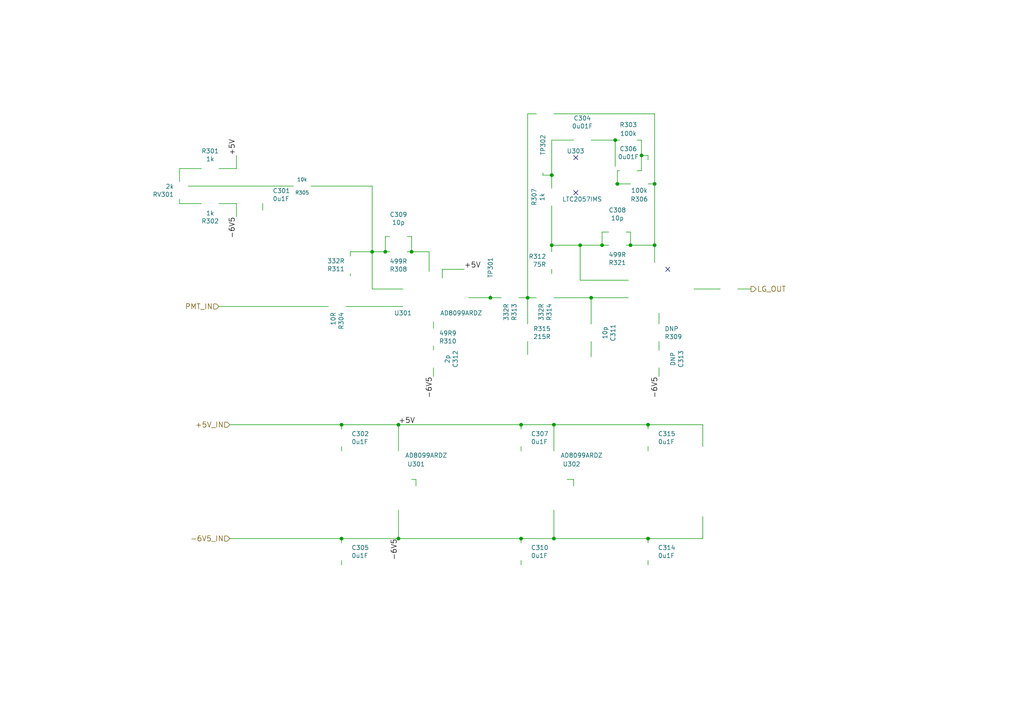
<source format=kicad_sch>
(kicad_sch
	(version 20250114)
	(generator "eeschema")
	(generator_version "9.0")
	(uuid "2f17635a-c642-4c6f-b4f9-d3d00266932a")
	(paper "A4")
	(title_block
		(title "LZ 8 Channel Amplifier")
		(date "2017-09-10")
		(rev "5")
		(company "UC Davis / Seth Hillbrand")
	)
	(lib_symbols)
	(junction
		(at 160.02 50.8)
		(diameter 0)
		(color 0 0 0 0)
		(uuid "00d1649c-d8b1-4d76-bf68-aec94cb52d3c")
	)
	(junction
		(at 168.275 71.12)
		(diameter 0)
		(color 0 0 0 0)
		(uuid "0aee6cdb-0e36-4212-8e93-a0b95f0e28e3")
	)
	(junction
		(at 186.055 45.085)
		(diameter 0)
		(color 0 0 0 0)
		(uuid "194a637c-8e40-4771-8745-0c66da00e063")
	)
	(junction
		(at 178.435 40.64)
		(diameter 0)
		(color 0 0 0 0)
		(uuid "1ebd404f-f8e4-483a-9941-ec45543a16dd")
	)
	(junction
		(at 99.06 156.21)
		(diameter 0)
		(color 0 0 0 0)
		(uuid "23b75806-18fa-466d-93c4-5624456fce3f")
	)
	(junction
		(at 160.02 71.12)
		(diameter 0)
		(color 0 0 0 0)
		(uuid "39605620-bb6b-4ed8-abd8-7c2de26d4455")
	)
	(junction
		(at 171.45 86.36)
		(diameter 0)
		(color 0 0 0 0)
		(uuid "3a0eaccd-5a8b-47cc-b3ee-10a702ee0862")
	)
	(junction
		(at 142.24 86.36)
		(diameter 0)
		(color 0 0 0 0)
		(uuid "4ab11ec2-30da-49be-8a2c-0bf30e4a5479")
	)
	(junction
		(at 179.07 53.34)
		(diameter 0)
		(color 0 0 0 0)
		(uuid "588606fd-6ce6-453e-85ca-ae5b74996d7f")
	)
	(junction
		(at 160.655 123.19)
		(diameter 0)
		(color 0 0 0 0)
		(uuid "592f7818-502b-479c-948d-2e55e4b3b7ea")
	)
	(junction
		(at 189.865 53.34)
		(diameter 0)
		(color 0 0 0 0)
		(uuid "64d1a3a4-9053-48a1-a2ee-e5ba226b60bf")
	)
	(junction
		(at 187.96 156.21)
		(diameter 0)
		(color 0 0 0 0)
		(uuid "69a63b2b-5f1a-48af-a81a-5b223d407551")
	)
	(junction
		(at 160.655 156.21)
		(diameter 0)
		(color 0 0 0 0)
		(uuid "6a0de504-2abc-4516-bc0d-6450b07aad1f")
	)
	(junction
		(at 115.57 156.21)
		(diameter 0)
		(color 0 0 0 0)
		(uuid "6f58c6ae-affc-466a-abf6-02f22d5aa303")
	)
	(junction
		(at 151.13 123.19)
		(diameter 0)
		(color 0 0 0 0)
		(uuid "7e6ee8f3-746b-4a74-8999-afc878d9175d")
	)
	(junction
		(at 174.625 71.12)
		(diameter 0)
		(color 0 0 0 0)
		(uuid "8c7d53cf-ee99-4ad1-b377-623cbe5831e2")
	)
	(junction
		(at 119.38 73.025)
		(diameter 0)
		(color 0 0 0 0)
		(uuid "af2a7739-76b8-42ff-a311-0325039898dd")
	)
	(junction
		(at 189.865 71.12)
		(diameter 0)
		(color 0 0 0 0)
		(uuid "b9ed11da-9ca4-4494-a7b8-b0eced9222ac")
	)
	(junction
		(at 182.88 71.12)
		(diameter 0)
		(color 0 0 0 0)
		(uuid "bb9ef4a9-a461-4407-a260-8574491679f2")
	)
	(junction
		(at 107.95 73.025)
		(diameter 0)
		(color 0 0 0 0)
		(uuid "bcb90e0c-d189-4de6-8016-3a923cc039d5")
	)
	(junction
		(at 151.13 156.21)
		(diameter 0)
		(color 0 0 0 0)
		(uuid "bcbccd0c-670e-4874-b4e8-db876a33d75b")
	)
	(junction
		(at 115.57 123.19)
		(diameter 0)
		(color 0 0 0 0)
		(uuid "bdbb3f74-e86d-47d7-88d6-051081c58e27")
	)
	(junction
		(at 187.96 123.19)
		(diameter 0)
		(color 0 0 0 0)
		(uuid "bf1979ed-ef0f-4b62-b529-fcf1a598465e")
	)
	(junction
		(at 99.06 123.19)
		(diameter 0)
		(color 0 0 0 0)
		(uuid "d8fc3c97-93ba-4964-ad6a-f41706d7c5ca")
	)
	(junction
		(at 111.76 73.025)
		(diameter 0)
		(color 0 0 0 0)
		(uuid "e651edff-c044-4a3b-9e70-d4ca8449499c")
	)
	(junction
		(at 153.035 86.36)
		(diameter 0)
		(color 0 0 0 0)
		(uuid "ea2c660f-cbb7-49d8-8538-d5f717c5e894")
	)
	(no_connect
		(at 167.005 45.72)
		(uuid "41afd059-41b6-44a8-a671-1983f8052838")
	)
	(no_connect
		(at 167.005 55.88)
		(uuid "7197799c-98d8-41d8-8582-25653704e324")
	)
	(no_connect
		(at 193.675 78.105)
		(uuid "e278b875-8d90-498f-87e4-b0cfb6b4d171")
	)
	(wire
		(pts
			(xy 187.96 156.21) (xy 203.835 156.21)
		)
		(stroke
			(width 0)
			(type default)
		)
		(uuid "0ab30768-2b79-4560-9c66-c2befbab74f7")
	)
	(wire
		(pts
			(xy 76.2 60.96) (xy 76.2 59.055)
		)
		(stroke
			(width 0)
			(type default)
		)
		(uuid "0b1c5c44-49e7-44b1-b89f-f0c1c0c43efb")
	)
	(wire
		(pts
			(xy 128.27 78.105) (xy 134.62 78.105)
		)
		(stroke
			(width 0)
			(type default)
		)
		(uuid "0df8067d-49e6-4738-8db8-f356ca18fcd6")
	)
	(wire
		(pts
			(xy 191.135 90.805) (xy 191.135 93.98)
		)
		(stroke
			(width 0)
			(type default)
		)
		(uuid "0f368dd8-b1d5-4849-aac9-7067673a356b")
	)
	(wire
		(pts
			(xy 118.11 68.58) (xy 119.38 68.58)
		)
		(stroke
			(width 0)
			(type default)
		)
		(uuid "0f9d9f75-ff67-402f-a565-d94639f17864")
	)
	(wire
		(pts
			(xy 160.02 59.69) (xy 160.02 71.12)
		)
		(stroke
			(width 0)
			(type default)
		)
		(uuid "0fefdf42-92fe-41b8-a58d-7fe8c57ab398")
	)
	(wire
		(pts
			(xy 142.24 85.725) (xy 142.24 86.36)
		)
		(stroke
			(width 0)
			(type default)
		)
		(uuid "17d93860-5aa6-4d6b-876b-df5e361441f5")
	)
	(wire
		(pts
			(xy 168.275 71.12) (xy 174.625 71.12)
		)
		(stroke
			(width 0)
			(type default)
		)
		(uuid "19041cad-8217-42d6-91c5-2525fdda1655")
	)
	(wire
		(pts
			(xy 101.6 80.01) (xy 101.6 79.375)
		)
		(stroke
			(width 0)
			(type default)
		)
		(uuid "1b0406c4-d776-44f7-8577-12c7c71f0721")
	)
	(wire
		(pts
			(xy 68.58 48.895) (xy 68.58 45.085)
		)
		(stroke
			(width 0)
			(type default)
		)
		(uuid "1d8b8484-197a-4fc8-a6de-9afc6401ec75")
	)
	(wire
		(pts
			(xy 186.055 45.085) (xy 186.055 49.53)
		)
		(stroke
			(width 0)
			(type default)
		)
		(uuid "20b57322-17e2-4b18-a534-f6e55a7bc7b1")
	)
	(wire
		(pts
			(xy 176.53 67.31) (xy 174.625 67.31)
		)
		(stroke
			(width 0)
			(type default)
		)
		(uuid "2144c8f1-5547-4c57-913b-edac9bc9804c")
	)
	(wire
		(pts
			(xy 160.02 71.12) (xy 160.02 73.025)
		)
		(stroke
			(width 0)
			(type default)
		)
		(uuid "22fcefde-a512-47d8-b30b-b319948d0281")
	)
	(wire
		(pts
			(xy 187.96 129.54) (xy 187.96 130.81)
		)
		(stroke
			(width 0)
			(type default)
		)
		(uuid "246f87e8-f93c-4851-99e3-d750937c0df6")
	)
	(wire
		(pts
			(xy 157.48 50.8) (xy 157.48 50.165)
		)
		(stroke
			(width 0)
			(type default)
		)
		(uuid "24cf24fe-7fbc-4da2-a471-59c3d174b8f0")
	)
	(wire
		(pts
			(xy 68.58 59.055) (xy 63.5 59.055)
		)
		(stroke
			(width 0)
			(type default)
		)
		(uuid "29688d38-542e-451a-b60c-f890e19ad0da")
	)
	(wire
		(pts
			(xy 135.89 86.36) (xy 142.24 86.36)
		)
		(stroke
			(width 0)
			(type default)
		)
		(uuid "29fccfe1-14d7-4379-9895-d34fbe5576b4")
	)
	(wire
		(pts
			(xy 115.57 156.21) (xy 151.13 156.21)
		)
		(stroke
			(width 0)
			(type default)
		)
		(uuid "2c591212-31ad-4609-9c0f-fff32c8da471")
	)
	(wire
		(pts
			(xy 52.07 52.705) (xy 52.07 48.895)
		)
		(stroke
			(width 0)
			(type default)
		)
		(uuid "2dbf7d68-dfae-4b82-9365-4d28e4d8fa17")
	)
	(wire
		(pts
			(xy 150.495 86.36) (xy 153.035 86.36)
		)
		(stroke
			(width 0)
			(type default)
		)
		(uuid "312db21c-41cb-47f7-8db9-1107462ed389")
	)
	(wire
		(pts
			(xy 151.13 157.48) (xy 151.13 156.21)
		)
		(stroke
			(width 0)
			(type default)
		)
		(uuid "34da768d-48bd-4ae2-82ec-e0db8745e1ca")
	)
	(wire
		(pts
			(xy 100.33 88.9) (xy 116.84 88.9)
		)
		(stroke
			(width 0)
			(type default)
		)
		(uuid "35d1bb14-638a-4475-bf32-4d611349ae4e")
	)
	(wire
		(pts
			(xy 160.02 40.64) (xy 166.37 40.64)
		)
		(stroke
			(width 0)
			(type default)
		)
		(uuid "38503017-6dd8-4dfa-9458-a9171ec855d2")
	)
	(wire
		(pts
			(xy 107.95 83.82) (xy 116.84 83.82)
		)
		(stroke
			(width 0)
			(type default)
		)
		(uuid "3ab4f310-77b1-4f02-a35f-db0ff0b9673b")
	)
	(wire
		(pts
			(xy 66.675 156.21) (xy 99.06 156.21)
		)
		(stroke
			(width 0)
			(type default)
		)
		(uuid "3c0ee55e-94fa-4034-b438-caa4a26fb69d")
	)
	(wire
		(pts
			(xy 171.45 86.36) (xy 171.45 93.98)
		)
		(stroke
			(width 0)
			(type default)
		)
		(uuid "3d4d9b5d-2308-46f8-88e7-3b6c7d225968")
	)
	(wire
		(pts
			(xy 181.61 67.31) (xy 182.88 67.31)
		)
		(stroke
			(width 0)
			(type default)
		)
		(uuid "3e5ae6eb-4a17-41fa-b693-e326dd63d153")
	)
	(wire
		(pts
			(xy 168.275 71.12) (xy 168.275 81.28)
		)
		(stroke
			(width 0)
			(type default)
		)
		(uuid "4038ccb3-59b5-4c6e-b08f-e49b68c2cd59")
	)
	(wire
		(pts
			(xy 189.865 71.12) (xy 182.88 71.12)
		)
		(stroke
			(width 0)
			(type default)
		)
		(uuid "43b50841-d62a-478e-baaa-6feefedf958e")
	)
	(wire
		(pts
			(xy 187.96 156.21) (xy 187.96 157.48)
		)
		(stroke
			(width 0)
			(type default)
		)
		(uuid "44f16b85-de71-4e7b-9c10-02df07f74b21")
	)
	(wire
		(pts
			(xy 171.45 103.505) (xy 171.45 99.06)
		)
		(stroke
			(width 0)
			(type default)
		)
		(uuid "48008862-c84a-401e-8fd5-2f0e556b401c")
	)
	(wire
		(pts
			(xy 111.76 68.58) (xy 111.76 73.025)
		)
		(stroke
			(width 0)
			(type default)
		)
		(uuid "49b7c5a9-552c-42b2-8508-1ca74e9a35f4")
	)
	(wire
		(pts
			(xy 52.07 59.055) (xy 58.42 59.055)
		)
		(stroke
			(width 0)
			(type default)
		)
		(uuid "4a776492-ba1d-4bec-bbef-50918eb2e422")
	)
	(wire
		(pts
			(xy 179.07 53.34) (xy 182.88 53.34)
		)
		(stroke
			(width 0)
			(type default)
		)
		(uuid "4af0f075-d966-41aa-8722-68a3b756bc3d")
	)
	(wire
		(pts
			(xy 63.5 88.9) (xy 95.25 88.9)
		)
		(stroke
			(width 0)
			(type default)
		)
		(uuid "509e8c81-f8ec-4028-82d6-98392993cb54")
	)
	(wire
		(pts
			(xy 187.96 123.19) (xy 187.96 124.46)
		)
		(stroke
			(width 0)
			(type default)
		)
		(uuid "5177f140-7a42-482a-9aa5-3ac070338681")
	)
	(wire
		(pts
			(xy 160.02 79.375) (xy 160.02 78.105)
		)
		(stroke
			(width 0)
			(type default)
		)
		(uuid "52d6c33a-b456-4c1d-a2cf-2d611076dddf")
	)
	(wire
		(pts
			(xy 125.73 95.25) (xy 125.73 93.345)
		)
		(stroke
			(width 0)
			(type default)
		)
		(uuid "53973f7f-d97f-4fcd-983c-712154bbaa8e")
	)
	(wire
		(pts
			(xy 191.135 101.6) (xy 191.135 99.06)
		)
		(stroke
			(width 0)
			(type default)
		)
		(uuid "55e3279c-183d-4863-95d1-da5fca38ea29")
	)
	(wire
		(pts
			(xy 153.035 33.02) (xy 153.035 86.36)
		)
		(stroke
			(width 0)
			(type default)
		)
		(uuid "5618f645-1518-4121-ba1d-cf34eb9c3774")
	)
	(wire
		(pts
			(xy 119.38 73.025) (xy 124.46 73.025)
		)
		(stroke
			(width 0)
			(type default)
		)
		(uuid "570addf2-c373-4146-8f82-7f4bf4e7131b")
	)
	(wire
		(pts
			(xy 119.38 68.58) (xy 119.38 73.025)
		)
		(stroke
			(width 0)
			(type default)
		)
		(uuid "57aba5b1-5417-46e8-b2bc-34ccf333f808")
	)
	(wire
		(pts
			(xy 99.06 157.48) (xy 99.06 156.21)
		)
		(stroke
			(width 0)
			(type default)
		)
		(uuid "5a796746-d545-4442-a51a-b9a6a8d4fe55")
	)
	(wire
		(pts
			(xy 187.96 53.34) (xy 189.865 53.34)
		)
		(stroke
			(width 0)
			(type default)
		)
		(uuid "5d347c71-36d0-48a6-ac8b-ab74f1f6ba5e")
	)
	(wire
		(pts
			(xy 174.625 71.12) (xy 176.53 71.12)
		)
		(stroke
			(width 0)
			(type default)
		)
		(uuid "5f1f462e-71b2-445e-835a-c3cecfd017ce")
	)
	(wire
		(pts
			(xy 160.02 40.64) (xy 160.02 50.8)
		)
		(stroke
			(width 0)
			(type default)
		)
		(uuid "5fce3fb8-18fc-47b3-8987-4f8c879c0d9f")
	)
	(wire
		(pts
			(xy 182.88 71.12) (xy 181.61 71.12)
		)
		(stroke
			(width 0)
			(type default)
		)
		(uuid "6160e145-655c-4dd0-8215-18c8e77df5de")
	)
	(wire
		(pts
			(xy 99.06 129.54) (xy 99.06 130.81)
		)
		(stroke
			(width 0)
			(type default)
		)
		(uuid "64223240-4889-4600-bb6b-4925418b8585")
	)
	(wire
		(pts
			(xy 101.6 73.025) (xy 107.95 73.025)
		)
		(stroke
			(width 0)
			(type default)
		)
		(uuid "646aa301-8347-42ba-81f5-1de32751fb3c")
	)
	(wire
		(pts
			(xy 189.865 53.34) (xy 189.865 71.12)
		)
		(stroke
			(width 0)
			(type default)
		)
		(uuid "652079d7-80bf-431c-a860-01a20c648d5f")
	)
	(wire
		(pts
			(xy 160.655 123.19) (xy 187.96 123.19)
		)
		(stroke
			(width 0)
			(type default)
		)
		(uuid "66be42c7-18ab-409d-9839-2deea4a97ede")
	)
	(wire
		(pts
			(xy 157.48 50.8) (xy 160.02 50.8)
		)
		(stroke
			(width 0)
			(type default)
		)
		(uuid "673ced93-0f95-48ec-aa67-26625c6e7544")
	)
	(wire
		(pts
			(xy 164.465 139.065) (xy 166.37 139.065)
		)
		(stroke
			(width 0)
			(type default)
		)
		(uuid "676d0b27-e385-43fe-99c0-4206f3555c4c")
	)
	(wire
		(pts
			(xy 160.02 71.12) (xy 168.275 71.12)
		)
		(stroke
			(width 0)
			(type default)
		)
		(uuid "689a0a72-7465-4269-8621-b5920668368d")
	)
	(wire
		(pts
			(xy 203.835 156.21) (xy 203.835 149.86)
		)
		(stroke
			(width 0)
			(type default)
		)
		(uuid "693aefa4-306c-42e4-8239-fd68d4ae246a")
	)
	(wire
		(pts
			(xy 168.275 81.28) (xy 182.245 81.28)
		)
		(stroke
			(width 0)
			(type default)
		)
		(uuid "6eec18c3-7f7e-436b-a300-520f200b3df5")
	)
	(wire
		(pts
			(xy 187.96 163.83) (xy 187.96 162.56)
		)
		(stroke
			(width 0)
			(type default)
		)
		(uuid "6fecba08-5620-44ea-9429-df1f0c660c64")
	)
	(wire
		(pts
			(xy 107.95 73.025) (xy 107.95 83.82)
		)
		(stroke
			(width 0)
			(type default)
		)
		(uuid "708689dc-b92a-44fb-b250-311d5ceb8259")
	)
	(wire
		(pts
			(xy 189.865 71.12) (xy 189.865 76.2)
		)
		(stroke
			(width 0)
			(type default)
		)
		(uuid "70ca7625-2c08-438c-a797-c1b889d3e93c")
	)
	(wire
		(pts
			(xy 66.675 123.19) (xy 99.06 123.19)
		)
		(stroke
			(width 0)
			(type default)
		)
		(uuid "725e3e57-9701-4160-82c9-0d5c48d1a3f1")
	)
	(wire
		(pts
			(xy 99.06 123.19) (xy 115.57 123.19)
		)
		(stroke
			(width 0)
			(type default)
		)
		(uuid "77e2b71c-75bc-4760-b0b2-689c277fbc3f")
	)
	(wire
		(pts
			(xy 151.13 123.19) (xy 160.655 123.19)
		)
		(stroke
			(width 0)
			(type default)
		)
		(uuid "7a536ec8-f758-434b-a0eb-f8aab9fcfe1d")
	)
	(wire
		(pts
			(xy 52.07 57.785) (xy 52.07 59.055)
		)
		(stroke
			(width 0)
			(type default)
		)
		(uuid "84bf9348-5598-4790-a43f-4dc1d9385b46")
	)
	(wire
		(pts
			(xy 128.27 80.645) (xy 128.27 78.105)
		)
		(stroke
			(width 0)
			(type default)
		)
		(uuid "85dff9f2-f9cc-405a-b978-d51e032d605d")
	)
	(wire
		(pts
			(xy 213.995 83.82) (xy 217.805 83.82)
		)
		(stroke
			(width 0)
			(type default)
		)
		(uuid "87c725a5-939c-4e08-a9e6-e9f2fae186d8")
	)
	(wire
		(pts
			(xy 52.07 48.895) (xy 58.42 48.895)
		)
		(stroke
			(width 0)
			(type default)
		)
		(uuid "8cdb275f-4ae3-496e-8167-bc5a8fdbb9df")
	)
	(wire
		(pts
			(xy 166.37 139.065) (xy 166.37 140.97)
		)
		(stroke
			(width 0)
			(type default)
		)
		(uuid "8cf3eac7-7f31-46f6-af61-073cb2d50a6e")
	)
	(wire
		(pts
			(xy 115.57 123.19) (xy 115.57 130.81)
		)
		(stroke
			(width 0)
			(type default)
		)
		(uuid "8eaa5c8d-def1-458f-9fcf-522e4c78e16e")
	)
	(wire
		(pts
			(xy 151.13 162.56) (xy 151.13 163.83)
		)
		(stroke
			(width 0)
			(type default)
		)
		(uuid "91611765-eec2-49a8-8b6f-2c6091cba7cf")
	)
	(wire
		(pts
			(xy 63.5 48.895) (xy 68.58 48.895)
		)
		(stroke
			(width 0)
			(type default)
		)
		(uuid "921ce836-64bb-4536-b1e1-a25179488c06")
	)
	(wire
		(pts
			(xy 99.06 162.56) (xy 99.06 163.83)
		)
		(stroke
			(width 0)
			(type default)
		)
		(uuid "93843abe-3294-4f15-969c-05b56c181e02")
	)
	(wire
		(pts
			(xy 115.57 156.21) (xy 115.57 147.955)
		)
		(stroke
			(width 0)
			(type default)
		)
		(uuid "97ba5c99-50bb-4b49-bb35-cc8549842993")
	)
	(wire
		(pts
			(xy 179.07 49.53) (xy 179.705 49.53)
		)
		(stroke
			(width 0)
			(type default)
		)
		(uuid "97d3e325-89cb-40c3-b962-23c835002ffd")
	)
	(wire
		(pts
			(xy 187.96 45.085) (xy 186.055 45.085)
		)
		(stroke
			(width 0)
			(type default)
		)
		(uuid "9883a8f2-d8f1-49d1-917a-280f14a3706b")
	)
	(wire
		(pts
			(xy 160.02 50.8) (xy 160.655 50.8)
		)
		(stroke
			(width 0)
			(type default)
		)
		(uuid "99356766-521e-4cf4-9fa6-1b7aa66d7f0f")
	)
	(wire
		(pts
			(xy 151.13 156.21) (xy 160.655 156.21)
		)
		(stroke
			(width 0)
			(type default)
		)
		(uuid "99982061-2c95-4b84-b8c8-cedcc434164b")
	)
	(wire
		(pts
			(xy 111.76 73.025) (xy 113.03 73.025)
		)
		(stroke
			(width 0)
			(type default)
		)
		(uuid "9a8c2c33-4c77-4de3-8dae-66841d9c8b39")
	)
	(wire
		(pts
			(xy 187.96 123.19) (xy 203.835 123.19)
		)
		(stroke
			(width 0)
			(type default)
		)
		(uuid "9bc9dda9-68a4-41a4-9504-51bd4bcacc36")
	)
	(wire
		(pts
			(xy 142.24 86.36) (xy 145.415 86.36)
		)
		(stroke
			(width 0)
			(type default)
		)
		(uuid "9ee6c84e-4334-42f6-a303-cba05e139939")
	)
	(wire
		(pts
			(xy 186.055 40.64) (xy 186.055 45.085)
		)
		(stroke
			(width 0)
			(type default)
		)
		(uuid "a13a4443-a2f9-4085-a715-27716f70c67b")
	)
	(wire
		(pts
			(xy 153.035 102.87) (xy 153.035 99.06)
		)
		(stroke
			(width 0)
			(type default)
		)
		(uuid "a306d415-86d8-4601-88a0-8367530634c4")
	)
	(wire
		(pts
			(xy 115.57 123.19) (xy 151.13 123.19)
		)
		(stroke
			(width 0)
			(type default)
		)
		(uuid "a510e67b-0745-4312-8233-3f0cd86ff50e")
	)
	(wire
		(pts
			(xy 178.435 40.64) (xy 179.705 40.64)
		)
		(stroke
			(width 0)
			(type default)
		)
		(uuid "ab9b2248-b087-4759-aa88-6d046bf03c4b")
	)
	(wire
		(pts
			(xy 178.435 48.26) (xy 178.435 40.64)
		)
		(stroke
			(width 0)
			(type default)
		)
		(uuid "ac929cd3-51da-487a-ad7e-0d5dff198b33")
	)
	(wire
		(pts
			(xy 160.655 156.21) (xy 187.96 156.21)
		)
		(stroke
			(width 0)
			(type default)
		)
		(uuid "ad0702d4-c146-4fcf-acce-97f08458cf7c")
	)
	(wire
		(pts
			(xy 184.785 40.64) (xy 186.055 40.64)
		)
		(stroke
			(width 0)
			(type default)
		)
		(uuid "afda558b-cd49-4d4b-9717-b04b52ef6d8f")
	)
	(wire
		(pts
			(xy 120.65 139.065) (xy 120.65 140.97)
		)
		(stroke
			(width 0)
			(type default)
		)
		(uuid "b00916d6-1a78-4ff2-8680-5022872b729a")
	)
	(wire
		(pts
			(xy 153.035 86.36) (xy 155.575 86.36)
		)
		(stroke
			(width 0)
			(type default)
		)
		(uuid "b03ec62c-87fe-47ff-bc8b-f2eac814577b")
	)
	(wire
		(pts
			(xy 54.61 53.975) (xy 85.09 53.975)
		)
		(stroke
			(width 0)
			(type default)
		)
		(uuid "b1da9574-f3ac-43eb-8459-4ca75e4df85b")
	)
	(wire
		(pts
			(xy 171.45 40.64) (xy 178.435 40.64)
		)
		(stroke
			(width 0)
			(type default)
		)
		(uuid "b1e1c9f4-0211-497f-a972-9f26b4f1b3df")
	)
	(wire
		(pts
			(xy 151.13 123.19) (xy 151.13 124.46)
		)
		(stroke
			(width 0)
			(type default)
		)
		(uuid "b1f35a1b-efcf-41c9-bad0-dbbcd948692d")
	)
	(wire
		(pts
			(xy 107.95 73.025) (xy 111.76 73.025)
		)
		(stroke
			(width 0)
			(type default)
		)
		(uuid "b538785f-64b6-407b-a083-8c640defd4be")
	)
	(wire
		(pts
			(xy 160.655 156.21) (xy 160.655 147.955)
		)
		(stroke
			(width 0)
			(type default)
		)
		(uuid "b73d9c73-b5fb-449a-ac67-89b989cd5908")
	)
	(wire
		(pts
			(xy 153.035 33.02) (xy 155.575 33.02)
		)
		(stroke
			(width 0)
			(type default)
		)
		(uuid "b86fa5c6-25c5-4eff-96ea-cef917914134")
	)
	(wire
		(pts
			(xy 151.13 129.54) (xy 151.13 130.81)
		)
		(stroke
			(width 0)
			(type default)
		)
		(uuid "bced8969-a49e-44be-800c-3477f88c0f39")
	)
	(wire
		(pts
			(xy 179.07 53.34) (xy 179.07 49.53)
		)
		(stroke
			(width 0)
			(type default)
		)
		(uuid "be3470ac-2c2b-4961-b088-4744951854ab")
	)
	(wire
		(pts
			(xy 90.17 53.975) (xy 107.95 53.975)
		)
		(stroke
			(width 0)
			(type default)
		)
		(uuid "be5a98bf-7f0d-4234-a524-479414480dbf")
	)
	(wire
		(pts
			(xy 99.06 156.21) (xy 115.57 156.21)
		)
		(stroke
			(width 0)
			(type default)
		)
		(uuid "be96e87a-7446-4f2d-8c48-fe010135797f")
	)
	(wire
		(pts
			(xy 153.035 86.36) (xy 153.035 93.98)
		)
		(stroke
			(width 0)
			(type default)
		)
		(uuid "bf39bb98-73ca-4568-b303-39a656a77c2e")
	)
	(wire
		(pts
			(xy 118.11 73.025) (xy 119.38 73.025)
		)
		(stroke
			(width 0)
			(type default)
		)
		(uuid "c46625e6-984a-4ba8-96b6-4c0a853ab84a")
	)
	(wire
		(pts
			(xy 124.46 73.025) (xy 124.46 78.74)
		)
		(stroke
			(width 0)
			(type default)
		)
		(uuid "c5f1dba7-6fbc-4f5a-950b-f516123b2d66")
	)
	(wire
		(pts
			(xy 99.06 124.46) (xy 99.06 123.19)
		)
		(stroke
			(width 0)
			(type default)
		)
		(uuid "ca02cd2e-c9df-47d4-b0b6-d36d7d83533a")
	)
	(wire
		(pts
			(xy 160.02 50.8) (xy 160.02 54.61)
		)
		(stroke
			(width 0)
			(type default)
		)
		(uuid "cc9bfacc-66e8-4837-8d20-437a6535c4b5")
	)
	(wire
		(pts
			(xy 119.38 139.065) (xy 120.65 139.065)
		)
		(stroke
			(width 0)
			(type default)
		)
		(uuid "cd1f9f7c-7f3f-4f81-a16c-7c8f8c5a16ab")
	)
	(wire
		(pts
			(xy 68.58 62.865) (xy 68.58 59.055)
		)
		(stroke
			(width 0)
			(type default)
		)
		(uuid "cd61aeaf-ae5e-4a98-a313-374ea3da4abc")
	)
	(wire
		(pts
			(xy 203.835 123.19) (xy 203.835 129.54)
		)
		(stroke
			(width 0)
			(type default)
		)
		(uuid "cd9830e1-22b8-4fed-9c46-97978057bd73")
	)
	(wire
		(pts
			(xy 186.055 49.53) (xy 184.785 49.53)
		)
		(stroke
			(width 0)
			(type default)
		)
		(uuid "d40d2597-fd9f-4590-b827-4fd995278e58")
	)
	(wire
		(pts
			(xy 101.6 74.295) (xy 101.6 73.025)
		)
		(stroke
			(width 0)
			(type default)
		)
		(uuid "d9e31e59-6557-48de-9067-92123db78173")
	)
	(wire
		(pts
			(xy 113.03 68.58) (xy 111.76 68.58)
		)
		(stroke
			(width 0)
			(type default)
		)
		(uuid "dace5455-12cc-4c39-ac91-1180768c8239")
	)
	(wire
		(pts
			(xy 174.625 67.31) (xy 174.625 71.12)
		)
		(stroke
			(width 0)
			(type default)
		)
		(uuid "ddcbfa4b-ad81-4e7d-94c2-f93f63a274cc")
	)
	(wire
		(pts
			(xy 125.73 101.6) (xy 125.73 100.33)
		)
		(stroke
			(width 0)
			(type default)
		)
		(uuid "de571dd5-ed96-4140-b2e9-f0ab1ac06428")
	)
	(wire
		(pts
			(xy 189.865 33.02) (xy 189.865 53.34)
		)
		(stroke
			(width 0)
			(type default)
		)
		(uuid "de77e9c1-7275-4e98-90b5-7ffcf3fd5cbc")
	)
	(wire
		(pts
			(xy 201.295 83.82) (xy 208.915 83.82)
		)
		(stroke
			(width 0)
			(type default)
		)
		(uuid "e245b09e-1b77-48cc-9493-27edce3c1d39")
	)
	(wire
		(pts
			(xy 160.655 123.19) (xy 160.655 130.81)
		)
		(stroke
			(width 0)
			(type default)
		)
		(uuid "e2a5fde5-fef5-4a67-b252-53cbcf3badbe")
	)
	(wire
		(pts
			(xy 178.435 53.34) (xy 179.07 53.34)
		)
		(stroke
			(width 0)
			(type default)
		)
		(uuid "e38890e2-dd9e-40fb-b767-6268f604ae80")
	)
	(wire
		(pts
			(xy 182.88 67.31) (xy 182.88 71.12)
		)
		(stroke
			(width 0)
			(type default)
		)
		(uuid "e95ea846-d3cc-4b15-8510-b42cbaa666f4")
	)
	(wire
		(pts
			(xy 171.45 86.36) (xy 182.245 86.36)
		)
		(stroke
			(width 0)
			(type default)
		)
		(uuid "f03b8bfb-e83b-43b3-99e0-d561120f9643")
	)
	(wire
		(pts
			(xy 191.135 106.68) (xy 191.135 109.22)
		)
		(stroke
			(width 0)
			(type default)
		)
		(uuid "f2fb3784-22dd-48d3-8c05-728e8ac72ae9")
	)
	(wire
		(pts
			(xy 160.655 33.02) (xy 189.865 33.02)
		)
		(stroke
			(width 0)
			(type default)
		)
		(uuid "f5bda300-a3f7-4ec8-a7be-a55341a25061")
	)
	(wire
		(pts
			(xy 160.655 86.36) (xy 171.45 86.36)
		)
		(stroke
			(width 0)
			(type default)
		)
		(uuid "f6d9cf07-0c2f-4527-acce-b57a1bc6cb8d")
	)
	(wire
		(pts
			(xy 187.96 46.355) (xy 187.96 45.085)
		)
		(stroke
			(width 0)
			(type default)
		)
		(uuid "fab731db-826e-4cfb-b174-94a135ddcb6b")
	)
	(wire
		(pts
			(xy 125.73 106.68) (xy 125.73 109.22)
		)
		(stroke
			(width 0)
			(type default)
		)
		(uuid "fbca8664-6a58-4ab9-a15a-18d0bc5ccb7c")
	)
	(wire
		(pts
			(xy 107.95 53.975) (xy 107.95 73.025)
		)
		(stroke
			(width 0)
			(type default)
		)
		(uuid "fbe342e1-439d-44ce-8081-22cad1d21143")
	)
	(label "-6V5"
		(at 115.57 156.21 270)
		(effects
			(font
				(size 1.524 1.524)
			)
			(justify right bottom)
		)
		(uuid "0f130171-7b69-40d2-8382-fdf062247b13")
	)
	(label "-6V5"
		(at 68.58 62.865 270)
		(effects
			(font
				(size 1.524 1.524)
			)
			(justify right bottom)
		)
		(uuid "2276782f-20db-4eb7-9803-33d1dbe19c1c")
	)
	(label "-6V5"
		(at 191.135 109.22 270)
		(effects
			(font
				(size 1.524 1.524)
			)
			(justify right bottom)
		)
		(uuid "43673ad2-dffe-4c20-83c7-2ea0740fdbc0")
	)
	(label "+5V"
		(at 115.57 123.19 0)
		(effects
			(font
				(size 1.524 1.524)
			)
			(justify left bottom)
		)
		(uuid "53c316f4-acc2-4ca5-8731-93be4846cb3a")
	)
	(label "+5V"
		(at 134.62 78.105 0)
		(effects
			(font
				(size 1.524 1.524)
			)
			(justify left bottom)
		)
		(uuid "aa79de9b-9b32-4645-a35c-e0104a5def64")
	)
	(label "-6V5"
		(at 125.73 109.22 270)
		(effects
			(font
				(size 1.524 1.524)
			)
			(justify right bottom)
		)
		(uuid "ce3bee1a-0e9d-4918-9c1a-3a54095975dc")
	)
	(label "+5V"
		(at 68.58 45.085 90)
		(effects
			(font
				(size 1.524 1.524)
			)
			(justify left bottom)
		)
		(uuid "f2a2b0c4-6263-4095-9f66-ea33c21f5407")
	)
	(hierarchical_label "LG_OUT"
		(shape output)
		(at 217.805 83.82 0)
		(effects
			(font
				(size 1.524 1.524)
			)
			(justify left)
		)
		(uuid "4753e516-24db-4822-89bb-95649b0eec3e")
	)
	(hierarchical_label "+5V_IN"
		(shape input)
		(at 66.675 123.19 180)
		(effects
			(font
				(size 1.524 1.524)
			)
			(justify right)
		)
		(uuid "82edfdbf-1402-4de0-b876-0fcdab7a0f7f")
	)
	(hierarchical_label "-6V5_IN"
		(shape input)
		(at 66.675 156.21 180)
		(effects
			(font
				(size 1.524 1.524)
			)
			(justify right)
		)
		(uuid "aede4374-74d8-4f66-9998-489f97349659")
	)
	(hierarchical_label "PMT_IN"
		(shape input)
		(at 63.5 88.9 180)
		(effects
			(font
				(size 1.524 1.524)
			)
			(justify right)
		)
		(uuid "e5293533-c77e-404e-bc14-ab306afcea5d")
	)
	(symbol
		(lib_id "pasv-res:R-0402")
		(at 60.96 48.895 270)
		(unit 1)
		(exclude_from_sim no)
		(in_bom yes)
		(on_board yes)
		(dnp no)
		(uuid "00000000-0000-0000-0000-00005791814a")
		(property "Reference" "R301"
			(at 60.96 43.815 90)
			(effects
				(font
					(size 1.27 1.27)
				)
			)
		)
		(property "Value" "1k"
			(at 60.96 46.1264 90)
			(effects
				(font
					(size 1.27 1.27)
				)
			)
		)
		(property "Footprint" "Resistors_SMD:R_0603"
			(at 60.96 48.895 0)
			(effects
				(font
					(size 1.27 1.27)
				)
				(hide yes)
			)
		)
		(property "Datasheet" "http://www.te.com/commerce/DocumentDelivery/DDEController?Action=srchrtrv&DocNm=1773200&DocType=DS&DocLang=English"
			(at 62.23 48.895 0)
			(effects
				(font
					(size 1.524 1.524)
				)
				(hide yes)
			)
		)
		(property "Description" ""
			(at 60.96 48.895 0)
			(effects
				(font
					(size 1.27 1.27)
				)
			)
		)
		(property "mpn" "CPF0603F1K0C1"
			(at 74.93 67.945 0)
			(effects
				(font
					(size 1.524 1.524)
				)
				(hide yes)
			)
		)
		(property "newark#" "51R8602"
			(at 60.96 48.895 0)
			(effects
				(font
					(size 1.524 1.524)
				)
				(hide yes)
			)
		)
		(property "digikey#" "A102226CT-ND"
			(at 12.065 -12.065 0)
			(effects
				(font
					(size 1.524 1.524)
				)
				(hide yes)
			)
		)
		(instances
			(project ""
				(path "/f89efb00-3378-4f88-9ec9-2a1aa21f73ef/00000000-0000-0000-0000-000057c01ceb/00000000-0000-0000-0000-000057c02f7e"
					(reference "R301")
					(unit 1)
				)
				(path "/f89efb00-3378-4f88-9ec9-2a1aa21f73ef/00000000-0000-0000-0000-000057e99ccf/00000000-0000-0000-0000-000057c02f7e"
					(reference "R801")
					(unit 1)
				)
				(path "/f89efb00-3378-4f88-9ec9-2a1aa21f73ef/00000000-0000-0000-0000-000057e9a2f9/00000000-0000-0000-0000-000057c02f7e"
					(reference "R1301")
					(unit 1)
				)
				(path "/f89efb00-3378-4f88-9ec9-2a1aa21f73ef/00000000-0000-0000-0000-000057e9a2ff/00000000-0000-0000-0000-000057c02f7e"
					(reference "R1801")
					(unit 1)
				)
				(path "/f89efb00-3378-4f88-9ec9-2a1aa21f73ef/00000000-0000-0000-0000-000057e9b5b0/00000000-0000-0000-0000-000057c02f7e"
					(reference "R2301")
					(unit 1)
				)
				(path "/f89efb00-3378-4f88-9ec9-2a1aa21f73ef/00000000-0000-0000-0000-000057e9b5b6/00000000-0000-0000-0000-000057c02f7e"
					(reference "R2801")
					(unit 1)
				)
				(path "/f89efb00-3378-4f88-9ec9-2a1aa21f73ef/00000000-0000-0000-0000-000057e9b5bc/00000000-0000-0000-0000-000057c02f7e"
					(reference "R3301")
					(unit 1)
				)
				(path "/f89efb00-3378-4f88-9ec9-2a1aa21f73ef/00000000-0000-0000-0000-000057e9b5c2/00000000-0000-0000-0000-000057c02f7e"
					(reference "R3801")
					(unit 1)
				)
			)
		)
	)
	(symbol
		(lib_id "_passive:POT")
		(at 52.07 55.245 0)
		(mirror y)
		(unit 1)
		(exclude_from_sim no)
		(in_bom yes)
		(on_board yes)
		(dnp no)
		(uuid "00000000-0000-0000-0000-000057918ec2")
		(property "Reference" "RV301"
			(at 50.4698 56.4134 0)
			(effects
				(font
					(size 1.27 1.27)
				)
				(justify left)
			)
		)
		(property "Value" "2k"
			(at 50.4698 54.102 0)
			(effects
				(font
					(size 1.27 1.27)
				)
				(justify left)
			)
		)
		(property "Footprint" "Potentiometers:Potentiometer_Trimmer_Bourns_3224W"
			(at 52.07 53.975 0)
			(effects
				(font
					(size 1.524 1.524)
				)
				(hide yes)
			)
		)
		(property "Datasheet" "http://www.bourns.com/docs/Product-Datasheets/3224.pdf"
			(at 52.07 53.975 0)
			(effects
				(font
					(size 1.524 1.524)
				)
				(hide yes)
			)
		)
		(property "Description" ""
			(at 52.07 55.245 0)
			(effects
				(font
					(size 1.27 1.27)
				)
			)
		)
		(property "mpn" "3224W-1-202E"
			(at 52.07 55.245 0)
			(effects
				(font
					(size 1.524 1.524)
				)
				(hide yes)
			)
		)
		(property "digikey#" "3224W-202ETR-ND"
			(at 104.14 107.95 0)
			(effects
				(font
					(size 1.524 1.524)
				)
				(hide yes)
			)
		)
		(instances
			(project ""
				(path "/f89efb00-3378-4f88-9ec9-2a1aa21f73ef/00000000-0000-0000-0000-000057c01ceb/00000000-0000-0000-0000-000057c02f7e"
					(reference "RV301")
					(unit 1)
				)
				(path "/f89efb00-3378-4f88-9ec9-2a1aa21f73ef/00000000-0000-0000-0000-000057e99ccf/00000000-0000-0000-0000-000057c02f7e"
					(reference "RV801")
					(unit 1)
				)
				(path "/f89efb00-3378-4f88-9ec9-2a1aa21f73ef/00000000-0000-0000-0000-000057e9a2f9/00000000-0000-0000-0000-000057c02f7e"
					(reference "RV1301")
					(unit 1)
				)
				(path "/f89efb00-3378-4f88-9ec9-2a1aa21f73ef/00000000-0000-0000-0000-000057e9a2ff/00000000-0000-0000-0000-000057c02f7e"
					(reference "RV1801")
					(unit 1)
				)
				(path "/f89efb00-3378-4f88-9ec9-2a1aa21f73ef/00000000-0000-0000-0000-000057e9b5b0/00000000-0000-0000-0000-000057c02f7e"
					(reference "RV2301")
					(unit 1)
				)
				(path "/f89efb00-3378-4f88-9ec9-2a1aa21f73ef/00000000-0000-0000-0000-000057e9b5b6/00000000-0000-0000-0000-000057c02f7e"
					(reference "RV2801")
					(unit 1)
				)
				(path "/f89efb00-3378-4f88-9ec9-2a1aa21f73ef/00000000-0000-0000-0000-000057e9b5bc/00000000-0000-0000-0000-000057c02f7e"
					(reference "RV3301")
					(unit 1)
				)
				(path "/f89efb00-3378-4f88-9ec9-2a1aa21f73ef/00000000-0000-0000-0000-000057e9b5c2/00000000-0000-0000-0000-000057c02f7e"
					(reference "RV3801")
					(unit 1)
				)
			)
		)
	)
	(symbol
		(lib_id "power1:VGND")
		(at 120.65 140.97 0)
		(unit 1)
		(exclude_from_sim no)
		(in_bom yes)
		(on_board yes)
		(dnp no)
		(uuid "00000000-0000-0000-0000-00005791a054")
		(property "Reference" "#PWR05"
			(at 120.65 140.97 0)
			(effects
				(font
					(size 0.762 0.762)
				)
				(hide yes)
			)
		)
		(property "Value" "VGND"
			(at 120.65 140.97 0)
			(effects
				(font
					(size 0.762 0.762)
				)
				(hide yes)
			)
		)
		(property "Footprint" ""
			(at 120.65 140.97 0)
			(effects
				(font
					(size 1.524 1.524)
				)
			)
		)
		(property "Datasheet" ""
			(at 120.65 140.97 0)
			(effects
				(font
					(size 1.524 1.524)
				)
			)
		)
		(property "Description" ""
			(at 120.65 140.97 0)
			(effects
				(font
					(size 1.27 1.27)
				)
			)
		)
		(instances
			(project ""
				(path "/f89efb00-3378-4f88-9ec9-2a1aa21f73ef/00000000-0000-0000-0000-000057c01ceb/00000000-0000-0000-0000-000057c02f7e"
					(reference "#PWR05")
					(unit 1)
				)
				(path "/f89efb00-3378-4f88-9ec9-2a1aa21f73ef/00000000-0000-0000-0000-000057e99ccf/00000000-0000-0000-0000-000057c02f7e"
					(reference "#PWR045")
					(unit 1)
				)
				(path "/f89efb00-3378-4f88-9ec9-2a1aa21f73ef/00000000-0000-0000-0000-000057e9a2f9/00000000-0000-0000-0000-000057c02f7e"
					(reference "#PWR085")
					(unit 1)
				)
				(path "/f89efb00-3378-4f88-9ec9-2a1aa21f73ef/00000000-0000-0000-0000-000057e9a2ff/00000000-0000-0000-0000-000057c02f7e"
					(reference "#PWR0125")
					(unit 1)
				)
				(path "/f89efb00-3378-4f88-9ec9-2a1aa21f73ef/00000000-0000-0000-0000-000057e9b5b0/00000000-0000-0000-0000-000057c02f7e"
					(reference "#PWR0165")
					(unit 1)
				)
				(path "/f89efb00-3378-4f88-9ec9-2a1aa21f73ef/00000000-0000-0000-0000-000057e9b5b6/00000000-0000-0000-0000-000057c02f7e"
					(reference "#PWR0205")
					(unit 1)
				)
				(path "/f89efb00-3378-4f88-9ec9-2a1aa21f73ef/00000000-0000-0000-0000-000057e9b5bc/00000000-0000-0000-0000-000057c02f7e"
					(reference "#PWR0245")
					(unit 1)
				)
				(path "/f89efb00-3378-4f88-9ec9-2a1aa21f73ef/00000000-0000-0000-0000-000057e9b5c2/00000000-0000-0000-0000-000057c02f7e"
					(reference "#PWR0285")
					(unit 1)
				)
			)
		)
	)
	(symbol
		(lib_id "power1:VGND")
		(at 166.37 140.97 0)
		(unit 1)
		(exclude_from_sim no)
		(in_bom yes)
		(on_board yes)
		(dnp no)
		(uuid "00000000-0000-0000-0000-00005798207e")
		(property "Reference" "#PWR06"
			(at 166.37 140.97 0)
			(effects
				(font
					(size 0.762 0.762)
				)
				(hide yes)
			)
		)
		(property "Value" "VGND"
			(at 166.37 140.97 0)
			(effects
				(font
					(size 0.762 0.762)
				)
				(hide yes)
			)
		)
		(property "Footprint" ""
			(at 166.37 140.97 0)
			(effects
				(font
					(size 1.524 1.524)
				)
			)
		)
		(property "Datasheet" ""
			(at 166.37 140.97 0)
			(effects
				(font
					(size 1.524 1.524)
				)
			)
		)
		(property "Description" ""
			(at 166.37 140.97 0)
			(effects
				(font
					(size 1.27 1.27)
				)
			)
		)
		(instances
			(project ""
				(path "/f89efb00-3378-4f88-9ec9-2a1aa21f73ef/00000000-0000-0000-0000-000057c01ceb/00000000-0000-0000-0000-000057c02f7e"
					(reference "#PWR06")
					(unit 1)
				)
				(path "/f89efb00-3378-4f88-9ec9-2a1aa21f73ef/00000000-0000-0000-0000-000057e99ccf/00000000-0000-0000-0000-000057c02f7e"
					(reference "#PWR046")
					(unit 1)
				)
				(path "/f89efb00-3378-4f88-9ec9-2a1aa21f73ef/00000000-0000-0000-0000-000057e9a2f9/00000000-0000-0000-0000-000057c02f7e"
					(reference "#PWR086")
					(unit 1)
				)
				(path "/f89efb00-3378-4f88-9ec9-2a1aa21f73ef/00000000-0000-0000-0000-000057e9a2ff/00000000-0000-0000-0000-000057c02f7e"
					(reference "#PWR0126")
					(unit 1)
				)
				(path "/f89efb00-3378-4f88-9ec9-2a1aa21f73ef/00000000-0000-0000-0000-000057e9b5b0/00000000-0000-0000-0000-000057c02f7e"
					(reference "#PWR0166")
					(unit 1)
				)
				(path "/f89efb00-3378-4f88-9ec9-2a1aa21f73ef/00000000-0000-0000-0000-000057e9b5b6/00000000-0000-0000-0000-000057c02f7e"
					(reference "#PWR0206")
					(unit 1)
				)
				(path "/f89efb00-3378-4f88-9ec9-2a1aa21f73ef/00000000-0000-0000-0000-000057e9b5bc/00000000-0000-0000-0000-000057c02f7e"
					(reference "#PWR0246")
					(unit 1)
				)
				(path "/f89efb00-3378-4f88-9ec9-2a1aa21f73ef/00000000-0000-0000-0000-000057e9b5c2/00000000-0000-0000-0000-000057c02f7e"
					(reference "#PWR0286")
					(unit 1)
				)
			)
		)
	)
	(symbol
		(lib_id "power1:VGND")
		(at 187.96 163.83 0)
		(mirror y)
		(unit 1)
		(exclude_from_sim no)
		(in_bom yes)
		(on_board yes)
		(dnp no)
		(uuid "00000000-0000-0000-0000-0000579828ca")
		(property "Reference" "#PWR07"
			(at 187.96 163.83 0)
			(effects
				(font
					(size 0.762 0.762)
				)
				(hide yes)
			)
		)
		(property "Value" "VGND"
			(at 187.96 163.83 0)
			(effects
				(font
					(size 0.762 0.762)
				)
				(hide yes)
			)
		)
		(property "Footprint" ""
			(at 187.96 163.83 0)
			(effects
				(font
					(size 1.524 1.524)
				)
			)
		)
		(property "Datasheet" ""
			(at 187.96 163.83 0)
			(effects
				(font
					(size 1.524 1.524)
				)
			)
		)
		(property "Description" ""
			(at 187.96 163.83 0)
			(effects
				(font
					(size 1.27 1.27)
				)
			)
		)
		(instances
			(project ""
				(path "/f89efb00-3378-4f88-9ec9-2a1aa21f73ef/00000000-0000-0000-0000-000057c01ceb/00000000-0000-0000-0000-000057c02f7e"
					(reference "#PWR07")
					(unit 1)
				)
				(path "/f89efb00-3378-4f88-9ec9-2a1aa21f73ef/00000000-0000-0000-0000-000057e99ccf/00000000-0000-0000-0000-000057c02f7e"
					(reference "#PWR047")
					(unit 1)
				)
				(path "/f89efb00-3378-4f88-9ec9-2a1aa21f73ef/00000000-0000-0000-0000-000057e9a2f9/00000000-0000-0000-0000-000057c02f7e"
					(reference "#PWR087")
					(unit 1)
				)
				(path "/f89efb00-3378-4f88-9ec9-2a1aa21f73ef/00000000-0000-0000-0000-000057e9a2ff/00000000-0000-0000-0000-000057c02f7e"
					(reference "#PWR0127")
					(unit 1)
				)
				(path "/f89efb00-3378-4f88-9ec9-2a1aa21f73ef/00000000-0000-0000-0000-000057e9b5b0/00000000-0000-0000-0000-000057c02f7e"
					(reference "#PWR0167")
					(unit 1)
				)
				(path "/f89efb00-3378-4f88-9ec9-2a1aa21f73ef/00000000-0000-0000-0000-000057e9b5b6/00000000-0000-0000-0000-000057c02f7e"
					(reference "#PWR0207")
					(unit 1)
				)
				(path "/f89efb00-3378-4f88-9ec9-2a1aa21f73ef/00000000-0000-0000-0000-000057e9b5bc/00000000-0000-0000-0000-000057c02f7e"
					(reference "#PWR0247")
					(unit 1)
				)
				(path "/f89efb00-3378-4f88-9ec9-2a1aa21f73ef/00000000-0000-0000-0000-000057e9b5c2/00000000-0000-0000-0000-000057c02f7e"
					(reference "#PWR0287")
					(unit 1)
				)
			)
		)
	)
	(symbol
		(lib_id "power1:VGND")
		(at 187.96 130.81 0)
		(mirror y)
		(unit 1)
		(exclude_from_sim no)
		(in_bom yes)
		(on_board yes)
		(dnp no)
		(uuid "00000000-0000-0000-0000-000057a0f1a9")
		(property "Reference" "#PWR08"
			(at 187.96 130.81 0)
			(effects
				(font
					(size 0.762 0.762)
				)
				(hide yes)
			)
		)
		(property "Value" "VGND"
			(at 187.96 130.81 0)
			(effects
				(font
					(size 0.762 0.762)
				)
				(hide yes)
			)
		)
		(property "Footprint" ""
			(at 187.96 130.81 0)
			(effects
				(font
					(size 1.524 1.524)
				)
			)
		)
		(property "Datasheet" ""
			(at 187.96 130.81 0)
			(effects
				(font
					(size 1.524 1.524)
				)
			)
		)
		(property "Description" ""
			(at 187.96 130.81 0)
			(effects
				(font
					(size 1.27 1.27)
				)
			)
		)
		(instances
			(project ""
				(path "/f89efb00-3378-4f88-9ec9-2a1aa21f73ef/00000000-0000-0000-0000-000057c01ceb/00000000-0000-0000-0000-000057c02f7e"
					(reference "#PWR08")
					(unit 1)
				)
				(path "/f89efb00-3378-4f88-9ec9-2a1aa21f73ef/00000000-0000-0000-0000-000057e99ccf/00000000-0000-0000-0000-000057c02f7e"
					(reference "#PWR048")
					(unit 1)
				)
				(path "/f89efb00-3378-4f88-9ec9-2a1aa21f73ef/00000000-0000-0000-0000-000057e9a2f9/00000000-0000-0000-0000-000057c02f7e"
					(reference "#PWR088")
					(unit 1)
				)
				(path "/f89efb00-3378-4f88-9ec9-2a1aa21f73ef/00000000-0000-0000-0000-000057e9a2ff/00000000-0000-0000-0000-000057c02f7e"
					(reference "#PWR0128")
					(unit 1)
				)
				(path "/f89efb00-3378-4f88-9ec9-2a1aa21f73ef/00000000-0000-0000-0000-000057e9b5b0/00000000-0000-0000-0000-000057c02f7e"
					(reference "#PWR0168")
					(unit 1)
				)
				(path "/f89efb00-3378-4f88-9ec9-2a1aa21f73ef/00000000-0000-0000-0000-000057e9b5b6/00000000-0000-0000-0000-000057c02f7e"
					(reference "#PWR0208")
					(unit 1)
				)
				(path "/f89efb00-3378-4f88-9ec9-2a1aa21f73ef/00000000-0000-0000-0000-000057e9b5bc/00000000-0000-0000-0000-000057c02f7e"
					(reference "#PWR0248")
					(unit 1)
				)
				(path "/f89efb00-3378-4f88-9ec9-2a1aa21f73ef/00000000-0000-0000-0000-000057e9b5c2/00000000-0000-0000-0000-000057c02f7e"
					(reference "#PWR0288")
					(unit 1)
				)
			)
		)
	)
	(symbol
		(lib_id "power1:VGND")
		(at 76.2 60.96 0)
		(unit 1)
		(exclude_from_sim no)
		(in_bom yes)
		(on_board yes)
		(dnp no)
		(uuid "00000000-0000-0000-0000-000057a52bad")
		(property "Reference" "#PWR09"
			(at 76.2 60.96 0)
			(effects
				(font
					(size 0.762 0.762)
				)
				(hide yes)
			)
		)
		(property "Value" "VGND"
			(at 76.2 60.96 0)
			(effects
				(font
					(size 0.762 0.762)
				)
				(hide yes)
			)
		)
		(property "Footprint" ""
			(at 76.2 60.96 0)
			(effects
				(font
					(size 1.524 1.524)
				)
			)
		)
		(property "Datasheet" ""
			(at 76.2 60.96 0)
			(effects
				(font
					(size 1.524 1.524)
				)
			)
		)
		(property "Description" ""
			(at 76.2 60.96 0)
			(effects
				(font
					(size 1.27 1.27)
				)
			)
		)
		(instances
			(project ""
				(path "/f89efb00-3378-4f88-9ec9-2a1aa21f73ef/00000000-0000-0000-0000-000057c01ceb/00000000-0000-0000-0000-000057c02f7e"
					(reference "#PWR09")
					(unit 1)
				)
				(path "/f89efb00-3378-4f88-9ec9-2a1aa21f73ef/00000000-0000-0000-0000-000057e99ccf/00000000-0000-0000-0000-000057c02f7e"
					(reference "#PWR049")
					(unit 1)
				)
				(path "/f89efb00-3378-4f88-9ec9-2a1aa21f73ef/00000000-0000-0000-0000-000057e9a2f9/00000000-0000-0000-0000-000057c02f7e"
					(reference "#PWR089")
					(unit 1)
				)
				(path "/f89efb00-3378-4f88-9ec9-2a1aa21f73ef/00000000-0000-0000-0000-000057e9a2ff/00000000-0000-0000-0000-000057c02f7e"
					(reference "#PWR0129")
					(unit 1)
				)
				(path "/f89efb00-3378-4f88-9ec9-2a1aa21f73ef/00000000-0000-0000-0000-000057e9b5b0/00000000-0000-0000-0000-000057c02f7e"
					(reference "#PWR0169")
					(unit 1)
				)
				(path "/f89efb00-3378-4f88-9ec9-2a1aa21f73ef/00000000-0000-0000-0000-000057e9b5b6/00000000-0000-0000-0000-000057c02f7e"
					(reference "#PWR0209")
					(unit 1)
				)
				(path "/f89efb00-3378-4f88-9ec9-2a1aa21f73ef/00000000-0000-0000-0000-000057e9b5bc/00000000-0000-0000-0000-000057c02f7e"
					(reference "#PWR0249")
					(unit 1)
				)
				(path "/f89efb00-3378-4f88-9ec9-2a1aa21f73ef/00000000-0000-0000-0000-000057e9b5c2/00000000-0000-0000-0000-000057c02f7e"
					(reference "#PWR0289")
					(unit 1)
				)
			)
		)
	)
	(symbol
		(lib_id "power1:VGND")
		(at 153.035 102.87 0)
		(unit 1)
		(exclude_from_sim no)
		(in_bom yes)
		(on_board yes)
		(dnp no)
		(uuid "00000000-0000-0000-0000-000057bba440")
		(property "Reference" "#PWR010"
			(at 153.035 102.87 0)
			(effects
				(font
					(size 0.762 0.762)
				)
				(hide yes)
			)
		)
		(property "Value" "VGND"
			(at 153.035 102.87 0)
			(effects
				(font
					(size 0.762 0.762)
				)
				(hide yes)
			)
		)
		(property "Footprint" ""
			(at 153.035 102.87 0)
			(effects
				(font
					(size 1.524 1.524)
				)
			)
		)
		(property "Datasheet" ""
			(at 153.035 102.87 0)
			(effects
				(font
					(size 1.524 1.524)
				)
			)
		)
		(property "Description" ""
			(at 153.035 102.87 0)
			(effects
				(font
					(size 1.27 1.27)
				)
			)
		)
		(instances
			(project ""
				(path "/f89efb00-3378-4f88-9ec9-2a1aa21f73ef/00000000-0000-0000-0000-000057c01ceb/00000000-0000-0000-0000-000057c02f7e"
					(reference "#PWR010")
					(unit 1)
				)
				(path "/f89efb00-3378-4f88-9ec9-2a1aa21f73ef/00000000-0000-0000-0000-000057e99ccf/00000000-0000-0000-0000-000057c02f7e"
					(reference "#PWR050")
					(unit 1)
				)
				(path "/f89efb00-3378-4f88-9ec9-2a1aa21f73ef/00000000-0000-0000-0000-000057e9a2f9/00000000-0000-0000-0000-000057c02f7e"
					(reference "#PWR090")
					(unit 1)
				)
				(path "/f89efb00-3378-4f88-9ec9-2a1aa21f73ef/00000000-0000-0000-0000-000057e9a2ff/00000000-0000-0000-0000-000057c02f7e"
					(reference "#PWR0130")
					(unit 1)
				)
				(path "/f89efb00-3378-4f88-9ec9-2a1aa21f73ef/00000000-0000-0000-0000-000057e9b5b0/00000000-0000-0000-0000-000057c02f7e"
					(reference "#PWR0170")
					(unit 1)
				)
				(path "/f89efb00-3378-4f88-9ec9-2a1aa21f73ef/00000000-0000-0000-0000-000057e9b5b6/00000000-0000-0000-0000-000057c02f7e"
					(reference "#PWR0210")
					(unit 1)
				)
				(path "/f89efb00-3378-4f88-9ec9-2a1aa21f73ef/00000000-0000-0000-0000-000057e9b5bc/00000000-0000-0000-0000-000057c02f7e"
					(reference "#PWR0250")
					(unit 1)
				)
				(path "/f89efb00-3378-4f88-9ec9-2a1aa21f73ef/00000000-0000-0000-0000-000057e9b5c2/00000000-0000-0000-0000-000057c02f7e"
					(reference "#PWR0290")
					(unit 1)
				)
			)
		)
	)
	(symbol
		(lib_id "power1:VGND")
		(at 160.02 79.375 0)
		(unit 1)
		(exclude_from_sim no)
		(in_bom yes)
		(on_board yes)
		(dnp no)
		(uuid "00000000-0000-0000-0000-000057e1f4a5")
		(property "Reference" "#PWR011"
			(at 160.02 79.375 0)
			(effects
				(font
					(size 0.762 0.762)
				)
				(hide yes)
			)
		)
		(property "Value" "VGND"
			(at 160.02 79.375 0)
			(effects
				(font
					(size 0.762 0.762)
				)
				(hide yes)
			)
		)
		(property "Footprint" ""
			(at 160.02 79.375 0)
			(effects
				(font
					(size 1.524 1.524)
				)
			)
		)
		(property "Datasheet" ""
			(at 160.02 79.375 0)
			(effects
				(font
					(size 1.524 1.524)
				)
			)
		)
		(property "Description" ""
			(at 160.02 79.375 0)
			(effects
				(font
					(size 1.27 1.27)
				)
			)
		)
		(instances
			(project ""
				(path "/f89efb00-3378-4f88-9ec9-2a1aa21f73ef/00000000-0000-0000-0000-000057c01ceb/00000000-0000-0000-0000-000057c02f7e"
					(reference "#PWR011")
					(unit 1)
				)
				(path "/f89efb00-3378-4f88-9ec9-2a1aa21f73ef/00000000-0000-0000-0000-000057e99ccf/00000000-0000-0000-0000-000057c02f7e"
					(reference "#PWR051")
					(unit 1)
				)
				(path "/f89efb00-3378-4f88-9ec9-2a1aa21f73ef/00000000-0000-0000-0000-000057e9a2f9/00000000-0000-0000-0000-000057c02f7e"
					(reference "#PWR091")
					(unit 1)
				)
				(path "/f89efb00-3378-4f88-9ec9-2a1aa21f73ef/00000000-0000-0000-0000-000057e9a2ff/00000000-0000-0000-0000-000057c02f7e"
					(reference "#PWR0131")
					(unit 1)
				)
				(path "/f89efb00-3378-4f88-9ec9-2a1aa21f73ef/00000000-0000-0000-0000-000057e9b5b0/00000000-0000-0000-0000-000057c02f7e"
					(reference "#PWR0171")
					(unit 1)
				)
				(path "/f89efb00-3378-4f88-9ec9-2a1aa21f73ef/00000000-0000-0000-0000-000057e9b5b6/00000000-0000-0000-0000-000057c02f7e"
					(reference "#PWR0211")
					(unit 1)
				)
				(path "/f89efb00-3378-4f88-9ec9-2a1aa21f73ef/00000000-0000-0000-0000-000057e9b5bc/00000000-0000-0000-0000-000057c02f7e"
					(reference "#PWR0251")
					(unit 1)
				)
				(path "/f89efb00-3378-4f88-9ec9-2a1aa21f73ef/00000000-0000-0000-0000-000057e9b5c2/00000000-0000-0000-0000-000057c02f7e"
					(reference "#PWR0291")
					(unit 1)
				)
			)
		)
	)
	(symbol
		(lib_id "power1:VGND")
		(at 101.6 80.01 0)
		(unit 1)
		(exclude_from_sim no)
		(in_bom yes)
		(on_board yes)
		(dnp no)
		(uuid "00000000-0000-0000-0000-000057e2013d")
		(property "Reference" "#PWR012"
			(at 101.6 80.01 0)
			(effects
				(font
					(size 0.762 0.762)
				)
				(hide yes)
			)
		)
		(property "Value" "VGND"
			(at 101.6 80.01 0)
			(effects
				(font
					(size 0.762 0.762)
				)
				(hide yes)
			)
		)
		(property "Footprint" ""
			(at 101.6 80.01 0)
			(effects
				(font
					(size 1.524 1.524)
				)
			)
		)
		(property "Datasheet" ""
			(at 101.6 80.01 0)
			(effects
				(font
					(size 1.524 1.524)
				)
			)
		)
		(property "Description" ""
			(at 101.6 80.01 0)
			(effects
				(font
					(size 1.27 1.27)
				)
			)
		)
		(instances
			(project ""
				(path "/f89efb00-3378-4f88-9ec9-2a1aa21f73ef/00000000-0000-0000-0000-000057c01ceb/00000000-0000-0000-0000-000057c02f7e"
					(reference "#PWR012")
					(unit 1)
				)
				(path "/f89efb00-3378-4f88-9ec9-2a1aa21f73ef/00000000-0000-0000-0000-000057e99ccf/00000000-0000-0000-0000-000057c02f7e"
					(reference "#PWR052")
					(unit 1)
				)
				(path "/f89efb00-3378-4f88-9ec9-2a1aa21f73ef/00000000-0000-0000-0000-000057e9a2f9/00000000-0000-0000-0000-000057c02f7e"
					(reference "#PWR092")
					(unit 1)
				)
				(path "/f89efb00-3378-4f88-9ec9-2a1aa21f73ef/00000000-0000-0000-0000-000057e9a2ff/00000000-0000-0000-0000-000057c02f7e"
					(reference "#PWR0132")
					(unit 1)
				)
				(path "/f89efb00-3378-4f88-9ec9-2a1aa21f73ef/00000000-0000-0000-0000-000057e9b5b0/00000000-0000-0000-0000-000057c02f7e"
					(reference "#PWR0172")
					(unit 1)
				)
				(path "/f89efb00-3378-4f88-9ec9-2a1aa21f73ef/00000000-0000-0000-0000-000057e9b5b6/00000000-0000-0000-0000-000057c02f7e"
					(reference "#PWR0212")
					(unit 1)
				)
				(path "/f89efb00-3378-4f88-9ec9-2a1aa21f73ef/00000000-0000-0000-0000-000057e9b5bc/00000000-0000-0000-0000-000057c02f7e"
					(reference "#PWR0252")
					(unit 1)
				)
				(path "/f89efb00-3378-4f88-9ec9-2a1aa21f73ef/00000000-0000-0000-0000-000057e9b5c2/00000000-0000-0000-0000-000057c02f7e"
					(reference "#PWR0292")
					(unit 1)
				)
			)
		)
	)
	(symbol
		(lib_id "pasv-res:R-0402")
		(at 60.96 59.055 270)
		(mirror x)
		(unit 1)
		(exclude_from_sim no)
		(in_bom yes)
		(on_board yes)
		(dnp no)
		(uuid "00000000-0000-0000-0000-000057ec5ac4")
		(property "Reference" "R302"
			(at 60.96 64.135 90)
			(effects
				(font
					(size 1.27 1.27)
				)
			)
		)
		(property "Value" "1k"
			(at 60.96 61.8236 90)
			(effects
				(font
					(size 1.27 1.27)
				)
			)
		)
		(property "Footprint" "Resistors_SMD:R_0603"
			(at 60.96 59.055 0)
			(effects
				(font
					(size 1.27 1.27)
				)
				(hide yes)
			)
		)
		(property "Datasheet" "http://www.te.com/commerce/DocumentDelivery/DDEController?Action=srchrtrv&DocNm=1773200&DocType=DS&DocLang=English"
			(at 62.23 59.055 0)
			(effects
				(font
					(size 1.524 1.524)
				)
				(hide yes)
			)
		)
		(property "Description" ""
			(at 60.96 59.055 0)
			(effects
				(font
					(size 1.27 1.27)
				)
			)
		)
		(property "mpn" "CPF0603F1K0C1"
			(at 74.93 40.005 0)
			(effects
				(font
					(size 1.524 1.524)
				)
				(hide yes)
			)
		)
		(property "newark#" "51R8602"
			(at 60.96 59.055 0)
			(effects
				(font
					(size 1.524 1.524)
				)
				(hide yes)
			)
		)
		(property "digikey#" "A102226CT-ND"
			(at 1.905 120.015 0)
			(effects
				(font
					(size 1.524 1.524)
				)
				(hide yes)
			)
		)
		(instances
			(project ""
				(path "/f89efb00-3378-4f88-9ec9-2a1aa21f73ef/00000000-0000-0000-0000-000057c01ceb/00000000-0000-0000-0000-000057c02f7e"
					(reference "R302")
					(unit 1)
				)
				(path "/f89efb00-3378-4f88-9ec9-2a1aa21f73ef/00000000-0000-0000-0000-000057e99ccf/00000000-0000-0000-0000-000057c02f7e"
					(reference "R802")
					(unit 1)
				)
				(path "/f89efb00-3378-4f88-9ec9-2a1aa21f73ef/00000000-0000-0000-0000-000057e9a2f9/00000000-0000-0000-0000-000057c02f7e"
					(reference "R1302")
					(unit 1)
				)
				(path "/f89efb00-3378-4f88-9ec9-2a1aa21f73ef/00000000-0000-0000-0000-000057e9a2ff/00000000-0000-0000-0000-000057c02f7e"
					(reference "R1802")
					(unit 1)
				)
				(path "/f89efb00-3378-4f88-9ec9-2a1aa21f73ef/00000000-0000-0000-0000-000057e9b5b0/00000000-0000-0000-0000-000057c02f7e"
					(reference "R2302")
					(unit 1)
				)
				(path "/f89efb00-3378-4f88-9ec9-2a1aa21f73ef/00000000-0000-0000-0000-000057e9b5b6/00000000-0000-0000-0000-000057c02f7e"
					(reference "R2802")
					(unit 1)
				)
				(path "/f89efb00-3378-4f88-9ec9-2a1aa21f73ef/00000000-0000-0000-0000-000057e9b5bc/00000000-0000-0000-0000-000057c02f7e"
					(reference "R3302")
					(unit 1)
				)
				(path "/f89efb00-3378-4f88-9ec9-2a1aa21f73ef/00000000-0000-0000-0000-000057e9b5c2/00000000-0000-0000-0000-000057c02f7e"
					(reference "R3802")
					(unit 1)
				)
			)
		)
	)
	(symbol
		(lib_id "_passive:C")
		(at 76.2 56.515 0)
		(unit 1)
		(exclude_from_sim no)
		(in_bom yes)
		(on_board yes)
		(dnp no)
		(uuid "00000000-0000-0000-0000-000057ed823d")
		(property "Reference" "C301"
			(at 79.0702 55.3466 0)
			(effects
				(font
					(size 1.27 1.27)
				)
				(justify left)
			)
		)
		(property "Value" "0u1F"
			(at 79.0702 57.658 0)
			(effects
				(font
					(size 1.27 1.27)
				)
				(justify left)
			)
		)
		(property "Footprint" "Capacitors_SMD:C_0603"
			(at 75.946 57.15 0)
			(effects
				(font
					(size 1.524 1.524)
				)
				(hide yes)
			)
		)
		(property "Datasheet" "http://datasheets.avx.com/X7RDielectric.pdf"
			(at 75.946 57.15 0)
			(effects
				(font
					(size 1.524 1.524)
				)
				(hide yes)
			)
		)
		(property "Description" ""
			(at 76.2 56.515 0)
			(effects
				(font
					(size 1.27 1.27)
				)
			)
		)
		(property "mpn" "0603YC104JAT2A"
			(at 76.2 56.515 0)
			(effects
				(font
					(size 1.524 1.524)
				)
				(hide yes)
			)
		)
		(property "newark#" "96M1175"
			(at 76.2 56.515 0)
			(effects
				(font
					(size 1.524 1.524)
				)
				(hide yes)
			)
		)
		(property "digikey#" "478-3726-1-ND"
			(at 0 113.03 0)
			(effects
				(font
					(size 1.524 1.524)
				)
				(hide yes)
			)
		)
		(instances
			(project ""
				(path "/f89efb00-3378-4f88-9ec9-2a1aa21f73ef/00000000-0000-0000-0000-000057c01ceb/00000000-0000-0000-0000-000057c02f7e"
					(reference "C301")
					(unit 1)
				)
				(path "/f89efb00-3378-4f88-9ec9-2a1aa21f73ef/00000000-0000-0000-0000-000057e99ccf/00000000-0000-0000-0000-000057c02f7e"
					(reference "C801")
					(unit 1)
				)
				(path "/f89efb00-3378-4f88-9ec9-2a1aa21f73ef/00000000-0000-0000-0000-000057e9a2f9/00000000-0000-0000-0000-000057c02f7e"
					(reference "C1301")
					(unit 1)
				)
				(path "/f89efb00-3378-4f88-9ec9-2a1aa21f73ef/00000000-0000-0000-0000-000057e9a2ff/00000000-0000-0000-0000-000057c02f7e"
					(reference "C1801")
					(unit 1)
				)
				(path "/f89efb00-3378-4f88-9ec9-2a1aa21f73ef/00000000-0000-0000-0000-000057e9b5b0/00000000-0000-0000-0000-000057c02f7e"
					(reference "C2301")
					(unit 1)
				)
				(path "/f89efb00-3378-4f88-9ec9-2a1aa21f73ef/00000000-0000-0000-0000-000057e9b5b6/00000000-0000-0000-0000-000057c02f7e"
					(reference "C2801")
					(unit 1)
				)
				(path "/f89efb00-3378-4f88-9ec9-2a1aa21f73ef/00000000-0000-0000-0000-000057e9b5bc/00000000-0000-0000-0000-000057c02f7e"
					(reference "C3301")
					(unit 1)
				)
				(path "/f89efb00-3378-4f88-9ec9-2a1aa21f73ef/00000000-0000-0000-0000-000057e9b5c2/00000000-0000-0000-0000-000057c02f7e"
					(reference "C3801")
					(unit 1)
				)
			)
		)
	)
	(symbol
		(lib_id "pasv-res:R-0402")
		(at 211.455 83.82 90)
		(unit 1)
		(exclude_from_sim no)
		(in_bom yes)
		(on_board yes)
		(dnp no)
		(uuid "00000000-0000-0000-0000-000057f2296a")
		(property "Reference" "R331"
			(at 212.6234 85.4202 0)
			(effects
				(font
					(size 1.27 1.27)
				)
				(justify right)
			)
		)
		(property "Value" "49R9"
			(at 210.312 85.4202 0)
			(effects
				(font
					(size 1.27 1.27)
				)
				(justify right)
			)
		)
		(property "Footprint" "Resistors_SMD:R_0603"
			(at 211.455 83.82 0)
			(effects
				(font
					(size 1.27 1.27)
				)
				(hide yes)
			)
		)
		(property "Datasheet" "https://industrial.panasonic.com/cdbs/www-data/pdf/RDM0000/AOA0000C307.pdf"
			(at 210.185 83.82 0)
			(effects
				(font
					(size 1.524 1.524)
				)
				(hide yes)
			)
		)
		(property "Description" ""
			(at 211.455 83.82 0)
			(effects
				(font
					(size 1.27 1.27)
				)
			)
		)
		(property "mpn" "ERA-3AEB49R9V"
			(at 197.485 64.77 0)
			(effects
				(font
					(size 1.524 1.524)
				)
				(hide yes)
			)
		)
		(property "newark#" ""
			(at 211.455 83.82 0)
			(effects
				(font
					(size 1.524 1.524)
				)
				(hide yes)
			)
		)
		(property "digikey#" "P49.9DBCT-ND"
			(at 295.275 295.275 0)
			(effects
				(font
					(size 1.524 1.524)
				)
				(hide yes)
			)
		)
		(instances
			(project ""
				(path "/f89efb00-3378-4f88-9ec9-2a1aa21f73ef/00000000-0000-0000-0000-000057c01ceb/00000000-0000-0000-0000-000057c02f7e"
					(reference "R331")
					(unit 1)
				)
				(path "/f89efb00-3378-4f88-9ec9-2a1aa21f73ef/00000000-0000-0000-0000-000057c01ceb/00000000-0000-0000-0000-000057c02f90"
					(reference "R?")
					(unit 1)
				)
				(path "/f89efb00-3378-4f88-9ec9-2a1aa21f73ef/00000000-0000-0000-0000-000057e99ccf/00000000-0000-0000-0000-000057c02f7e"
					(reference "R831")
					(unit 1)
				)
				(path "/f89efb00-3378-4f88-9ec9-2a1aa21f73ef/00000000-0000-0000-0000-000057e99ccf/00000000-0000-0000-0000-000057c02f90"
					(reference "R?")
					(unit 1)
				)
				(path "/f89efb00-3378-4f88-9ec9-2a1aa21f73ef/00000000-0000-0000-0000-000057e9a2f9/00000000-0000-0000-0000-000057c02f7e"
					(reference "R1331")
					(unit 1)
				)
				(path "/f89efb00-3378-4f88-9ec9-2a1aa21f73ef/00000000-0000-0000-0000-000057e9a2f9/00000000-0000-0000-0000-000057c02f90"
					(reference "R?")
					(unit 1)
				)
				(path "/f89efb00-3378-4f88-9ec9-2a1aa21f73ef/00000000-0000-0000-0000-000057e9a2ff/00000000-0000-0000-0000-000057c02f7e"
					(reference "R1831")
					(unit 1)
				)
				(path "/f89efb00-3378-4f88-9ec9-2a1aa21f73ef/00000000-0000-0000-0000-000057e9a2ff/00000000-0000-0000-0000-000057c02f90"
					(reference "R?")
					(unit 1)
				)
				(path "/f89efb00-3378-4f88-9ec9-2a1aa21f73ef/00000000-0000-0000-0000-000057e9b5b0/00000000-0000-0000-0000-000057c02f7e"
					(reference "R2331")
					(unit 1)
				)
				(path "/f89efb00-3378-4f88-9ec9-2a1aa21f73ef/00000000-0000-0000-0000-000057e9b5b0/00000000-0000-0000-0000-000057c02f90"
					(reference "R?")
					(unit 1)
				)
				(path "/f89efb00-3378-4f88-9ec9-2a1aa21f73ef/00000000-0000-0000-0000-000057e9b5b6/00000000-0000-0000-0000-000057c02f7e"
					(reference "R2831")
					(unit 1)
				)
				(path "/f89efb00-3378-4f88-9ec9-2a1aa21f73ef/00000000-0000-0000-0000-000057e9b5b6/00000000-0000-0000-0000-000057c02f90"
					(reference "R?")
					(unit 1)
				)
				(path "/f89efb00-3378-4f88-9ec9-2a1aa21f73ef/00000000-0000-0000-0000-000057e9b5bc/00000000-0000-0000-0000-000057c02f7e"
					(reference "R3331")
					(unit 1)
				)
				(path "/f89efb00-3378-4f88-9ec9-2a1aa21f73ef/00000000-0000-0000-0000-000057e9b5bc/00000000-0000-0000-0000-000057c02f90"
					(reference "R?")
					(unit 1)
				)
				(path "/f89efb00-3378-4f88-9ec9-2a1aa21f73ef/00000000-0000-0000-0000-000057e9b5c2/00000000-0000-0000-0000-000057c02f7e"
					(reference "R3831")
					(unit 1)
				)
				(path "/f89efb00-3378-4f88-9ec9-2a1aa21f73ef/00000000-0000-0000-0000-000057e9b5c2/00000000-0000-0000-0000-000057c02f90"
					(reference "R?")
					(unit 1)
				)
			)
		)
	)
	(symbol
		(lib_id "AnalogDevices:AD8099ARDZ")
		(at 124.46 86.36 0)
		(unit 1)
		(exclude_from_sim no)
		(in_bom yes)
		(on_board yes)
		(dnp no)
		(uuid "00000000-0000-0000-0000-000057f2ed0b")
		(property "Reference" "U301"
			(at 114.3 90.805 0)
			(effects
				(font
					(size 1.27 1.27)
				)
				(justify left)
			)
		)
		(property "Value" "AD8099ARDZ"
			(at 127.635 90.805 0)
			(effects
				(font
					(size 1.27 1.27)
				)
				(justify left)
			)
		)
		(property "Footprint" "Housings_SOIC:SOIC-8-1EP_3.9x4.9mm_Pitch1.27mm"
			(at 124.46 83.82 0)
			(effects
				(font
					(size 1.27 1.27)
				)
				(justify bottom)
				(hide yes)
			)
		)
		(property "Datasheet" "http://www.analog.com/media/en/technical-documentation/data-sheets/AD8099.pdf"
			(at 124.46 80.01 0)
			(effects
				(font
					(size 1.524 1.524)
				)
				(justify bottom)
				(hide yes)
			)
		)
		(property "Description" ""
			(at 124.46 86.36 0)
			(effects
				(font
					(size 1.27 1.27)
				)
			)
		)
		(property "mpn" "AD8099ARDZ-REEL7"
			(at 137.16 64.77 0)
			(effects
				(font
					(size 1.524 1.524)
				)
				(hide yes)
			)
		)
		(property "digikey#" "AD8099ARDZ-REEL7-ND"
			(at 124.46 86.36 0)
			(effects
				(font
					(size 1.524 1.524)
				)
				(hide yes)
			)
		)
		(instances
			(project ""
				(path "/f89efb00-3378-4f88-9ec9-2a1aa21f73ef/00000000-0000-0000-0000-000057c01ceb/00000000-0000-0000-0000-000057c02f7e"
					(reference "U301")
					(unit 1)
				)
				(path "/f89efb00-3378-4f88-9ec9-2a1aa21f73ef/00000000-0000-0000-0000-000057e99ccf/00000000-0000-0000-0000-000057c02f7e"
					(reference "U801")
					(unit 1)
				)
				(path "/f89efb00-3378-4f88-9ec9-2a1aa21f73ef/00000000-0000-0000-0000-000057e9a2f9/00000000-0000-0000-0000-000057c02f7e"
					(reference "U1301")
					(unit 1)
				)
				(path "/f89efb00-3378-4f88-9ec9-2a1aa21f73ef/00000000-0000-0000-0000-000057e9a2ff/00000000-0000-0000-0000-000057c02f7e"
					(reference "U1801")
					(unit 1)
				)
				(path "/f89efb00-3378-4f88-9ec9-2a1aa21f73ef/00000000-0000-0000-0000-000057e9b5b0/00000000-0000-0000-0000-000057c02f7e"
					(reference "U2301")
					(unit 1)
				)
				(path "/f89efb00-3378-4f88-9ec9-2a1aa21f73ef/00000000-0000-0000-0000-000057e9b5b6/00000000-0000-0000-0000-000057c02f7e"
					(reference "U2801")
					(unit 1)
				)
				(path "/f89efb00-3378-4f88-9ec9-2a1aa21f73ef/00000000-0000-0000-0000-000057e9b5bc/00000000-0000-0000-0000-000057c02f7e"
					(reference "U3301")
					(unit 1)
				)
				(path "/f89efb00-3378-4f88-9ec9-2a1aa21f73ef/00000000-0000-0000-0000-000057e9b5c2/00000000-0000-0000-0000-000057c02f7e"
					(reference "U3801")
					(unit 1)
				)
			)
		)
	)
	(symbol
		(lib_id "AnalogDevices:AD8099ARDZ")
		(at 189.865 83.82 0)
		(unit 1)
		(exclude_from_sim no)
		(in_bom yes)
		(on_board yes)
		(dnp no)
		(uuid "00000000-0000-0000-0000-000057f2f048")
		(property "Reference" "U302"
			(at 179.705 88.265 0)
			(effects
				(font
					(size 1.27 1.27)
				)
				(justify left)
			)
		)
		(property "Value" "AD8099ARDZ"
			(at 193.04 88.265 0)
			(effects
				(font
					(size 1.27 1.27)
				)
				(justify left)
			)
		)
		(property "Footprint" "Housings_SOIC:SOIC-8-1EP_3.9x4.9mm_Pitch1.27mm"
			(at 189.865 81.28 0)
			(effects
				(font
					(size 1.27 1.27)
				)
				(justify bottom)
				(hide yes)
			)
		)
		(property "Datasheet" "http://www.analog.com/media/en/technical-documentation/data-sheets/AD8099.pdf"
			(at 189.865 77.47 0)
			(effects
				(font
					(size 1.524 1.524)
				)
				(justify bottom)
				(hide yes)
			)
		)
		(property "Description" ""
			(at 189.865 83.82 0)
			(effects
				(font
					(size 1.27 1.27)
				)
			)
		)
		(property "mpn" "AD8099ARDZ-REEL7"
			(at 202.565 62.23 0)
			(effects
				(font
					(size 1.524 1.524)
				)
				(hide yes)
			)
		)
		(property "digikey#" "AD8099ARDZ-REEL7-ND"
			(at 189.865 83.82 0)
			(effects
				(font
					(size 1.524 1.524)
				)
				(hide yes)
			)
		)
		(instances
			(project ""
				(path "/f89efb00-3378-4f88-9ec9-2a1aa21f73ef/00000000-0000-0000-0000-000057c01ceb/00000000-0000-0000-0000-000057c02f7e"
					(reference "U302")
					(unit 1)
				)
				(path "/f89efb00-3378-4f88-9ec9-2a1aa21f73ef/00000000-0000-0000-0000-000057e99ccf/00000000-0000-0000-0000-000057c02f7e"
					(reference "U802")
					(unit 1)
				)
				(path "/f89efb00-3378-4f88-9ec9-2a1aa21f73ef/00000000-0000-0000-0000-000057e9a2f9/00000000-0000-0000-0000-000057c02f7e"
					(reference "U1302")
					(unit 1)
				)
				(path "/f89efb00-3378-4f88-9ec9-2a1aa21f73ef/00000000-0000-0000-0000-000057e9a2ff/00000000-0000-0000-0000-000057c02f7e"
					(reference "U1802")
					(unit 1)
				)
				(path "/f89efb00-3378-4f88-9ec9-2a1aa21f73ef/00000000-0000-0000-0000-000057e9b5b0/00000000-0000-0000-0000-000057c02f7e"
					(reference "U2302")
					(unit 1)
				)
				(path "/f89efb00-3378-4f88-9ec9-2a1aa21f73ef/00000000-0000-0000-0000-000057e9b5b6/00000000-0000-0000-0000-000057c02f7e"
					(reference "U2802")
					(unit 1)
				)
				(path "/f89efb00-3378-4f88-9ec9-2a1aa21f73ef/00000000-0000-0000-0000-000057e9b5bc/00000000-0000-0000-0000-000057c02f7e"
					(reference "U3302")
					(unit 1)
				)
				(path "/f89efb00-3378-4f88-9ec9-2a1aa21f73ef/00000000-0000-0000-0000-000057e9b5c2/00000000-0000-0000-0000-000057c02f7e"
					(reference "U3802")
					(unit 1)
				)
			)
		)
	)
	(symbol
		(lib_id "AnalogDevices:AD8099ARDZ")
		(at 115.57 139.065 0)
		(unit 2)
		(exclude_from_sim no)
		(in_bom yes)
		(on_board yes)
		(dnp no)
		(uuid "00000000-0000-0000-0000-000057f2f317")
		(property "Reference" "U301"
			(at 118.11 134.62 0)
			(effects
				(font
					(size 1.27 1.27)
				)
				(justify left)
			)
		)
		(property "Value" "AD8099ARDZ"
			(at 117.475 132.08 0)
			(effects
				(font
					(size 1.27 1.27)
				)
				(justify left)
			)
		)
		(property "Footprint" "Housings_SOIC:SOIC-8-1EP_3.9x4.9mm_Pitch1.27mm"
			(at 115.57 136.525 0)
			(effects
				(font
					(size 1.27 1.27)
				)
				(justify bottom)
				(hide yes)
			)
		)
		(property "Datasheet" "http://www.analog.com/media/en/technical-documentation/data-sheets/AD8099.pdf"
			(at 115.57 132.715 0)
			(effects
				(font
					(size 1.524 1.524)
				)
				(justify bottom)
				(hide yes)
			)
		)
		(property "Description" ""
			(at 115.57 139.065 0)
			(effects
				(font
					(size 1.27 1.27)
				)
			)
		)
		(property "mpn" "AD8099ARDZ-REEL7"
			(at 128.27 117.475 0)
			(effects
				(font
					(size 1.524 1.524)
				)
				(hide yes)
			)
		)
		(property "digikey#" "AD8099ARDZ-REEL7-ND"
			(at 0 278.13 0)
			(effects
				(font
					(size 1.524 1.524)
				)
				(hide yes)
			)
		)
		(instances
			(project ""
				(path "/f89efb00-3378-4f88-9ec9-2a1aa21f73ef/00000000-0000-0000-0000-000057c01ceb/00000000-0000-0000-0000-000057c02f7e"
					(reference "U301")
					(unit 2)
				)
				(path "/f89efb00-3378-4f88-9ec9-2a1aa21f73ef/00000000-0000-0000-0000-000057e99ccf/00000000-0000-0000-0000-000057c02f7e"
					(reference "U801")
					(unit 2)
				)
				(path "/f89efb00-3378-4f88-9ec9-2a1aa21f73ef/00000000-0000-0000-0000-000057e9a2f9/00000000-0000-0000-0000-000057c02f7e"
					(reference "U1301")
					(unit 2)
				)
				(path "/f89efb00-3378-4f88-9ec9-2a1aa21f73ef/00000000-0000-0000-0000-000057e9a2ff/00000000-0000-0000-0000-000057c02f7e"
					(reference "U1801")
					(unit 2)
				)
				(path "/f89efb00-3378-4f88-9ec9-2a1aa21f73ef/00000000-0000-0000-0000-000057e9b5b0/00000000-0000-0000-0000-000057c02f7e"
					(reference "U2301")
					(unit 2)
				)
				(path "/f89efb00-3378-4f88-9ec9-2a1aa21f73ef/00000000-0000-0000-0000-000057e9b5b6/00000000-0000-0000-0000-000057c02f7e"
					(reference "U2801")
					(unit 2)
				)
				(path "/f89efb00-3378-4f88-9ec9-2a1aa21f73ef/00000000-0000-0000-0000-000057e9b5bc/00000000-0000-0000-0000-000057c02f7e"
					(reference "U3301")
					(unit 2)
				)
				(path "/f89efb00-3378-4f88-9ec9-2a1aa21f73ef/00000000-0000-0000-0000-000057e9b5c2/00000000-0000-0000-0000-000057c02f7e"
					(reference "U3801")
					(unit 2)
				)
			)
		)
	)
	(symbol
		(lib_id "AnalogDevices:AD8099ARDZ")
		(at 160.655 139.065 0)
		(unit 2)
		(exclude_from_sim no)
		(in_bom yes)
		(on_board yes)
		(dnp no)
		(uuid "00000000-0000-0000-0000-000057f2f8d5")
		(property "Reference" "U302"
			(at 163.195 134.62 0)
			(effects
				(font
					(size 1.27 1.27)
				)
				(justify left)
			)
		)
		(property "Value" "AD8099ARDZ"
			(at 162.56 132.08 0)
			(effects
				(font
					(size 1.27 1.27)
				)
				(justify left)
			)
		)
		(property "Footprint" "Housings_SOIC:SOIC-8-1EP_3.9x4.9mm_Pitch1.27mm"
			(at 160.655 136.525 0)
			(effects
				(font
					(size 1.27 1.27)
				)
				(justify bottom)
				(hide yes)
			)
		)
		(property "Datasheet" "http://www.analog.com/media/en/technical-documentation/data-sheets/AD8099.pdf"
			(at 160.655 132.715 0)
			(effects
				(font
					(size 1.524 1.524)
				)
				(justify bottom)
				(hide yes)
			)
		)
		(property "Description" ""
			(at 160.655 139.065 0)
			(effects
				(font
					(size 1.27 1.27)
				)
			)
		)
		(property "mpn" "AD8099ARDZ-REEL7"
			(at 173.355 117.475 0)
			(effects
				(font
					(size 1.524 1.524)
				)
				(hide yes)
			)
		)
		(property "digikey#" "AD8099ARDZ-REEL7-ND"
			(at 0 278.13 0)
			(effects
				(font
					(size 1.524 1.524)
				)
				(hide yes)
			)
		)
		(instances
			(project ""
				(path "/f89efb00-3378-4f88-9ec9-2a1aa21f73ef/00000000-0000-0000-0000-000057c01ceb/00000000-0000-0000-0000-000057c02f7e"
					(reference "U302")
					(unit 2)
				)
				(path "/f89efb00-3378-4f88-9ec9-2a1aa21f73ef/00000000-0000-0000-0000-000057e99ccf/00000000-0000-0000-0000-000057c02f7e"
					(reference "U802")
					(unit 2)
				)
				(path "/f89efb00-3378-4f88-9ec9-2a1aa21f73ef/00000000-0000-0000-0000-000057e9a2f9/00000000-0000-0000-0000-000057c02f7e"
					(reference "U1302")
					(unit 2)
				)
				(path "/f89efb00-3378-4f88-9ec9-2a1aa21f73ef/00000000-0000-0000-0000-000057e9a2ff/00000000-0000-0000-0000-000057c02f7e"
					(reference "U1802")
					(unit 2)
				)
				(path "/f89efb00-3378-4f88-9ec9-2a1aa21f73ef/00000000-0000-0000-0000-000057e9b5b0/00000000-0000-0000-0000-000057c02f7e"
					(reference "U2302")
					(unit 2)
				)
				(path "/f89efb00-3378-4f88-9ec9-2a1aa21f73ef/00000000-0000-0000-0000-000057e9b5b6/00000000-0000-0000-0000-000057c02f7e"
					(reference "U2802")
					(unit 2)
				)
				(path "/f89efb00-3378-4f88-9ec9-2a1aa21f73ef/00000000-0000-0000-0000-000057e9b5bc/00000000-0000-0000-0000-000057c02f7e"
					(reference "U3302")
					(unit 2)
				)
				(path "/f89efb00-3378-4f88-9ec9-2a1aa21f73ef/00000000-0000-0000-0000-000057e9b5c2/00000000-0000-0000-0000-000057c02f7e"
					(reference "U3802")
					(unit 2)
				)
			)
		)
	)
	(symbol
		(lib_id "_passive:C")
		(at 99.06 127 0)
		(unit 1)
		(exclude_from_sim no)
		(in_bom yes)
		(on_board yes)
		(dnp no)
		(uuid "00000000-0000-0000-0000-000057f46b56")
		(property "Reference" "C302"
			(at 101.9302 125.8316 0)
			(effects
				(font
					(size 1.27 1.27)
				)
				(justify left)
			)
		)
		(property "Value" "0u1F"
			(at 101.9302 128.143 0)
			(effects
				(font
					(size 1.27 1.27)
				)
				(justify left)
			)
		)
		(property "Footprint" "IPC7351-Most:CAPC1220X107"
			(at 98.806 127.635 0)
			(effects
				(font
					(size 1.524 1.524)
				)
				(hide yes)
			)
		)
		(property "Datasheet" "http://www.murata.com/~/media/webrenewal/support/library/catalog/products/capacitor/mlcc/c02e.pdf"
			(at 98.806 127.635 0)
			(effects
				(font
					(size 1.524 1.524)
				)
				(hide yes)
			)
		)
		(property "Description" ""
			(at 99.06 127 0)
			(effects
				(font
					(size 1.27 1.27)
				)
			)
		)
		(property "mpn" "LLL216R71E104MA01L"
			(at 99.06 127 0)
			(effects
				(font
					(size 1.524 1.524)
				)
				(hide yes)
			)
		)
		(property "digikey#" "490-4346-1-ND"
			(at 99.06 127 0)
			(effects
				(font
					(size 1.524 1.524)
				)
				(hide yes)
			)
		)
		(instances
			(project ""
				(path "/f89efb00-3378-4f88-9ec9-2a1aa21f73ef/00000000-0000-0000-0000-000057c01ceb/00000000-0000-0000-0000-000057c02f7e"
					(reference "C302")
					(unit 1)
				)
				(path "/f89efb00-3378-4f88-9ec9-2a1aa21f73ef/00000000-0000-0000-0000-000057e99ccf/00000000-0000-0000-0000-000057c02f7e"
					(reference "C802")
					(unit 1)
				)
				(path "/f89efb00-3378-4f88-9ec9-2a1aa21f73ef/00000000-0000-0000-0000-000057e9a2f9/00000000-0000-0000-0000-000057c02f7e"
					(reference "C1302")
					(unit 1)
				)
				(path "/f89efb00-3378-4f88-9ec9-2a1aa21f73ef/00000000-0000-0000-0000-000057e9a2ff/00000000-0000-0000-0000-000057c02f7e"
					(reference "C1802")
					(unit 1)
				)
				(path "/f89efb00-3378-4f88-9ec9-2a1aa21f73ef/00000000-0000-0000-0000-000057e9b5b0/00000000-0000-0000-0000-000057c02f7e"
					(reference "C2302")
					(unit 1)
				)
				(path "/f89efb00-3378-4f88-9ec9-2a1aa21f73ef/00000000-0000-0000-0000-000057e9b5b6/00000000-0000-0000-0000-000057c02f7e"
					(reference "C2802")
					(unit 1)
				)
				(path "/f89efb00-3378-4f88-9ec9-2a1aa21f73ef/00000000-0000-0000-0000-000057e9b5bc/00000000-0000-0000-0000-000057c02f7e"
					(reference "C3302")
					(unit 1)
				)
				(path "/f89efb00-3378-4f88-9ec9-2a1aa21f73ef/00000000-0000-0000-0000-000057e9b5c2/00000000-0000-0000-0000-000057c02f7e"
					(reference "C3802")
					(unit 1)
				)
			)
		)
	)
	(symbol
		(lib_id "_passive:C")
		(at 99.06 160.02 0)
		(unit 1)
		(exclude_from_sim no)
		(in_bom yes)
		(on_board yes)
		(dnp no)
		(uuid "00000000-0000-0000-0000-000057f46bed")
		(property "Reference" "C305"
			(at 101.9302 158.8516 0)
			(effects
				(font
					(size 1.27 1.27)
				)
				(justify left)
			)
		)
		(property "Value" "0u1F"
			(at 101.9302 161.163 0)
			(effects
				(font
					(size 1.27 1.27)
				)
				(justify left)
			)
		)
		(property "Footprint" "IPC7351-Most:CAPC1220X107"
			(at 98.806 160.655 0)
			(effects
				(font
					(size 1.524 1.524)
				)
				(hide yes)
			)
		)
		(property "Datasheet" "http://www.murata.com/~/media/webrenewal/support/library/catalog/products/capacitor/mlcc/c02e.pdf"
			(at 98.806 160.655 0)
			(effects
				(font
					(size 1.524 1.524)
				)
				(hide yes)
			)
		)
		(property "Description" ""
			(at 99.06 160.02 0)
			(effects
				(font
					(size 1.27 1.27)
				)
			)
		)
		(property "mpn" "LLL216R71E104MA01L"
			(at 99.06 160.02 0)
			(effects
				(font
					(size 1.524 1.524)
				)
				(hide yes)
			)
		)
		(property "digikey#" "490-4346-1-ND"
			(at 99.06 160.02 0)
			(effects
				(font
					(size 1.524 1.524)
				)
				(hide yes)
			)
		)
		(instances
			(project ""
				(path "/f89efb00-3378-4f88-9ec9-2a1aa21f73ef/00000000-0000-0000-0000-000057c01ceb/00000000-0000-0000-0000-000057c02f7e"
					(reference "C305")
					(unit 1)
				)
				(path "/f89efb00-3378-4f88-9ec9-2a1aa21f73ef/00000000-0000-0000-0000-000057e99ccf/00000000-0000-0000-0000-000057c02f7e"
					(reference "C805")
					(unit 1)
				)
				(path "/f89efb00-3378-4f88-9ec9-2a1aa21f73ef/00000000-0000-0000-0000-000057e9a2f9/00000000-0000-0000-0000-000057c02f7e"
					(reference "C1305")
					(unit 1)
				)
				(path "/f89efb00-3378-4f88-9ec9-2a1aa21f73ef/00000000-0000-0000-0000-000057e9a2ff/00000000-0000-0000-0000-000057c02f7e"
					(reference "C1805")
					(unit 1)
				)
				(path "/f89efb00-3378-4f88-9ec9-2a1aa21f73ef/00000000-0000-0000-0000-000057e9b5b0/00000000-0000-0000-0000-000057c02f7e"
					(reference "C2305")
					(unit 1)
				)
				(path "/f89efb00-3378-4f88-9ec9-2a1aa21f73ef/00000000-0000-0000-0000-000057e9b5b6/00000000-0000-0000-0000-000057c02f7e"
					(reference "C2805")
					(unit 1)
				)
				(path "/f89efb00-3378-4f88-9ec9-2a1aa21f73ef/00000000-0000-0000-0000-000057e9b5bc/00000000-0000-0000-0000-000057c02f7e"
					(reference "C3305")
					(unit 1)
				)
				(path "/f89efb00-3378-4f88-9ec9-2a1aa21f73ef/00000000-0000-0000-0000-000057e9b5c2/00000000-0000-0000-0000-000057c02f7e"
					(reference "C3805")
					(unit 1)
				)
			)
		)
	)
	(symbol
		(lib_id "_passive:C")
		(at 151.13 127 0)
		(unit 1)
		(exclude_from_sim no)
		(in_bom yes)
		(on_board yes)
		(dnp no)
		(uuid "00000000-0000-0000-0000-000057f46d39")
		(property "Reference" "C307"
			(at 154.0002 125.8316 0)
			(effects
				(font
					(size 1.27 1.27)
				)
				(justify left)
			)
		)
		(property "Value" "0u1F"
			(at 154.0002 128.143 0)
			(effects
				(font
					(size 1.27 1.27)
				)
				(justify left)
			)
		)
		(property "Footprint" "IPC7351-Most:CAPC1220X107"
			(at 150.876 127.635 0)
			(effects
				(font
					(size 1.524 1.524)
				)
				(hide yes)
			)
		)
		(property "Datasheet" "http://www.murata.com/~/media/webrenewal/support/library/catalog/products/capacitor/mlcc/c02e.pdf"
			(at 150.876 127.635 0)
			(effects
				(font
					(size 1.524 1.524)
				)
				(hide yes)
			)
		)
		(property "Description" ""
			(at 151.13 127 0)
			(effects
				(font
					(size 1.27 1.27)
				)
			)
		)
		(property "mpn" "LLL216R71E104MA01L"
			(at 151.13 127 0)
			(effects
				(font
					(size 1.524 1.524)
				)
				(hide yes)
			)
		)
		(property "digikey#" "490-4346-1-ND"
			(at 151.13 127 0)
			(effects
				(font
					(size 1.524 1.524)
				)
				(hide yes)
			)
		)
		(instances
			(project ""
				(path "/f89efb00-3378-4f88-9ec9-2a1aa21f73ef/00000000-0000-0000-0000-000057c01ceb/00000000-0000-0000-0000-000057c02f7e"
					(reference "C307")
					(unit 1)
				)
				(path "/f89efb00-3378-4f88-9ec9-2a1aa21f73ef/00000000-0000-0000-0000-000057e99ccf/00000000-0000-0000-0000-000057c02f7e"
					(reference "C807")
					(unit 1)
				)
				(path "/f89efb00-3378-4f88-9ec9-2a1aa21f73ef/00000000-0000-0000-0000-000057e9a2f9/00000000-0000-0000-0000-000057c02f7e"
					(reference "C1307")
					(unit 1)
				)
				(path "/f89efb00-3378-4f88-9ec9-2a1aa21f73ef/00000000-0000-0000-0000-000057e9a2ff/00000000-0000-0000-0000-000057c02f7e"
					(reference "C1807")
					(unit 1)
				)
				(path "/f89efb00-3378-4f88-9ec9-2a1aa21f73ef/00000000-0000-0000-0000-000057e9b5b0/00000000-0000-0000-0000-000057c02f7e"
					(reference "C2307")
					(unit 1)
				)
				(path "/f89efb00-3378-4f88-9ec9-2a1aa21f73ef/00000000-0000-0000-0000-000057e9b5b6/00000000-0000-0000-0000-000057c02f7e"
					(reference "C2807")
					(unit 1)
				)
				(path "/f89efb00-3378-4f88-9ec9-2a1aa21f73ef/00000000-0000-0000-0000-000057e9b5bc/00000000-0000-0000-0000-000057c02f7e"
					(reference "C3307")
					(unit 1)
				)
				(path "/f89efb00-3378-4f88-9ec9-2a1aa21f73ef/00000000-0000-0000-0000-000057e9b5c2/00000000-0000-0000-0000-000057c02f7e"
					(reference "C3807")
					(unit 1)
				)
			)
		)
	)
	(symbol
		(lib_id "_passive:C")
		(at 151.13 160.02 0)
		(unit 1)
		(exclude_from_sim no)
		(in_bom yes)
		(on_board yes)
		(dnp no)
		(uuid "00000000-0000-0000-0000-000057f46e52")
		(property "Reference" "C310"
			(at 154.0002 158.8516 0)
			(effects
				(font
					(size 1.27 1.27)
				)
				(justify left)
			)
		)
		(property "Value" "0u1F"
			(at 154.0002 161.163 0)
			(effects
				(font
					(size 1.27 1.27)
				)
				(justify left)
			)
		)
		(property "Footprint" "IPC7351-Most:CAPC1220X107"
			(at 150.876 160.655 0)
			(effects
				(font
					(size 1.524 1.524)
				)
				(hide yes)
			)
		)
		(property "Datasheet" "http://www.murata.com/~/media/webrenewal/support/library/catalog/products/capacitor/mlcc/c02e.pdf"
			(at 150.876 160.655 0)
			(effects
				(font
					(size 1.524 1.524)
				)
				(hide yes)
			)
		)
		(property "Description" ""
			(at 151.13 160.02 0)
			(effects
				(font
					(size 1.27 1.27)
				)
			)
		)
		(property "mpn" "LLL216R71E104MA01L"
			(at 151.13 160.02 0)
			(effects
				(font
					(size 1.524 1.524)
				)
				(hide yes)
			)
		)
		(property "digikey#" "490-4346-1-ND"
			(at 151.13 160.02 0)
			(effects
				(font
					(size 1.524 1.524)
				)
				(hide yes)
			)
		)
		(instances
			(project ""
				(path "/f89efb00-3378-4f88-9ec9-2a1aa21f73ef/00000000-0000-0000-0000-000057c01ceb/00000000-0000-0000-0000-000057c02f7e"
					(reference "C310")
					(unit 1)
				)
				(path "/f89efb00-3378-4f88-9ec9-2a1aa21f73ef/00000000-0000-0000-0000-000057e99ccf/00000000-0000-0000-0000-000057c02f7e"
					(reference "C810")
					(unit 1)
				)
				(path "/f89efb00-3378-4f88-9ec9-2a1aa21f73ef/00000000-0000-0000-0000-000057e9a2f9/00000000-0000-0000-0000-000057c02f7e"
					(reference "C1310")
					(unit 1)
				)
				(path "/f89efb00-3378-4f88-9ec9-2a1aa21f73ef/00000000-0000-0000-0000-000057e9a2ff/00000000-0000-0000-0000-000057c02f7e"
					(reference "C1810")
					(unit 1)
				)
				(path "/f89efb00-3378-4f88-9ec9-2a1aa21f73ef/00000000-0000-0000-0000-000057e9b5b0/00000000-0000-0000-0000-000057c02f7e"
					(reference "C2310")
					(unit 1)
				)
				(path "/f89efb00-3378-4f88-9ec9-2a1aa21f73ef/00000000-0000-0000-0000-000057e9b5b6/00000000-0000-0000-0000-000057c02f7e"
					(reference "C2810")
					(unit 1)
				)
				(path "/f89efb00-3378-4f88-9ec9-2a1aa21f73ef/00000000-0000-0000-0000-000057e9b5bc/00000000-0000-0000-0000-000057c02f7e"
					(reference "C3310")
					(unit 1)
				)
				(path "/f89efb00-3378-4f88-9ec9-2a1aa21f73ef/00000000-0000-0000-0000-000057e9b5c2/00000000-0000-0000-0000-000057c02f7e"
					(reference "C3810")
					(unit 1)
				)
			)
		)
	)
	(symbol
		(lib_id "pasv-res:R-0402")
		(at 179.07 71.12 90)
		(mirror x)
		(unit 1)
		(exclude_from_sim no)
		(in_bom yes)
		(on_board yes)
		(dnp no)
		(uuid "00000000-0000-0000-0000-00005813a8d2")
		(property "Reference" "R321"
			(at 179.07 76.2 90)
			(effects
				(font
					(size 1.27 1.27)
				)
			)
		)
		(property "Value" "499R"
			(at 179.07 73.8886 90)
			(effects
				(font
					(size 1.27 1.27)
				)
			)
		)
		(property "Footprint" "Resistors_SMD:R_0603"
			(at 179.07 71.12 0)
			(effects
				(font
					(size 1.27 1.27)
				)
				(hide yes)
			)
		)
		(property "Datasheet" "https://industrial.panasonic.com/cdbs/www-data/pdf/RDM0000/AOA0000C307.pdf"
			(at 177.8 71.12 0)
			(effects
				(font
					(size 1.524 1.524)
				)
				(hide yes)
			)
		)
		(property "Description" ""
			(at 179.07 71.12 0)
			(effects
				(font
					(size 1.27 1.27)
				)
			)
		)
		(property "mpn" "ERA-3AEB4990V"
			(at 165.1 90.17 0)
			(effects
				(font
					(size 1.524 1.524)
				)
				(hide yes)
			)
		)
		(property "newark#" ""
			(at 179.07 71.12 0)
			(effects
				(font
					(size 1.524 1.524)
				)
				(hide yes)
			)
		)
		(property "digikey#" "P499DBCT-ND"
			(at 250.19 -107.95 0)
			(effects
				(font
					(size 1.524 1.524)
				)
				(hide yes)
			)
		)
		(instances
			(project ""
				(path "/f89efb00-3378-4f88-9ec9-2a1aa21f73ef/00000000-0000-0000-0000-000057c01ceb/00000000-0000-0000-0000-000057c02f7e"
					(reference "R321")
					(unit 1)
				)
				(path "/f89efb00-3378-4f88-9ec9-2a1aa21f73ef/00000000-0000-0000-0000-000057c01ceb/00000000-0000-0000-0000-000057c02f90"
					(reference "R?")
					(unit 1)
				)
				(path "/f89efb00-3378-4f88-9ec9-2a1aa21f73ef/00000000-0000-0000-0000-000057e99ccf/00000000-0000-0000-0000-000057c02f7e"
					(reference "R821")
					(unit 1)
				)
				(path "/f89efb00-3378-4f88-9ec9-2a1aa21f73ef/00000000-0000-0000-0000-000057e99ccf/00000000-0000-0000-0000-000057c02f90"
					(reference "R?")
					(unit 1)
				)
				(path "/f89efb00-3378-4f88-9ec9-2a1aa21f73ef/00000000-0000-0000-0000-000057e9a2f9/00000000-0000-0000-0000-000057c02f7e"
					(reference "R1321")
					(unit 1)
				)
				(path "/f89efb00-3378-4f88-9ec9-2a1aa21f73ef/00000000-0000-0000-0000-000057e9a2f9/00000000-0000-0000-0000-000057c02f90"
					(reference "R?")
					(unit 1)
				)
				(path "/f89efb00-3378-4f88-9ec9-2a1aa21f73ef/00000000-0000-0000-0000-000057e9a2ff/00000000-0000-0000-0000-000057c02f7e"
					(reference "R1821")
					(unit 1)
				)
				(path "/f89efb00-3378-4f88-9ec9-2a1aa21f73ef/00000000-0000-0000-0000-000057e9a2ff/00000000-0000-0000-0000-000057c02f90"
					(reference "R?")
					(unit 1)
				)
				(path "/f89efb00-3378-4f88-9ec9-2a1aa21f73ef/00000000-0000-0000-0000-000057e9b5b0/00000000-0000-0000-0000-000057c02f7e"
					(reference "R2321")
					(unit 1)
				)
				(path "/f89efb00-3378-4f88-9ec9-2a1aa21f73ef/00000000-0000-0000-0000-000057e9b5b0/00000000-0000-0000-0000-000057c02f90"
					(reference "R?")
					(unit 1)
				)
				(path "/f89efb00-3378-4f88-9ec9-2a1aa21f73ef/00000000-0000-0000-0000-000057e9b5b6/00000000-0000-0000-0000-000057c02f7e"
					(reference "R2821")
					(unit 1)
				)
				(path "/f89efb00-3378-4f88-9ec9-2a1aa21f73ef/00000000-0000-0000-0000-000057e9b5b6/00000000-0000-0000-0000-000057c02f90"
					(reference "R?")
					(unit 1)
				)
				(path "/f89efb00-3378-4f88-9ec9-2a1aa21f73ef/00000000-0000-0000-0000-000057e9b5bc/00000000-0000-0000-0000-000057c02f7e"
					(reference "R3321")
					(unit 1)
				)
				(path "/f89efb00-3378-4f88-9ec9-2a1aa21f73ef/00000000-0000-0000-0000-000057e9b5bc/00000000-0000-0000-0000-000057c02f90"
					(reference "R?")
					(unit 1)
				)
				(path "/f89efb00-3378-4f88-9ec9-2a1aa21f73ef/00000000-0000-0000-0000-000057e9b5c2/00000000-0000-0000-0000-000057c02f7e"
					(reference "R3821")
					(unit 1)
				)
				(path "/f89efb00-3378-4f88-9ec9-2a1aa21f73ef/00000000-0000-0000-0000-000057e9b5c2/00000000-0000-0000-0000-000057c02f90"
					(reference "R?")
					(unit 1)
				)
			)
		)
	)
	(symbol
		(lib_id "pasv-res:R-0402")
		(at 153.035 96.52 180)
		(unit 1)
		(exclude_from_sim no)
		(in_bom yes)
		(on_board yes)
		(dnp no)
		(uuid "00000000-0000-0000-0000-00005813f277")
		(property "Reference" "R315"
			(at 154.6352 95.3516 0)
			(effects
				(font
					(size 1.27 1.27)
				)
				(justify right)
			)
		)
		(property "Value" "215R"
			(at 154.6352 97.663 0)
			(effects
				(font
					(size 1.27 1.27)
				)
				(justify right)
			)
		)
		(property "Footprint" "Resistors_SMD:R_0603"
			(at 153.035 96.52 0)
			(effects
				(font
					(size 1.27 1.27)
				)
				(hide yes)
			)
		)
		(property "Datasheet" "https://industrial.panasonic.com/cdbs/www-data/pdf/RDM0000/AOA0000C307.pdf"
			(at 153.035 97.79 0)
			(effects
				(font
					(size 1.524 1.524)
				)
				(hide yes)
			)
		)
		(property "Description" ""
			(at 153.035 96.52 0)
			(effects
				(font
					(size 1.27 1.27)
				)
			)
		)
		(property "mpn" "ERA-3AEB2150V"
			(at 133.985 110.49 0)
			(effects
				(font
					(size 1.524 1.524)
				)
				(hide yes)
			)
		)
		(property "digikey#" "P215DBCT-ND"
			(at 153.035 96.52 0)
			(effects
				(font
					(size 1.524 1.524)
				)
				(hide yes)
			)
		)
		(instances
			(project ""
				(path "/f89efb00-3378-4f88-9ec9-2a1aa21f73ef/00000000-0000-0000-0000-000057c01ceb/00000000-0000-0000-0000-000057c02f7e"
					(reference "R315")
					(unit 1)
				)
				(path "/f89efb00-3378-4f88-9ec9-2a1aa21f73ef/00000000-0000-0000-0000-000057e99ccf/00000000-0000-0000-0000-000057c02f7e"
					(reference "R815")
					(unit 1)
				)
				(path "/f89efb00-3378-4f88-9ec9-2a1aa21f73ef/00000000-0000-0000-0000-000057e9a2f9/00000000-0000-0000-0000-000057c02f7e"
					(reference "R1315")
					(unit 1)
				)
				(path "/f89efb00-3378-4f88-9ec9-2a1aa21f73ef/00000000-0000-0000-0000-000057e9a2ff/00000000-0000-0000-0000-000057c02f7e"
					(reference "R1815")
					(unit 1)
				)
				(path "/f89efb00-3378-4f88-9ec9-2a1aa21f73ef/00000000-0000-0000-0000-000057e9b5b0/00000000-0000-0000-0000-000057c02f7e"
					(reference "R2315")
					(unit 1)
				)
				(path "/f89efb00-3378-4f88-9ec9-2a1aa21f73ef/00000000-0000-0000-0000-000057e9b5b6/00000000-0000-0000-0000-000057c02f7e"
					(reference "R2815")
					(unit 1)
				)
				(path "/f89efb00-3378-4f88-9ec9-2a1aa21f73ef/00000000-0000-0000-0000-000057e9b5bc/00000000-0000-0000-0000-000057c02f7e"
					(reference "R3315")
					(unit 1)
				)
				(path "/f89efb00-3378-4f88-9ec9-2a1aa21f73ef/00000000-0000-0000-0000-000057e9b5c2/00000000-0000-0000-0000-000057c02f7e"
					(reference "R3815")
					(unit 1)
				)
			)
		)
	)
	(symbol
		(lib_id "pcb:TESTPOINT")
		(at 142.24 85.725 0)
		(unit 1)
		(exclude_from_sim no)
		(in_bom yes)
		(on_board yes)
		(dnp no)
		(uuid "00000000-0000-0000-0000-0000594af1c3")
		(property "Reference" "TP301"
			(at 142.24 80.645 90)
			(effects
				(font
					(size 1.27 1.27)
				)
				(justify left)
			)
		)
		(property "Value" "TESTPOINT"
			(at 143.764 85.0138 0)
			(effects
				(font
					(size 1.27 1.27)
				)
				(justify left)
				(hide yes)
			)
		)
		(property "Footprint" "Measurement_Points:Measurement_Point_Round-TH_Small"
			(at -34.29 177.8 0)
			(effects
				(font
					(size 1.27 1.27)
				)
				(hide yes)
			)
		)
		(property "Datasheet" ""
			(at -34.29 177.8 0)
			(effects
				(font
					(size 1.27 1.27)
				)
			)
		)
		(property "Description" ""
			(at 142.24 85.725 0)
			(effects
				(font
					(size 1.27 1.27)
				)
			)
		)
		(instances
			(project ""
				(path "/f89efb00-3378-4f88-9ec9-2a1aa21f73ef/00000000-0000-0000-0000-000057c01ceb/00000000-0000-0000-0000-000057c02f7e"
					(reference "TP301")
					(unit 1)
				)
				(path "/f89efb00-3378-4f88-9ec9-2a1aa21f73ef/00000000-0000-0000-0000-000057e99ccf/00000000-0000-0000-0000-000057c02f7e"
					(reference "TP801")
					(unit 1)
				)
				(path "/f89efb00-3378-4f88-9ec9-2a1aa21f73ef/00000000-0000-0000-0000-000057e9a2f9/00000000-0000-0000-0000-000057c02f7e"
					(reference "TP1301")
					(unit 1)
				)
				(path "/f89efb00-3378-4f88-9ec9-2a1aa21f73ef/00000000-0000-0000-0000-000057e9a2ff/00000000-0000-0000-0000-000057c02f7e"
					(reference "TP1801")
					(unit 1)
				)
				(path "/f89efb00-3378-4f88-9ec9-2a1aa21f73ef/00000000-0000-0000-0000-000057e9b5b0/00000000-0000-0000-0000-000057c02f7e"
					(reference "TP2301")
					(unit 1)
				)
				(path "/f89efb00-3378-4f88-9ec9-2a1aa21f73ef/00000000-0000-0000-0000-000057e9b5b6/00000000-0000-0000-0000-000057c02f7e"
					(reference "TP2801")
					(unit 1)
				)
				(path "/f89efb00-3378-4f88-9ec9-2a1aa21f73ef/00000000-0000-0000-0000-000057e9b5bc/00000000-0000-0000-0000-000057c02f7e"
					(reference "TP3301")
					(unit 1)
				)
				(path "/f89efb00-3378-4f88-9ec9-2a1aa21f73ef/00000000-0000-0000-0000-000057e9b5c2/00000000-0000-0000-0000-000057c02f7e"
					(reference "TP3801")
					(unit 1)
				)
			)
		)
	)
	(symbol
		(lib_id "_passive:R")
		(at 87.63 53.975 270)
		(mirror x)
		(unit 1)
		(exclude_from_sim no)
		(in_bom yes)
		(on_board yes)
		(dnp no)
		(uuid "00000000-0000-0000-0000-000059562d49")
		(property "Reference" "R305"
			(at 87.63 55.88 90)
			(effects
				(font
					(size 1.016 1.016)
				)
			)
		)
		(property "Value" "10k"
			(at 87.63 52.07 90)
			(effects
				(font
					(size 1.016 1.016)
				)
			)
		)
		(property "Footprint" "Resistors_SMD:R_0603"
			(at 88.9 53.975 0)
			(effects
				(font
					(size 1.524 1.524)
				)
				(hide yes)
			)
		)
		(property "Datasheet" "http://www.te.com/commerce/DocumentDelivery/DDEController?Action=srchrtrv&DocNm=1773200&DocType=DS&DocLang=English"
			(at 88.9 53.975 0)
			(effects
				(font
					(size 1.524 1.524)
				)
				(hide yes)
			)
		)
		(property "Description" ""
			(at 87.63 53.975 0)
			(effects
				(font
					(size 1.27 1.27)
				)
			)
		)
		(property "mpn" "CPF0603F10KC1"
			(at 87.63 53.975 0)
			(effects
				(font
					(size 1.524 1.524)
				)
				(hide yes)
			)
		)
		(property "newark#" ""
			(at 87.63 53.975 0)
			(effects
				(font
					(size 1.524 1.524)
				)
				(hide yes)
			)
		)
		(property "digikey#" "A102203CT-ND"
			(at 33.655 141.605 0)
			(effects
				(font
					(size 1.524 1.524)
				)
				(hide yes)
			)
		)
		(instances
			(project ""
				(path "/f89efb00-3378-4f88-9ec9-2a1aa21f73ef/00000000-0000-0000-0000-000057c01ceb/00000000-0000-0000-0000-000057c02f7e"
					(reference "R305")
					(unit 1)
				)
				(path "/f89efb00-3378-4f88-9ec9-2a1aa21f73ef/00000000-0000-0000-0000-000057e99ccf/00000000-0000-0000-0000-000057c02f7e"
					(reference "R805")
					(unit 1)
				)
				(path "/f89efb00-3378-4f88-9ec9-2a1aa21f73ef/00000000-0000-0000-0000-000057e9a2f9/00000000-0000-0000-0000-000057c02f7e"
					(reference "R1305")
					(unit 1)
				)
				(path "/f89efb00-3378-4f88-9ec9-2a1aa21f73ef/00000000-0000-0000-0000-000057e9a2ff/00000000-0000-0000-0000-000057c02f7e"
					(reference "R1805")
					(unit 1)
				)
				(path "/f89efb00-3378-4f88-9ec9-2a1aa21f73ef/00000000-0000-0000-0000-000057e9b5b0/00000000-0000-0000-0000-000057c02f7e"
					(reference "R2305")
					(unit 1)
				)
				(path "/f89efb00-3378-4f88-9ec9-2a1aa21f73ef/00000000-0000-0000-0000-000057e9b5b6/00000000-0000-0000-0000-000057c02f7e"
					(reference "R2805")
					(unit 1)
				)
				(path "/f89efb00-3378-4f88-9ec9-2a1aa21f73ef/00000000-0000-0000-0000-000057e9b5bc/00000000-0000-0000-0000-000057c02f7e"
					(reference "R3305")
					(unit 1)
				)
				(path "/f89efb00-3378-4f88-9ec9-2a1aa21f73ef/00000000-0000-0000-0000-000057e9b5c2/00000000-0000-0000-0000-000057c02f7e"
					(reference "R3805")
					(unit 1)
				)
			)
		)
	)
	(symbol
		(lib_id "LinearTech:LTC2057HMS")
		(at 169.545 50.8 0)
		(mirror y)
		(unit 1)
		(exclude_from_sim no)
		(in_bom yes)
		(on_board yes)
		(dnp no)
		(uuid "00000000-0000-0000-0000-00005980ed9a")
		(property "Reference" "U303"
			(at 169.545 43.815 0)
			(effects
				(font
					(size 1.27 1.27)
				)
				(justify left)
			)
		)
		(property "Value" "LTC2057IMS"
			(at 174.625 57.785 0)
			(effects
				(font
					(size 1.27 1.27)
				)
				(justify left)
			)
		)
		(property "Footprint" "Housings_SSOP:MSOP-8_3x3mm_Pitch0.65mm"
			(at 169.545 57.15 0)
			(effects
				(font
					(size 1.27 1.27)
				)
				(hide yes)
			)
		)
		(property "Datasheet" "http://cds.linear.com/docs/en/datasheet/2057f.pdf"
			(at 179.705 59.69 0)
			(effects
				(font
					(size 1.524 1.524)
				)
				(hide yes)
			)
		)
		(property "Description" ""
			(at 169.545 50.8 0)
			(effects
				(font
					(size 1.27 1.27)
				)
			)
		)
		(property "newark#" ""
			(at 187.325 62.23 0)
			(effects
				(font
					(size 1.524 1.524)
				)
				(hide yes)
			)
		)
		(property "mpn" "LTC2057IMS8#PBF"
			(at 167.005 39.37 0)
			(effects
				(font
					(size 1.524 1.524)
				)
				(hide yes)
			)
		)
		(property "digikey#" "LTC2057IMS8#PBF-ND"
			(at 339.09 101.6 0)
			(effects
				(font
					(size 1.524 1.524)
				)
				(hide yes)
			)
		)
		(instances
			(project ""
				(path "/f89efb00-3378-4f88-9ec9-2a1aa21f73ef/00000000-0000-0000-0000-000057c01ceb/00000000-0000-0000-0000-000057c02f7e"
					(reference "U303")
					(unit 1)
				)
				(path "/f89efb00-3378-4f88-9ec9-2a1aa21f73ef/00000000-0000-0000-0000-000057e99ccf/00000000-0000-0000-0000-000057c02f7e"
					(reference "U803")
					(unit 1)
				)
				(path "/f89efb00-3378-4f88-9ec9-2a1aa21f73ef/00000000-0000-0000-0000-000057e9a2f9/00000000-0000-0000-0000-000057c02f7e"
					(reference "U1303")
					(unit 1)
				)
				(path "/f89efb00-3378-4f88-9ec9-2a1aa21f73ef/00000000-0000-0000-0000-000057e9a2ff/00000000-0000-0000-0000-000057c02f7e"
					(reference "U1803")
					(unit 1)
				)
				(path "/f89efb00-3378-4f88-9ec9-2a1aa21f73ef/00000000-0000-0000-0000-000057e9b5b0/00000000-0000-0000-0000-000057c02f7e"
					(reference "U2303")
					(unit 1)
				)
				(path "/f89efb00-3378-4f88-9ec9-2a1aa21f73ef/00000000-0000-0000-0000-000057e9b5b6/00000000-0000-0000-0000-000057c02f7e"
					(reference "U2803")
					(unit 1)
				)
				(path "/f89efb00-3378-4f88-9ec9-2a1aa21f73ef/00000000-0000-0000-0000-000057e9b5bc/00000000-0000-0000-0000-000057c02f7e"
					(reference "U3303")
					(unit 1)
				)
				(path "/f89efb00-3378-4f88-9ec9-2a1aa21f73ef/00000000-0000-0000-0000-000057e9b5c2/00000000-0000-0000-0000-000057c02f7e"
					(reference "U3803")
					(unit 1)
				)
			)
		)
	)
	(symbol
		(lib_id "LinearTech:LTC2057HMS")
		(at 203.835 139.7 0)
		(unit 2)
		(exclude_from_sim no)
		(in_bom yes)
		(on_board yes)
		(dnp no)
		(uuid "00000000-0000-0000-0000-00005980fa33")
		(property "Reference" "U303"
			(at 207.137 138.5062 0)
			(effects
				(font
					(size 1.27 1.27)
				)
				(justify left)
			)
		)
		(property "Value" "LTC2057IMS"
			(at 207.137 140.8684 0)
			(effects
				(font
					(size 1.27 1.27)
				)
				(justify left)
			)
		)
		(property "Footprint" "Housings_SSOP:MSOP-8_3x3mm_Pitch0.65mm"
			(at 203.835 146.05 0)
			(effects
				(font
					(size 1.27 1.27)
				)
				(hide yes)
			)
		)
		(property "Datasheet" "http://cds.linear.com/docs/en/datasheet/2057f.pdf"
			(at 193.675 148.59 0)
			(effects
				(font
					(size 1.524 1.524)
				)
				(hide yes)
			)
		)
		(property "Description" ""
			(at 203.835 139.7 0)
			(effects
				(font
					(size 1.27 1.27)
				)
			)
		)
		(property "newark#" ""
			(at 186.055 151.13 0)
			(effects
				(font
					(size 1.524 1.524)
				)
				(hide yes)
			)
		)
		(property "mpn" "LTC2057IMS8#PBF"
			(at 206.375 128.27 0)
			(effects
				(font
					(size 1.524 1.524)
				)
				(hide yes)
			)
		)
		(property "digikey#" "LTC2057IMS8#PBF-ND"
			(at 0 279.4 0)
			(effects
				(font
					(size 1.524 1.524)
				)
				(hide yes)
			)
		)
		(instances
			(project ""
				(path "/f89efb00-3378-4f88-9ec9-2a1aa21f73ef/00000000-0000-0000-0000-000057c01ceb/00000000-0000-0000-0000-000057c02f7e"
					(reference "U303")
					(unit 2)
				)
				(path "/f89efb00-3378-4f88-9ec9-2a1aa21f73ef/00000000-0000-0000-0000-000057e99ccf/00000000-0000-0000-0000-000057c02f7e"
					(reference "U803")
					(unit 2)
				)
				(path "/f89efb00-3378-4f88-9ec9-2a1aa21f73ef/00000000-0000-0000-0000-000057e9a2f9/00000000-0000-0000-0000-000057c02f7e"
					(reference "U1303")
					(unit 2)
				)
				(path "/f89efb00-3378-4f88-9ec9-2a1aa21f73ef/00000000-0000-0000-0000-000057e9a2ff/00000000-0000-0000-0000-000057c02f7e"
					(reference "U1803")
					(unit 2)
				)
				(path "/f89efb00-3378-4f88-9ec9-2a1aa21f73ef/00000000-0000-0000-0000-000057e9b5b0/00000000-0000-0000-0000-000057c02f7e"
					(reference "U2303")
					(unit 2)
				)
				(path "/f89efb00-3378-4f88-9ec9-2a1aa21f73ef/00000000-0000-0000-0000-000057e9b5b6/00000000-0000-0000-0000-000057c02f7e"
					(reference "U2803")
					(unit 2)
				)
				(path "/f89efb00-3378-4f88-9ec9-2a1aa21f73ef/00000000-0000-0000-0000-000057e9b5bc/00000000-0000-0000-0000-000057c02f7e"
					(reference "U3303")
					(unit 2)
				)
				(path "/f89efb00-3378-4f88-9ec9-2a1aa21f73ef/00000000-0000-0000-0000-000057e9b5c2/00000000-0000-0000-0000-000057c02f7e"
					(reference "U3803")
					(unit 2)
				)
			)
		)
	)
	(symbol
		(lib_id "pasv-res:R-0402")
		(at 185.42 53.34 270)
		(unit 1)
		(exclude_from_sim no)
		(in_bom yes)
		(on_board yes)
		(dnp no)
		(uuid "00000000-0000-0000-0000-000059810d0f")
		(property "Reference" "R306"
			(at 185.42 57.785 90)
			(effects
				(font
					(size 1.27 1.27)
				)
			)
		)
		(property "Value" "100k"
			(at 185.42 55.245 90)
			(effects
				(font
					(size 1.27 1.27)
				)
			)
		)
		(property "Footprint" "Resistors_SMD:R_0603"
			(at 185.42 53.34 0)
			(effects
				(font
					(size 1.27 1.27)
				)
				(hide yes)
			)
		)
		(property "Datasheet" "http://www.te.com/commerce/DocumentDelivery/DDEController?Action=srchrtrv&DocNm=1773200&DocType=DS&DocLang=English"
			(at 186.69 53.34 0)
			(effects
				(font
					(size 1.524 1.524)
				)
				(hide yes)
			)
		)
		(property "Description" ""
			(at 185.42 53.34 0)
			(effects
				(font
					(size 1.27 1.27)
				)
			)
		)
		(property "mpn" "CPF0603F100KC1"
			(at 199.39 72.39 0)
			(effects
				(font
					(size 1.524 1.524)
				)
				(hide yes)
			)
		)
		(property "digikey#" "A119912CT-ND"
			(at 185.42 53.34 0)
			(effects
				(font
					(size 1.524 1.524)
				)
				(hide yes)
			)
		)
		(instances
			(project ""
				(path "/f89efb00-3378-4f88-9ec9-2a1aa21f73ef/00000000-0000-0000-0000-000057c01ceb/00000000-0000-0000-0000-000057c02f7e"
					(reference "R306")
					(unit 1)
				)
				(path "/f89efb00-3378-4f88-9ec9-2a1aa21f73ef/00000000-0000-0000-0000-000057e99ccf/00000000-0000-0000-0000-000057c02f7e"
					(reference "R806")
					(unit 1)
				)
				(path "/f89efb00-3378-4f88-9ec9-2a1aa21f73ef/00000000-0000-0000-0000-000057e9a2f9/00000000-0000-0000-0000-000057c02f7e"
					(reference "R1306")
					(unit 1)
				)
				(path "/f89efb00-3378-4f88-9ec9-2a1aa21f73ef/00000000-0000-0000-0000-000057e9a2ff/00000000-0000-0000-0000-000057c02f7e"
					(reference "R1806")
					(unit 1)
				)
				(path "/f89efb00-3378-4f88-9ec9-2a1aa21f73ef/00000000-0000-0000-0000-000057e9b5b0/00000000-0000-0000-0000-000057c02f7e"
					(reference "R2306")
					(unit 1)
				)
				(path "/f89efb00-3378-4f88-9ec9-2a1aa21f73ef/00000000-0000-0000-0000-000057e9b5b6/00000000-0000-0000-0000-000057c02f7e"
					(reference "R2806")
					(unit 1)
				)
				(path "/f89efb00-3378-4f88-9ec9-2a1aa21f73ef/00000000-0000-0000-0000-000057e9b5bc/00000000-0000-0000-0000-000057c02f7e"
					(reference "R3306")
					(unit 1)
				)
				(path "/f89efb00-3378-4f88-9ec9-2a1aa21f73ef/00000000-0000-0000-0000-000057e9b5c2/00000000-0000-0000-0000-000057c02f7e"
					(reference "R3806")
					(unit 1)
				)
			)
		)
	)
	(symbol
		(lib_id "pasv-res:R-0402")
		(at 182.245 40.64 90)
		(unit 1)
		(exclude_from_sim no)
		(in_bom yes)
		(on_board yes)
		(dnp no)
		(uuid "00000000-0000-0000-0000-000059810e4c")
		(property "Reference" "R303"
			(at 182.245 36.195 90)
			(effects
				(font
					(size 1.27 1.27)
				)
			)
		)
		(property "Value" "100k"
			(at 182.245 38.735 90)
			(effects
				(font
					(size 1.27 1.27)
				)
			)
		)
		(property "Footprint" "Resistors_SMD:R_0603"
			(at 182.245 40.64 0)
			(effects
				(font
					(size 1.27 1.27)
				)
				(hide yes)
			)
		)
		(property "Datasheet" "http://www.te.com/commerce/DocumentDelivery/DDEController?Action=srchrtrv&DocNm=1773200&DocType=DS&DocLang=English"
			(at 180.975 40.64 0)
			(effects
				(font
					(size 1.524 1.524)
				)
				(hide yes)
			)
		)
		(property "Description" ""
			(at 182.245 40.64 0)
			(effects
				(font
					(size 1.27 1.27)
				)
			)
		)
		(property "mpn" "CPF0603F100KC1"
			(at 168.275 21.59 0)
			(effects
				(font
					(size 1.524 1.524)
				)
				(hide yes)
			)
		)
		(property "digikey#" "A119912CT-ND"
			(at 182.245 40.64 0)
			(effects
				(font
					(size 1.524 1.524)
				)
				(hide yes)
			)
		)
		(instances
			(project ""
				(path "/f89efb00-3378-4f88-9ec9-2a1aa21f73ef/00000000-0000-0000-0000-000057c01ceb/00000000-0000-0000-0000-000057c02f7e"
					(reference "R303")
					(unit 1)
				)
				(path "/f89efb00-3378-4f88-9ec9-2a1aa21f73ef/00000000-0000-0000-0000-000057e99ccf/00000000-0000-0000-0000-000057c02f7e"
					(reference "R803")
					(unit 1)
				)
				(path "/f89efb00-3378-4f88-9ec9-2a1aa21f73ef/00000000-0000-0000-0000-000057e9a2f9/00000000-0000-0000-0000-000057c02f7e"
					(reference "R1303")
					(unit 1)
				)
				(path "/f89efb00-3378-4f88-9ec9-2a1aa21f73ef/00000000-0000-0000-0000-000057e9a2ff/00000000-0000-0000-0000-000057c02f7e"
					(reference "R1803")
					(unit 1)
				)
				(path "/f89efb00-3378-4f88-9ec9-2a1aa21f73ef/00000000-0000-0000-0000-000057e9b5b0/00000000-0000-0000-0000-000057c02f7e"
					(reference "R2303")
					(unit 1)
				)
				(path "/f89efb00-3378-4f88-9ec9-2a1aa21f73ef/00000000-0000-0000-0000-000057e9b5b6/00000000-0000-0000-0000-000057c02f7e"
					(reference "R2803")
					(unit 1)
				)
				(path "/f89efb00-3378-4f88-9ec9-2a1aa21f73ef/00000000-0000-0000-0000-000057e9b5bc/00000000-0000-0000-0000-000057c02f7e"
					(reference "R3303")
					(unit 1)
				)
				(path "/f89efb00-3378-4f88-9ec9-2a1aa21f73ef/00000000-0000-0000-0000-000057e9b5c2/00000000-0000-0000-0000-000057c02f7e"
					(reference "R3803")
					(unit 1)
				)
			)
		)
	)
	(symbol
		(lib_id "pasv-cap:C-0402")
		(at 168.91 40.64 90)
		(unit 1)
		(exclude_from_sim no)
		(in_bom yes)
		(on_board yes)
		(dnp no)
		(uuid "00000000-0000-0000-0000-0000598113da")
		(property "Reference" "C304"
			(at 168.91 34.29 90)
			(effects
				(font
					(size 1.27 1.27)
				)
			)
		)
		(property "Value" "0u01F"
			(at 168.91 36.6014 90)
			(effects
				(font
					(size 1.27 1.27)
				)
			)
		)
		(property "Footprint" "Capacitors_SMD:C_0603"
			(at 168.91 40.64 0)
			(effects
				(font
					(size 1.27 1.27)
				)
				(hide yes)
			)
		)
		(property "Datasheet" "http://www.murata.com/~/media/webrenewal/support/library/catalog/products/capacitor/mlcc/c02e.ashx"
			(at 169.545 40.894 0)
			(effects
				(font
					(size 1.524 1.524)
				)
				(hide yes)
			)
		)
		(property "Description" ""
			(at 168.91 40.64 0)
			(effects
				(font
					(size 1.27 1.27)
				)
			)
		)
		(property "mpn" "GRM1885C1H103JA01D"
			(at 154.94 20.32 0)
			(effects
				(font
					(size 1.524 1.524)
				)
				(hide yes)
			)
		)
		(property "digikey#" "490-9666-1-ND"
			(at 168.91 40.64 0)
			(effects
				(font
					(size 1.524 1.524)
				)
				(hide yes)
			)
		)
		(instances
			(project ""
				(path "/f89efb00-3378-4f88-9ec9-2a1aa21f73ef/00000000-0000-0000-0000-000057c01ceb/00000000-0000-0000-0000-000057c02f7e"
					(reference "C304")
					(unit 1)
				)
				(path "/f89efb00-3378-4f88-9ec9-2a1aa21f73ef/00000000-0000-0000-0000-000057c01ceb/00000000-0000-0000-0000-000057c02f90"
					(reference "C?")
					(unit 1)
				)
				(path "/f89efb00-3378-4f88-9ec9-2a1aa21f73ef/00000000-0000-0000-0000-000057e99ccf/00000000-0000-0000-0000-000057c02f7e"
					(reference "C804")
					(unit 1)
				)
				(path "/f89efb00-3378-4f88-9ec9-2a1aa21f73ef/00000000-0000-0000-0000-000057e99ccf/00000000-0000-0000-0000-000057c02f90"
					(reference "C?")
					(unit 1)
				)
				(path "/f89efb00-3378-4f88-9ec9-2a1aa21f73ef/00000000-0000-0000-0000-000057e9a2f9/00000000-0000-0000-0000-000057c02f7e"
					(reference "C1304")
					(unit 1)
				)
				(path "/f89efb00-3378-4f88-9ec9-2a1aa21f73ef/00000000-0000-0000-0000-000057e9a2f9/00000000-0000-0000-0000-000057c02f90"
					(reference "C?")
					(unit 1)
				)
				(path "/f89efb00-3378-4f88-9ec9-2a1aa21f73ef/00000000-0000-0000-0000-000057e9a2ff/00000000-0000-0000-0000-000057c02f7e"
					(reference "C1804")
					(unit 1)
				)
				(path "/f89efb00-3378-4f88-9ec9-2a1aa21f73ef/00000000-0000-0000-0000-000057e9a2ff/00000000-0000-0000-0000-000057c02f90"
					(reference "C?")
					(unit 1)
				)
				(path "/f89efb00-3378-4f88-9ec9-2a1aa21f73ef/00000000-0000-0000-0000-000057e9b5b0/00000000-0000-0000-0000-000057c02f7e"
					(reference "C2304")
					(unit 1)
				)
				(path "/f89efb00-3378-4f88-9ec9-2a1aa21f73ef/00000000-0000-0000-0000-000057e9b5b0/00000000-0000-0000-0000-000057c02f90"
					(reference "C?")
					(unit 1)
				)
				(path "/f89efb00-3378-4f88-9ec9-2a1aa21f73ef/00000000-0000-0000-0000-000057e9b5b6/00000000-0000-0000-0000-000057c02f7e"
					(reference "C2804")
					(unit 1)
				)
				(path "/f89efb00-3378-4f88-9ec9-2a1aa21f73ef/00000000-0000-0000-0000-000057e9b5b6/00000000-0000-0000-0000-000057c02f90"
					(reference "C?")
					(unit 1)
				)
				(path "/f89efb00-3378-4f88-9ec9-2a1aa21f73ef/00000000-0000-0000-0000-000057e9b5bc/00000000-0000-0000-0000-000057c02f7e"
					(reference "C3304")
					(unit 1)
				)
				(path "/f89efb00-3378-4f88-9ec9-2a1aa21f73ef/00000000-0000-0000-0000-000057e9b5bc/00000000-0000-0000-0000-000057c02f90"
					(reference "C?")
					(unit 1)
				)
				(path "/f89efb00-3378-4f88-9ec9-2a1aa21f73ef/00000000-0000-0000-0000-000057e9b5c2/00000000-0000-0000-0000-000057c02f7e"
					(reference "C3804")
					(unit 1)
				)
				(path "/f89efb00-3378-4f88-9ec9-2a1aa21f73ef/00000000-0000-0000-0000-000057e9b5c2/00000000-0000-0000-0000-000057c02f90"
					(reference "C?")
					(unit 1)
				)
			)
		)
	)
	(symbol
		(lib_id "pasv-res:R-0402")
		(at 160.02 57.15 0)
		(mirror x)
		(unit 1)
		(exclude_from_sim no)
		(in_bom yes)
		(on_board yes)
		(dnp no)
		(uuid "00000000-0000-0000-0000-000059811588")
		(property "Reference" "R307"
			(at 154.94 57.15 90)
			(effects
				(font
					(size 1.27 1.27)
				)
			)
		)
		(property "Value" "1k"
			(at 157.2514 57.15 90)
			(effects
				(font
					(size 1.27 1.27)
				)
			)
		)
		(property "Footprint" "Resistors_SMD:R_0603"
			(at 160.02 57.15 0)
			(effects
				(font
					(size 1.27 1.27)
				)
				(hide yes)
			)
		)
		(property "Datasheet" "http://www.te.com/commerce/DocumentDelivery/DDEController?Action=srchrtrv&DocNm=1773200&DocType=DS&DocLang=English"
			(at 160.02 58.42 0)
			(effects
				(font
					(size 1.524 1.524)
				)
				(hide yes)
			)
		)
		(property "Description" ""
			(at 160.02 57.15 0)
			(effects
				(font
					(size 1.27 1.27)
				)
			)
		)
		(property "mpn" "CPF0603F1K0C1"
			(at 179.07 71.12 0)
			(effects
				(font
					(size 1.524 1.524)
				)
				(hide yes)
			)
		)
		(property "newark#" "51R8602"
			(at 160.02 57.15 0)
			(effects
				(font
					(size 1.524 1.524)
				)
				(hide yes)
			)
		)
		(property "digikey#" "A102226CT-ND"
			(at 0 0 0)
			(effects
				(font
					(size 1.524 1.524)
				)
				(hide yes)
			)
		)
		(instances
			(project ""
				(path "/f89efb00-3378-4f88-9ec9-2a1aa21f73ef/00000000-0000-0000-0000-000057c01ceb/00000000-0000-0000-0000-000057c02f7e"
					(reference "R307")
					(unit 1)
				)
				(path "/f89efb00-3378-4f88-9ec9-2a1aa21f73ef/00000000-0000-0000-0000-000057e99ccf/00000000-0000-0000-0000-000057c02f7e"
					(reference "R807")
					(unit 1)
				)
				(path "/f89efb00-3378-4f88-9ec9-2a1aa21f73ef/00000000-0000-0000-0000-000057e9a2f9/00000000-0000-0000-0000-000057c02f7e"
					(reference "R1307")
					(unit 1)
				)
				(path "/f89efb00-3378-4f88-9ec9-2a1aa21f73ef/00000000-0000-0000-0000-000057e9a2ff/00000000-0000-0000-0000-000057c02f7e"
					(reference "R1807")
					(unit 1)
				)
				(path "/f89efb00-3378-4f88-9ec9-2a1aa21f73ef/00000000-0000-0000-0000-000057e9b5b0/00000000-0000-0000-0000-000057c02f7e"
					(reference "R2307")
					(unit 1)
				)
				(path "/f89efb00-3378-4f88-9ec9-2a1aa21f73ef/00000000-0000-0000-0000-000057e9b5b6/00000000-0000-0000-0000-000057c02f7e"
					(reference "R2807")
					(unit 1)
				)
				(path "/f89efb00-3378-4f88-9ec9-2a1aa21f73ef/00000000-0000-0000-0000-000057e9b5bc/00000000-0000-0000-0000-000057c02f7e"
					(reference "R3307")
					(unit 1)
				)
				(path "/f89efb00-3378-4f88-9ec9-2a1aa21f73ef/00000000-0000-0000-0000-000057e9b5c2/00000000-0000-0000-0000-000057c02f7e"
					(reference "R3807")
					(unit 1)
				)
			)
		)
	)
	(symbol
		(lib_id "pasv-cap:C-0402")
		(at 182.245 49.53 90)
		(unit 1)
		(exclude_from_sim no)
		(in_bom yes)
		(on_board yes)
		(dnp no)
		(uuid "00000000-0000-0000-0000-0000598117c4")
		(property "Reference" "C306"
			(at 182.245 43.18 90)
			(effects
				(font
					(size 1.27 1.27)
				)
			)
		)
		(property "Value" "0u01F"
			(at 182.245 45.4914 90)
			(effects
				(font
					(size 1.27 1.27)
				)
			)
		)
		(property "Footprint" "Capacitors_SMD:C_0603"
			(at 182.245 49.53 0)
			(effects
				(font
					(size 1.27 1.27)
				)
				(hide yes)
			)
		)
		(property "Datasheet" "http://www.murata.com/~/media/webrenewal/support/library/catalog/products/capacitor/mlcc/c02e.ashx"
			(at 182.88 49.784 0)
			(effects
				(font
					(size 1.524 1.524)
				)
				(hide yes)
			)
		)
		(property "Description" ""
			(at 182.245 49.53 0)
			(effects
				(font
					(size 1.27 1.27)
				)
			)
		)
		(property "mpn" "GRM1885C1H103JA01D"
			(at 168.275 29.21 0)
			(effects
				(font
					(size 1.524 1.524)
				)
				(hide yes)
			)
		)
		(property "digikey#" "490-9666-1-ND"
			(at 182.245 49.53 0)
			(effects
				(font
					(size 1.524 1.524)
				)
				(hide yes)
			)
		)
		(instances
			(project ""
				(path "/f89efb00-3378-4f88-9ec9-2a1aa21f73ef/00000000-0000-0000-0000-000057c01ceb/00000000-0000-0000-0000-000057c02f7e"
					(reference "C306")
					(unit 1)
				)
				(path "/f89efb00-3378-4f88-9ec9-2a1aa21f73ef/00000000-0000-0000-0000-000057c01ceb/00000000-0000-0000-0000-000057c02f90"
					(reference "C?")
					(unit 1)
				)
				(path "/f89efb00-3378-4f88-9ec9-2a1aa21f73ef/00000000-0000-0000-0000-000057e99ccf/00000000-0000-0000-0000-000057c02f7e"
					(reference "C806")
					(unit 1)
				)
				(path "/f89efb00-3378-4f88-9ec9-2a1aa21f73ef/00000000-0000-0000-0000-000057e99ccf/00000000-0000-0000-0000-000057c02f90"
					(reference "C?")
					(unit 1)
				)
				(path "/f89efb00-3378-4f88-9ec9-2a1aa21f73ef/00000000-0000-0000-0000-000057e9a2f9/00000000-0000-0000-0000-000057c02f7e"
					(reference "C1306")
					(unit 1)
				)
				(path "/f89efb00-3378-4f88-9ec9-2a1aa21f73ef/00000000-0000-0000-0000-000057e9a2f9/00000000-0000-0000-0000-000057c02f90"
					(reference "C?")
					(unit 1)
				)
				(path "/f89efb00-3378-4f88-9ec9-2a1aa21f73ef/00000000-0000-0000-0000-000057e9a2ff/00000000-0000-0000-0000-000057c02f7e"
					(reference "C1806")
					(unit 1)
				)
				(path "/f89efb00-3378-4f88-9ec9-2a1aa21f73ef/00000000-0000-0000-0000-000057e9a2ff/00000000-0000-0000-0000-000057c02f90"
					(reference "C?")
					(unit 1)
				)
				(path "/f89efb00-3378-4f88-9ec9-2a1aa21f73ef/00000000-0000-0000-0000-000057e9b5b0/00000000-0000-0000-0000-000057c02f7e"
					(reference "C2306")
					(unit 1)
				)
				(path "/f89efb00-3378-4f88-9ec9-2a1aa21f73ef/00000000-0000-0000-0000-000057e9b5b0/00000000-0000-0000-0000-000057c02f90"
					(reference "C?")
					(unit 1)
				)
				(path "/f89efb00-3378-4f88-9ec9-2a1aa21f73ef/00000000-0000-0000-0000-000057e9b5b6/00000000-0000-0000-0000-000057c02f7e"
					(reference "C2806")
					(unit 1)
				)
				(path "/f89efb00-3378-4f88-9ec9-2a1aa21f73ef/00000000-0000-0000-0000-000057e9b5b6/00000000-0000-0000-0000-000057c02f90"
					(reference "C?")
					(unit 1)
				)
				(path "/f89efb00-3378-4f88-9ec9-2a1aa21f73ef/00000000-0000-0000-0000-000057e9b5bc/00000000-0000-0000-0000-000057c02f7e"
					(reference "C3306")
					(unit 1)
				)
				(path "/f89efb00-3378-4f88-9ec9-2a1aa21f73ef/00000000-0000-0000-0000-000057e9b5bc/00000000-0000-0000-0000-000057c02f90"
					(reference "C?")
					(unit 1)
				)
				(path "/f89efb00-3378-4f88-9ec9-2a1aa21f73ef/00000000-0000-0000-0000-000057e9b5c2/00000000-0000-0000-0000-000057c02f7e"
					(reference "C3806")
					(unit 1)
				)
				(path "/f89efb00-3378-4f88-9ec9-2a1aa21f73ef/00000000-0000-0000-0000-000057e9b5c2/00000000-0000-0000-0000-000057c02f90"
					(reference "C?")
					(unit 1)
				)
			)
		)
	)
	(symbol
		(lib_id "power1:VGND")
		(at 187.96 46.355 0)
		(unit 1)
		(exclude_from_sim no)
		(in_bom yes)
		(on_board yes)
		(dnp no)
		(uuid "00000000-0000-0000-0000-000059813643")
		(property "Reference" "#PWR013"
			(at 187.96 46.355 0)
			(effects
				(font
					(size 0.762 0.762)
				)
				(hide yes)
			)
		)
		(property "Value" "VGND"
			(at 187.96 46.355 0)
			(effects
				(font
					(size 0.762 0.762)
				)
				(hide yes)
			)
		)
		(property "Footprint" ""
			(at 187.96 46.355 0)
			(effects
				(font
					(size 1.524 1.524)
				)
			)
		)
		(property "Datasheet" ""
			(at 187.96 46.355 0)
			(effects
				(font
					(size 1.524 1.524)
				)
			)
		)
		(property "Description" ""
			(at 187.96 46.355 0)
			(effects
				(font
					(size 1.27 1.27)
				)
			)
		)
		(instances
			(project ""
				(path "/f89efb00-3378-4f88-9ec9-2a1aa21f73ef/00000000-0000-0000-0000-000057c01ceb/00000000-0000-0000-0000-000057c02f7e"
					(reference "#PWR013")
					(unit 1)
				)
				(path "/f89efb00-3378-4f88-9ec9-2a1aa21f73ef/00000000-0000-0000-0000-000057e99ccf/00000000-0000-0000-0000-000057c02f7e"
					(reference "#PWR015")
					(unit 1)
				)
				(path "/f89efb00-3378-4f88-9ec9-2a1aa21f73ef/00000000-0000-0000-0000-000057e9a2f9/00000000-0000-0000-0000-000057c02f7e"
					(reference "#PWR017")
					(unit 1)
				)
				(path "/f89efb00-3378-4f88-9ec9-2a1aa21f73ef/00000000-0000-0000-0000-000057e9a2ff/00000000-0000-0000-0000-000057c02f7e"
					(reference "#PWR054")
					(unit 1)
				)
				(path "/f89efb00-3378-4f88-9ec9-2a1aa21f73ef/00000000-0000-0000-0000-000057e9b5b0/00000000-0000-0000-0000-000057c02f7e"
					(reference "#PWR056")
					(unit 1)
				)
				(path "/f89efb00-3378-4f88-9ec9-2a1aa21f73ef/00000000-0000-0000-0000-000057e9b5b6/00000000-0000-0000-0000-000057c02f7e"
					(reference "#PWR093")
					(unit 1)
				)
				(path "/f89efb00-3378-4f88-9ec9-2a1aa21f73ef/00000000-0000-0000-0000-000057e9b5bc/00000000-0000-0000-0000-000057c02f7e"
					(reference "#PWR095")
					(unit 1)
				)
				(path "/f89efb00-3378-4f88-9ec9-2a1aa21f73ef/00000000-0000-0000-0000-000057e9b5c2/00000000-0000-0000-0000-000057c02f7e"
					(reference "#PWR097")
					(unit 1)
				)
			)
		)
	)
	(symbol
		(lib_id "pcb:TESTPOINT")
		(at 157.48 50.165 0)
		(unit 1)
		(exclude_from_sim no)
		(in_bom yes)
		(on_board yes)
		(dnp no)
		(uuid "00000000-0000-0000-0000-000059821f0d")
		(property "Reference" "TP302"
			(at 157.48 45.085 90)
			(effects
				(font
					(size 1.27 1.27)
				)
				(justify left)
			)
		)
		(property "Value" "TESTPOINT"
			(at 159.004 49.4538 0)
			(effects
				(font
					(size 1.27 1.27)
				)
				(justify left)
				(hide yes)
			)
		)
		(property "Footprint" "Measurement_Points:Measurement_Point_Round-TH_Small"
			(at -19.05 142.24 0)
			(effects
				(font
					(size 1.27 1.27)
				)
				(hide yes)
			)
		)
		(property "Datasheet" ""
			(at -19.05 142.24 0)
			(effects
				(font
					(size 1.27 1.27)
				)
			)
		)
		(property "Description" ""
			(at 157.48 50.165 0)
			(effects
				(font
					(size 1.27 1.27)
				)
			)
		)
		(instances
			(project ""
				(path "/f89efb00-3378-4f88-9ec9-2a1aa21f73ef/00000000-0000-0000-0000-000057c01ceb/00000000-0000-0000-0000-000057c02f7e"
					(reference "TP302")
					(unit 1)
				)
				(path "/f89efb00-3378-4f88-9ec9-2a1aa21f73ef/00000000-0000-0000-0000-000057e99ccf/00000000-0000-0000-0000-000057c02f7e"
					(reference "TP802")
					(unit 1)
				)
				(path "/f89efb00-3378-4f88-9ec9-2a1aa21f73ef/00000000-0000-0000-0000-000057e9a2f9/00000000-0000-0000-0000-000057c02f7e"
					(reference "TP1302")
					(unit 1)
				)
				(path "/f89efb00-3378-4f88-9ec9-2a1aa21f73ef/00000000-0000-0000-0000-000057e9a2ff/00000000-0000-0000-0000-000057c02f7e"
					(reference "TP1802")
					(unit 1)
				)
				(path "/f89efb00-3378-4f88-9ec9-2a1aa21f73ef/00000000-0000-0000-0000-000057e9b5b0/00000000-0000-0000-0000-000057c02f7e"
					(reference "TP2302")
					(unit 1)
				)
				(path "/f89efb00-3378-4f88-9ec9-2a1aa21f73ef/00000000-0000-0000-0000-000057e9b5b6/00000000-0000-0000-0000-000057c02f7e"
					(reference "TP2802")
					(unit 1)
				)
				(path "/f89efb00-3378-4f88-9ec9-2a1aa21f73ef/00000000-0000-0000-0000-000057e9b5bc/00000000-0000-0000-0000-000057c02f7e"
					(reference "TP3302")
					(unit 1)
				)
				(path "/f89efb00-3378-4f88-9ec9-2a1aa21f73ef/00000000-0000-0000-0000-000057e9b5c2/00000000-0000-0000-0000-000057c02f7e"
					(reference "TP3802")
					(unit 1)
				)
			)
		)
	)
	(symbol
		(lib_id "pasv-res:R-0402")
		(at 125.73 97.79 0)
		(mirror y)
		(unit 1)
		(exclude_from_sim no)
		(in_bom yes)
		(on_board yes)
		(dnp no)
		(uuid "00000000-0000-0000-0000-000059824c8e")
		(property "Reference" "R310"
			(at 127.3302 98.9584 0)
			(effects
				(font
					(size 1.27 1.27)
				)
				(justify right)
			)
		)
		(property "Value" "49R9"
			(at 127.3302 96.647 0)
			(effects
				(font
					(size 1.27 1.27)
				)
				(justify right)
			)
		)
		(property "Footprint" "Resistors_SMD:R_0603"
			(at 125.73 97.79 0)
			(effects
				(font
					(size 1.27 1.27)
				)
				(hide yes)
			)
		)
		(property "Datasheet" "https://industrial.panasonic.com/cdbs/www-data/pdf/RDM0000/AOA0000C307.pdf"
			(at 125.73 96.52 0)
			(effects
				(font
					(size 1.524 1.524)
				)
				(hide yes)
			)
		)
		(property "Description" ""
			(at 125.73 97.79 0)
			(effects
				(font
					(size 1.27 1.27)
				)
			)
		)
		(property "mpn" "ERA-3AEB49R9V"
			(at 106.68 83.82 0)
			(effects
				(font
					(size 1.524 1.524)
				)
				(hide yes)
			)
		)
		(property "newark#" ""
			(at 125.73 97.79 0)
			(effects
				(font
					(size 1.524 1.524)
				)
				(hide yes)
			)
		)
		(property "digikey#" "P49.9DBCT-ND"
			(at 251.46 195.58 0)
			(effects
				(font
					(size 1.524 1.524)
				)
				(hide yes)
			)
		)
		(instances
			(project ""
				(path "/f89efb00-3378-4f88-9ec9-2a1aa21f73ef/00000000-0000-0000-0000-000057c01ceb/00000000-0000-0000-0000-000057c02f7e"
					(reference "R310")
					(unit 1)
				)
				(path "/f89efb00-3378-4f88-9ec9-2a1aa21f73ef/00000000-0000-0000-0000-000057e99ccf/00000000-0000-0000-0000-000057c02f7e"
					(reference "R810")
					(unit 1)
				)
				(path "/f89efb00-3378-4f88-9ec9-2a1aa21f73ef/00000000-0000-0000-0000-000057e9a2f9/00000000-0000-0000-0000-000057c02f7e"
					(reference "R1310")
					(unit 1)
				)
				(path "/f89efb00-3378-4f88-9ec9-2a1aa21f73ef/00000000-0000-0000-0000-000057e9a2ff/00000000-0000-0000-0000-000057c02f7e"
					(reference "R1810")
					(unit 1)
				)
				(path "/f89efb00-3378-4f88-9ec9-2a1aa21f73ef/00000000-0000-0000-0000-000057e9b5b0/00000000-0000-0000-0000-000057c02f7e"
					(reference "R2310")
					(unit 1)
				)
				(path "/f89efb00-3378-4f88-9ec9-2a1aa21f73ef/00000000-0000-0000-0000-000057e9b5b6/00000000-0000-0000-0000-000057c02f7e"
					(reference "R2810")
					(unit 1)
				)
				(path "/f89efb00-3378-4f88-9ec9-2a1aa21f73ef/00000000-0000-0000-0000-000057e9b5bc/00000000-0000-0000-0000-000057c02f7e"
					(reference "R3310")
					(unit 1)
				)
				(path "/f89efb00-3378-4f88-9ec9-2a1aa21f73ef/00000000-0000-0000-0000-000057e9b5c2/00000000-0000-0000-0000-000057c02f7e"
					(reference "R3810")
					(unit 1)
				)
			)
		)
	)
	(symbol
		(lib_id "pasv-res:R-0402")
		(at 191.135 96.52 0)
		(mirror y)
		(unit 1)
		(exclude_from_sim no)
		(in_bom yes)
		(on_board yes)
		(dnp no)
		(uuid "00000000-0000-0000-0000-000059824d79")
		(property "Reference" "R309"
			(at 192.7352 97.6884 0)
			(effects
				(font
					(size 1.27 1.27)
				)
				(justify right)
			)
		)
		(property "Value" "DNP"
			(at 192.7352 95.377 0)
			(effects
				(font
					(size 1.27 1.27)
				)
				(justify right)
			)
		)
		(property "Footprint" "Resistors_SMD:R_0603"
			(at 191.135 96.52 0)
			(effects
				(font
					(size 1.27 1.27)
				)
				(hide yes)
			)
		)
		(property "Datasheet" ""
			(at 191.135 95.25 0)
			(effects
				(font
					(size 1.524 1.524)
				)
				(hide yes)
			)
		)
		(property "Description" ""
			(at 191.135 96.52 0)
			(effects
				(font
					(size 1.27 1.27)
				)
			)
		)
		(instances
			(project ""
				(path "/f89efb00-3378-4f88-9ec9-2a1aa21f73ef/00000000-0000-0000-0000-000057c01ceb/00000000-0000-0000-0000-000057c02f7e"
					(reference "R309")
					(unit 1)
				)
				(path "/f89efb00-3378-4f88-9ec9-2a1aa21f73ef/00000000-0000-0000-0000-000057e99ccf/00000000-0000-0000-0000-000057c02f7e"
					(reference "R809")
					(unit 1)
				)
				(path "/f89efb00-3378-4f88-9ec9-2a1aa21f73ef/00000000-0000-0000-0000-000057e9a2f9/00000000-0000-0000-0000-000057c02f7e"
					(reference "R1309")
					(unit 1)
				)
				(path "/f89efb00-3378-4f88-9ec9-2a1aa21f73ef/00000000-0000-0000-0000-000057e9a2ff/00000000-0000-0000-0000-000057c02f7e"
					(reference "R1809")
					(unit 1)
				)
				(path "/f89efb00-3378-4f88-9ec9-2a1aa21f73ef/00000000-0000-0000-0000-000057e9b5b0/00000000-0000-0000-0000-000057c02f7e"
					(reference "R2309")
					(unit 1)
				)
				(path "/f89efb00-3378-4f88-9ec9-2a1aa21f73ef/00000000-0000-0000-0000-000057e9b5b6/00000000-0000-0000-0000-000057c02f7e"
					(reference "R2809")
					(unit 1)
				)
				(path "/f89efb00-3378-4f88-9ec9-2a1aa21f73ef/00000000-0000-0000-0000-000057e9b5bc/00000000-0000-0000-0000-000057c02f7e"
					(reference "R3309")
					(unit 1)
				)
				(path "/f89efb00-3378-4f88-9ec9-2a1aa21f73ef/00000000-0000-0000-0000-000057e9b5c2/00000000-0000-0000-0000-000057c02f7e"
					(reference "R3809")
					(unit 1)
				)
			)
		)
	)
	(symbol
		(lib_id "pasv-cap:C-0402")
		(at 158.115 33.02 270)
		(mirror x)
		(unit 1)
		(exclude_from_sim no)
		(in_bom yes)
		(on_board yes)
		(dnp no)
		(uuid "00000000-0000-0000-0000-0000598258ba")
		(property "Reference" "C303"
			(at 158.115 26.67 90)
			(effects
				(font
					(size 1.27 1.27)
				)
			)
		)
		(property "Value" "2p"
			(at 158.115 28.9814 90)
			(effects
				(font
					(size 1.27 1.27)
				)
			)
		)
		(property "Footprint" "Capacitors_SMD:C_0603"
			(at 158.115 33.02 0)
			(effects
				(font
					(size 1.27 1.27)
				)
				(hide yes)
			)
		)
		(property "Datasheet" "http://www.murata.com/~/media/webrenewal/support/library/catalog/products/capacitor/mlcc/c02e.ashx"
			(at 157.48 33.274 0)
			(effects
				(font
					(size 1.524 1.524)
				)
				(hide yes)
			)
		)
		(property "Description" ""
			(at 158.115 33.02 0)
			(effects
				(font
					(size 1.27 1.27)
				)
			)
		)
		(property "mpn" "GRM1885C1H2R0CA01D"
			(at 172.085 12.7 0)
			(effects
				(font
					(size 1.524 1.524)
				)
				(hide yes)
			)
		)
		(property "digikey#" "490-10713-1-ND"
			(at 158.115 33.02 0)
			(effects
				(font
					(size 1.524 1.524)
				)
				(hide yes)
			)
		)
		(instances
			(project ""
				(path "/f89efb00-3378-4f88-9ec9-2a1aa21f73ef/00000000-0000-0000-0000-000057c01ceb/00000000-0000-0000-0000-000057c02f7e"
					(reference "C303")
					(unit 1)
				)
				(path "/f89efb00-3378-4f88-9ec9-2a1aa21f73ef/00000000-0000-0000-0000-000057c01ceb/00000000-0000-0000-0000-000057c02f90"
					(reference "C?")
					(unit 1)
				)
				(path "/f89efb00-3378-4f88-9ec9-2a1aa21f73ef/00000000-0000-0000-0000-000057e99ccf/00000000-0000-0000-0000-000057c02f7e"
					(reference "C803")
					(unit 1)
				)
				(path "/f89efb00-3378-4f88-9ec9-2a1aa21f73ef/00000000-0000-0000-0000-000057e99ccf/00000000-0000-0000-0000-000057c02f90"
					(reference "C?")
					(unit 1)
				)
				(path "/f89efb00-3378-4f88-9ec9-2a1aa21f73ef/00000000-0000-0000-0000-000057e9a2f9/00000000-0000-0000-0000-000057c02f7e"
					(reference "C1303")
					(unit 1)
				)
				(path "/f89efb00-3378-4f88-9ec9-2a1aa21f73ef/00000000-0000-0000-0000-000057e9a2f9/00000000-0000-0000-0000-000057c02f90"
					(reference "C?")
					(unit 1)
				)
				(path "/f89efb00-3378-4f88-9ec9-2a1aa21f73ef/00000000-0000-0000-0000-000057e9a2ff/00000000-0000-0000-0000-000057c02f7e"
					(reference "C1803")
					(unit 1)
				)
				(path "/f89efb00-3378-4f88-9ec9-2a1aa21f73ef/00000000-0000-0000-0000-000057e9a2ff/00000000-0000-0000-0000-000057c02f90"
					(reference "C?")
					(unit 1)
				)
				(path "/f89efb00-3378-4f88-9ec9-2a1aa21f73ef/00000000-0000-0000-0000-000057e9b5b0/00000000-0000-0000-0000-000057c02f7e"
					(reference "C2303")
					(unit 1)
				)
				(path "/f89efb00-3378-4f88-9ec9-2a1aa21f73ef/00000000-0000-0000-0000-000057e9b5b0/00000000-0000-0000-0000-000057c02f90"
					(reference "C?")
					(unit 1)
				)
				(path "/f89efb00-3378-4f88-9ec9-2a1aa21f73ef/00000000-0000-0000-0000-000057e9b5b6/00000000-0000-0000-0000-000057c02f7e"
					(reference "C2803")
					(unit 1)
				)
				(path "/f89efb00-3378-4f88-9ec9-2a1aa21f73ef/00000000-0000-0000-0000-000057e9b5b6/00000000-0000-0000-0000-000057c02f90"
					(reference "C?")
					(unit 1)
				)
				(path "/f89efb00-3378-4f88-9ec9-2a1aa21f73ef/00000000-0000-0000-0000-000057e9b5bc/00000000-0000-0000-0000-000057c02f7e"
					(reference "C3303")
					(unit 1)
				)
				(path "/f89efb00-3378-4f88-9ec9-2a1aa21f73ef/00000000-0000-0000-0000-000057e9b5bc/00000000-0000-0000-0000-000057c02f90"
					(reference "C?")
					(unit 1)
				)
				(path "/f89efb00-3378-4f88-9ec9-2a1aa21f73ef/00000000-0000-0000-0000-000057e9b5c2/00000000-0000-0000-0000-000057c02f7e"
					(reference "C3803")
					(unit 1)
				)
				(path "/f89efb00-3378-4f88-9ec9-2a1aa21f73ef/00000000-0000-0000-0000-000057e9b5c2/00000000-0000-0000-0000-000057c02f90"
					(reference "C?")
					(unit 1)
				)
			)
		)
	)
	(symbol
		(lib_id "pasv-cap:C-0402")
		(at 171.45 96.52 0)
		(unit 1)
		(exclude_from_sim no)
		(in_bom yes)
		(on_board yes)
		(dnp no)
		(uuid "00000000-0000-0000-0000-000059825bf5")
		(property "Reference" "C311"
			(at 177.8 96.52 90)
			(effects
				(font
					(size 1.27 1.27)
				)
			)
		)
		(property "Value" "10p"
			(at 175.4886 96.52 90)
			(effects
				(font
					(size 1.27 1.27)
				)
			)
		)
		(property "Footprint" "Capacitors_SMD:C_0603"
			(at 171.45 96.52 0)
			(effects
				(font
					(size 1.27 1.27)
				)
				(hide yes)
			)
		)
		(property "Datasheet" "http://www.murata.com/~/media/webrenewal/support/library/catalog/products/capacitor/mlcc/c02e.ashx?la=en-us"
			(at 171.196 97.155 0)
			(effects
				(font
					(size 1.524 1.524)
				)
				(hide yes)
			)
		)
		(property "Description" ""
			(at 171.45 96.52 0)
			(effects
				(font
					(size 1.27 1.27)
				)
			)
		)
		(property "mpn" "GRM1885C1H100JA01D"
			(at 191.77 82.55 0)
			(effects
				(font
					(size 1.524 1.524)
				)
				(hide yes)
			)
		)
		(property "digikey#" "490-1403-1-ND"
			(at 171.45 96.52 0)
			(effects
				(font
					(size 1.524 1.524)
				)
				(hide yes)
			)
		)
		(instances
			(project ""
				(path "/f89efb00-3378-4f88-9ec9-2a1aa21f73ef/00000000-0000-0000-0000-000057c01ceb/00000000-0000-0000-0000-000057c02f7e"
					(reference "C311")
					(unit 1)
				)
				(path "/f89efb00-3378-4f88-9ec9-2a1aa21f73ef/00000000-0000-0000-0000-000057c01ceb/00000000-0000-0000-0000-000057c02f90"
					(reference "C?")
					(unit 1)
				)
				(path "/f89efb00-3378-4f88-9ec9-2a1aa21f73ef/00000000-0000-0000-0000-000057e99ccf/00000000-0000-0000-0000-000057c02f7e"
					(reference "C811")
					(unit 1)
				)
				(path "/f89efb00-3378-4f88-9ec9-2a1aa21f73ef/00000000-0000-0000-0000-000057e99ccf/00000000-0000-0000-0000-000057c02f90"
					(reference "C?")
					(unit 1)
				)
				(path "/f89efb00-3378-4f88-9ec9-2a1aa21f73ef/00000000-0000-0000-0000-000057e9a2f9/00000000-0000-0000-0000-000057c02f7e"
					(reference "C1311")
					(unit 1)
				)
				(path "/f89efb00-3378-4f88-9ec9-2a1aa21f73ef/00000000-0000-0000-0000-000057e9a2f9/00000000-0000-0000-0000-000057c02f90"
					(reference "C?")
					(unit 1)
				)
				(path "/f89efb00-3378-4f88-9ec9-2a1aa21f73ef/00000000-0000-0000-0000-000057e9a2ff/00000000-0000-0000-0000-000057c02f7e"
					(reference "C1811")
					(unit 1)
				)
				(path "/f89efb00-3378-4f88-9ec9-2a1aa21f73ef/00000000-0000-0000-0000-000057e9a2ff/00000000-0000-0000-0000-000057c02f90"
					(reference "C?")
					(unit 1)
				)
				(path "/f89efb00-3378-4f88-9ec9-2a1aa21f73ef/00000000-0000-0000-0000-000057e9b5b0/00000000-0000-0000-0000-000057c02f7e"
					(reference "C2311")
					(unit 1)
				)
				(path "/f89efb00-3378-4f88-9ec9-2a1aa21f73ef/00000000-0000-0000-0000-000057e9b5b0/00000000-0000-0000-0000-000057c02f90"
					(reference "C?")
					(unit 1)
				)
				(path "/f89efb00-3378-4f88-9ec9-2a1aa21f73ef/00000000-0000-0000-0000-000057e9b5b6/00000000-0000-0000-0000-000057c02f7e"
					(reference "C2811")
					(unit 1)
				)
				(path "/f89efb00-3378-4f88-9ec9-2a1aa21f73ef/00000000-0000-0000-0000-000057e9b5b6/00000000-0000-0000-0000-000057c02f90"
					(reference "C?")
					(unit 1)
				)
				(path "/f89efb00-3378-4f88-9ec9-2a1aa21f73ef/00000000-0000-0000-0000-000057e9b5bc/00000000-0000-0000-0000-000057c02f7e"
					(reference "C3311")
					(unit 1)
				)
				(path "/f89efb00-3378-4f88-9ec9-2a1aa21f73ef/00000000-0000-0000-0000-000057e9b5bc/00000000-0000-0000-0000-000057c02f90"
					(reference "C?")
					(unit 1)
				)
				(path "/f89efb00-3378-4f88-9ec9-2a1aa21f73ef/00000000-0000-0000-0000-000057e9b5c2/00000000-0000-0000-0000-000057c02f7e"
					(reference "C3811")
					(unit 1)
				)
				(path "/f89efb00-3378-4f88-9ec9-2a1aa21f73ef/00000000-0000-0000-0000-000057e9b5c2/00000000-0000-0000-0000-000057c02f90"
					(reference "C?")
					(unit 1)
				)
			)
		)
	)
	(symbol
		(lib_id "pasv-cap:C-0402")
		(at 115.57 68.58 270)
		(mirror x)
		(unit 1)
		(exclude_from_sim no)
		(in_bom yes)
		(on_board yes)
		(dnp no)
		(uuid "00000000-0000-0000-0000-000059825e35")
		(property "Reference" "C309"
			(at 115.57 62.23 90)
			(effects
				(font
					(size 1.27 1.27)
				)
			)
		)
		(property "Value" "10p"
			(at 115.57 64.5414 90)
			(effects
				(font
					(size 1.27 1.27)
				)
			)
		)
		(property "Footprint" "Capacitors_SMD:C_0603"
			(at 115.57 68.58 0)
			(effects
				(font
					(size 1.27 1.27)
				)
				(hide yes)
			)
		)
		(property "Datasheet" "http://www.murata.com/~/media/webrenewal/support/library/catalog/products/capacitor/mlcc/c02e.ashx?la=en-us"
			(at 114.935 68.834 0)
			(effects
				(font
					(size 1.524 1.524)
				)
				(hide yes)
			)
		)
		(property "Description" ""
			(at 115.57 68.58 0)
			(effects
				(font
					(size 1.27 1.27)
				)
			)
		)
		(property "mpn" "GRM1885C1H100JA01D"
			(at 129.54 48.26 0)
			(effects
				(font
					(size 1.524 1.524)
				)
				(hide yes)
			)
		)
		(property "digikey#" "490-1403-1-ND"
			(at 115.57 68.58 0)
			(effects
				(font
					(size 1.524 1.524)
				)
				(hide yes)
			)
		)
		(instances
			(project ""
				(path "/f89efb00-3378-4f88-9ec9-2a1aa21f73ef/00000000-0000-0000-0000-000057c01ceb/00000000-0000-0000-0000-000057c02f7e"
					(reference "C309")
					(unit 1)
				)
				(path "/f89efb00-3378-4f88-9ec9-2a1aa21f73ef/00000000-0000-0000-0000-000057c01ceb/00000000-0000-0000-0000-000057c02f90"
					(reference "C?")
					(unit 1)
				)
				(path "/f89efb00-3378-4f88-9ec9-2a1aa21f73ef/00000000-0000-0000-0000-000057e99ccf/00000000-0000-0000-0000-000057c02f7e"
					(reference "C809")
					(unit 1)
				)
				(path "/f89efb00-3378-4f88-9ec9-2a1aa21f73ef/00000000-0000-0000-0000-000057e99ccf/00000000-0000-0000-0000-000057c02f90"
					(reference "C?")
					(unit 1)
				)
				(path "/f89efb00-3378-4f88-9ec9-2a1aa21f73ef/00000000-0000-0000-0000-000057e9a2f9/00000000-0000-0000-0000-000057c02f7e"
					(reference "C1309")
					(unit 1)
				)
				(path "/f89efb00-3378-4f88-9ec9-2a1aa21f73ef/00000000-0000-0000-0000-000057e9a2f9/00000000-0000-0000-0000-000057c02f90"
					(reference "C?")
					(unit 1)
				)
				(path "/f89efb00-3378-4f88-9ec9-2a1aa21f73ef/00000000-0000-0000-0000-000057e9a2ff/00000000-0000-0000-0000-000057c02f7e"
					(reference "C1809")
					(unit 1)
				)
				(path "/f89efb00-3378-4f88-9ec9-2a1aa21f73ef/00000000-0000-0000-0000-000057e9a2ff/00000000-0000-0000-0000-000057c02f90"
					(reference "C?")
					(unit 1)
				)
				(path "/f89efb00-3378-4f88-9ec9-2a1aa21f73ef/00000000-0000-0000-0000-000057e9b5b0/00000000-0000-0000-0000-000057c02f7e"
					(reference "C2309")
					(unit 1)
				)
				(path "/f89efb00-3378-4f88-9ec9-2a1aa21f73ef/00000000-0000-0000-0000-000057e9b5b0/00000000-0000-0000-0000-000057c02f90"
					(reference "C?")
					(unit 1)
				)
				(path "/f89efb00-3378-4f88-9ec9-2a1aa21f73ef/00000000-0000-0000-0000-000057e9b5b6/00000000-0000-0000-0000-000057c02f7e"
					(reference "C2809")
					(unit 1)
				)
				(path "/f89efb00-3378-4f88-9ec9-2a1aa21f73ef/00000000-0000-0000-0000-000057e9b5b6/00000000-0000-0000-0000-000057c02f90"
					(reference "C?")
					(unit 1)
				)
				(path "/f89efb00-3378-4f88-9ec9-2a1aa21f73ef/00000000-0000-0000-0000-000057e9b5bc/00000000-0000-0000-0000-000057c02f7e"
					(reference "C3309")
					(unit 1)
				)
				(path "/f89efb00-3378-4f88-9ec9-2a1aa21f73ef/00000000-0000-0000-0000-000057e9b5bc/00000000-0000-0000-0000-000057c02f90"
					(reference "C?")
					(unit 1)
				)
				(path "/f89efb00-3378-4f88-9ec9-2a1aa21f73ef/00000000-0000-0000-0000-000057e9b5c2/00000000-0000-0000-0000-000057c02f7e"
					(reference "C3809")
					(unit 1)
				)
				(path "/f89efb00-3378-4f88-9ec9-2a1aa21f73ef/00000000-0000-0000-0000-000057e9b5c2/00000000-0000-0000-0000-000057c02f90"
					(reference "C?")
					(unit 1)
				)
			)
		)
	)
	(symbol
		(lib_id "pasv-cap:C-0402")
		(at 179.07 67.31 90)
		(unit 1)
		(exclude_from_sim no)
		(in_bom yes)
		(on_board yes)
		(dnp no)
		(uuid "00000000-0000-0000-0000-0000598272bb")
		(property "Reference" "C308"
			(at 179.07 60.96 90)
			(effects
				(font
					(size 1.27 1.27)
				)
			)
		)
		(property "Value" "10p"
			(at 179.07 63.2714 90)
			(effects
				(font
					(size 1.27 1.27)
				)
			)
		)
		(property "Footprint" "Capacitors_SMD:C_0603"
			(at 179.07 67.31 0)
			(effects
				(font
					(size 1.27 1.27)
				)
				(hide yes)
			)
		)
		(property "Datasheet" "http://www.murata.com/~/media/webrenewal/support/library/catalog/products/capacitor/mlcc/c02e.ashx?la=en-us"
			(at 179.705 67.564 0)
			(effects
				(font
					(size 1.524 1.524)
				)
				(hide yes)
			)
		)
		(property "Description" ""
			(at 179.07 67.31 0)
			(effects
				(font
					(size 1.27 1.27)
				)
			)
		)
		(property "mpn" "GRM1885C1H100JA01D"
			(at 165.1 46.99 0)
			(effects
				(font
					(size 1.524 1.524)
				)
				(hide yes)
			)
		)
		(property "digikey#" "490-1403-1-ND"
			(at 179.07 67.31 0)
			(effects
				(font
					(size 1.524 1.524)
				)
				(hide yes)
			)
		)
		(instances
			(project ""
				(path "/f89efb00-3378-4f88-9ec9-2a1aa21f73ef/00000000-0000-0000-0000-000057c01ceb/00000000-0000-0000-0000-000057c02f7e"
					(reference "C308")
					(unit 1)
				)
				(path "/f89efb00-3378-4f88-9ec9-2a1aa21f73ef/00000000-0000-0000-0000-000057c01ceb/00000000-0000-0000-0000-000057c02f90"
					(reference "C?")
					(unit 1)
				)
				(path "/f89efb00-3378-4f88-9ec9-2a1aa21f73ef/00000000-0000-0000-0000-000057e99ccf/00000000-0000-0000-0000-000057c02f7e"
					(reference "C808")
					(unit 1)
				)
				(path "/f89efb00-3378-4f88-9ec9-2a1aa21f73ef/00000000-0000-0000-0000-000057e99ccf/00000000-0000-0000-0000-000057c02f90"
					(reference "C?")
					(unit 1)
				)
				(path "/f89efb00-3378-4f88-9ec9-2a1aa21f73ef/00000000-0000-0000-0000-000057e9a2f9/00000000-0000-0000-0000-000057c02f7e"
					(reference "C1308")
					(unit 1)
				)
				(path "/f89efb00-3378-4f88-9ec9-2a1aa21f73ef/00000000-0000-0000-0000-000057e9a2f9/00000000-0000-0000-0000-000057c02f90"
					(reference "C?")
					(unit 1)
				)
				(path "/f89efb00-3378-4f88-9ec9-2a1aa21f73ef/00000000-0000-0000-0000-000057e9a2ff/00000000-0000-0000-0000-000057c02f7e"
					(reference "C1808")
					(unit 1)
				)
				(path "/f89efb00-3378-4f88-9ec9-2a1aa21f73ef/00000000-0000-0000-0000-000057e9a2ff/00000000-0000-0000-0000-000057c02f90"
					(reference "C?")
					(unit 1)
				)
				(path "/f89efb00-3378-4f88-9ec9-2a1aa21f73ef/00000000-0000-0000-0000-000057e9b5b0/00000000-0000-0000-0000-000057c02f7e"
					(reference "C2308")
					(unit 1)
				)
				(path "/f89efb00-3378-4f88-9ec9-2a1aa21f73ef/00000000-0000-0000-0000-000057e9b5b0/00000000-0000-0000-0000-000057c02f90"
					(reference "C?")
					(unit 1)
				)
				(path "/f89efb00-3378-4f88-9ec9-2a1aa21f73ef/00000000-0000-0000-0000-000057e9b5b6/00000000-0000-0000-0000-000057c02f7e"
					(reference "C2808")
					(unit 1)
				)
				(path "/f89efb00-3378-4f88-9ec9-2a1aa21f73ef/00000000-0000-0000-0000-000057e9b5b6/00000000-0000-0000-0000-000057c02f90"
					(reference "C?")
					(unit 1)
				)
				(path "/f89efb00-3378-4f88-9ec9-2a1aa21f73ef/00000000-0000-0000-0000-000057e9b5bc/00000000-0000-0000-0000-000057c02f7e"
					(reference "C3308")
					(unit 1)
				)
				(path "/f89efb00-3378-4f88-9ec9-2a1aa21f73ef/00000000-0000-0000-0000-000057e9b5bc/00000000-0000-0000-0000-000057c02f90"
					(reference "C?")
					(unit 1)
				)
				(path "/f89efb00-3378-4f88-9ec9-2a1aa21f73ef/00000000-0000-0000-0000-000057e9b5c2/00000000-0000-0000-0000-000057c02f7e"
					(reference "C3808")
					(unit 1)
				)
				(path "/f89efb00-3378-4f88-9ec9-2a1aa21f73ef/00000000-0000-0000-0000-000057e9b5c2/00000000-0000-0000-0000-000057c02f90"
					(reference "C?")
					(unit 1)
				)
			)
		)
	)
	(symbol
		(lib_id "power1:VGND")
		(at 171.45 103.505 0)
		(unit 1)
		(exclude_from_sim no)
		(in_bom yes)
		(on_board yes)
		(dnp no)
		(uuid "00000000-0000-0000-0000-00005982a112")
		(property "Reference" "#PWR014"
			(at 171.45 103.505 0)
			(effects
				(font
					(size 0.762 0.762)
				)
				(hide yes)
			)
		)
		(property "Value" "VGND"
			(at 171.45 103.505 0)
			(effects
				(font
					(size 0.762 0.762)
				)
				(hide yes)
			)
		)
		(property "Footprint" ""
			(at 171.45 103.505 0)
			(effects
				(font
					(size 1.524 1.524)
				)
			)
		)
		(property "Datasheet" ""
			(at 171.45 103.505 0)
			(effects
				(font
					(size 1.524 1.524)
				)
			)
		)
		(property "Description" ""
			(at 171.45 103.505 0)
			(effects
				(font
					(size 1.27 1.27)
				)
			)
		)
		(instances
			(project ""
				(path "/f89efb00-3378-4f88-9ec9-2a1aa21f73ef/00000000-0000-0000-0000-000057c01ceb/00000000-0000-0000-0000-000057c02f7e"
					(reference "#PWR014")
					(unit 1)
				)
				(path "/f89efb00-3378-4f88-9ec9-2a1aa21f73ef/00000000-0000-0000-0000-000057e99ccf/00000000-0000-0000-0000-000057c02f7e"
					(reference "#PWR016")
					(unit 1)
				)
				(path "/f89efb00-3378-4f88-9ec9-2a1aa21f73ef/00000000-0000-0000-0000-000057e9a2f9/00000000-0000-0000-0000-000057c02f7e"
					(reference "#PWR053")
					(unit 1)
				)
				(path "/f89efb00-3378-4f88-9ec9-2a1aa21f73ef/00000000-0000-0000-0000-000057e9a2ff/00000000-0000-0000-0000-000057c02f7e"
					(reference "#PWR055")
					(unit 1)
				)
				(path "/f89efb00-3378-4f88-9ec9-2a1aa21f73ef/00000000-0000-0000-0000-000057e9b5b0/00000000-0000-0000-0000-000057c02f7e"
					(reference "#PWR057")
					(unit 1)
				)
				(path "/f89efb00-3378-4f88-9ec9-2a1aa21f73ef/00000000-0000-0000-0000-000057e9b5b6/00000000-0000-0000-0000-000057c02f7e"
					(reference "#PWR094")
					(unit 1)
				)
				(path "/f89efb00-3378-4f88-9ec9-2a1aa21f73ef/00000000-0000-0000-0000-000057e9b5bc/00000000-0000-0000-0000-000057c02f7e"
					(reference "#PWR096")
					(unit 1)
				)
				(path "/f89efb00-3378-4f88-9ec9-2a1aa21f73ef/00000000-0000-0000-0000-000057e9b5c2/00000000-0000-0000-0000-000057c02f7e"
					(reference "#PWR0133")
					(unit 1)
				)
			)
		)
	)
	(symbol
		(lib_id "pasv-cap:C-0402")
		(at 191.135 104.14 0)
		(mirror x)
		(unit 1)
		(exclude_from_sim no)
		(in_bom yes)
		(on_board yes)
		(dnp no)
		(uuid "00000000-0000-0000-0000-0000598579c4")
		(property "Reference" "C313"
			(at 197.485 104.14 90)
			(effects
				(font
					(size 1.27 1.27)
				)
			)
		)
		(property "Value" "DNP"
			(at 195.1736 104.14 90)
			(effects
				(font
					(size 1.27 1.27)
				)
			)
		)
		(property "Footprint" "Capacitors_SMD:C_0603"
			(at 191.135 104.14 0)
			(effects
				(font
					(size 1.27 1.27)
				)
				(hide yes)
			)
		)
		(property "Datasheet" ""
			(at 190.881 103.505 0)
			(effects
				(font
					(size 1.524 1.524)
				)
				(hide yes)
			)
		)
		(property "Description" ""
			(at 191.135 104.14 0)
			(effects
				(font
					(size 1.27 1.27)
				)
			)
		)
		(instances
			(project ""
				(path "/f89efb00-3378-4f88-9ec9-2a1aa21f73ef/00000000-0000-0000-0000-000057c01ceb/00000000-0000-0000-0000-000057c02f7e"
					(reference "C313")
					(unit 1)
				)
				(path "/f89efb00-3378-4f88-9ec9-2a1aa21f73ef/00000000-0000-0000-0000-000057c01ceb/00000000-0000-0000-0000-000057c02f90"
					(reference "C?")
					(unit 1)
				)
				(path "/f89efb00-3378-4f88-9ec9-2a1aa21f73ef/00000000-0000-0000-0000-000057e99ccf/00000000-0000-0000-0000-000057c02f7e"
					(reference "C813")
					(unit 1)
				)
				(path "/f89efb00-3378-4f88-9ec9-2a1aa21f73ef/00000000-0000-0000-0000-000057e99ccf/00000000-0000-0000-0000-000057c02f90"
					(reference "C?")
					(unit 1)
				)
				(path "/f89efb00-3378-4f88-9ec9-2a1aa21f73ef/00000000-0000-0000-0000-000057e9a2f9/00000000-0000-0000-0000-000057c02f7e"
					(reference "C1313")
					(unit 1)
				)
				(path "/f89efb00-3378-4f88-9ec9-2a1aa21f73ef/00000000-0000-0000-0000-000057e9a2f9/00000000-0000-0000-0000-000057c02f90"
					(reference "C?")
					(unit 1)
				)
				(path "/f89efb00-3378-4f88-9ec9-2a1aa21f73ef/00000000-0000-0000-0000-000057e9a2ff/00000000-0000-0000-0000-000057c02f7e"
					(reference "C1813")
					(unit 1)
				)
				(path "/f89efb00-3378-4f88-9ec9-2a1aa21f73ef/00000000-0000-0000-0000-000057e9a2ff/00000000-0000-0000-0000-000057c02f90"
					(reference "C?")
					(unit 1)
				)
				(path "/f89efb00-3378-4f88-9ec9-2a1aa21f73ef/00000000-0000-0000-0000-000057e9b5b0/00000000-0000-0000-0000-000057c02f7e"
					(reference "C2313")
					(unit 1)
				)
				(path "/f89efb00-3378-4f88-9ec9-2a1aa21f73ef/00000000-0000-0000-0000-000057e9b5b0/00000000-0000-0000-0000-000057c02f90"
					(reference "C?")
					(unit 1)
				)
				(path "/f89efb00-3378-4f88-9ec9-2a1aa21f73ef/00000000-0000-0000-0000-000057e9b5b6/00000000-0000-0000-0000-000057c02f7e"
					(reference "C2813")
					(unit 1)
				)
				(path "/f89efb00-3378-4f88-9ec9-2a1aa21f73ef/00000000-0000-0000-0000-000057e9b5b6/00000000-0000-0000-0000-000057c02f90"
					(reference "C?")
					(unit 1)
				)
				(path "/f89efb00-3378-4f88-9ec9-2a1aa21f73ef/00000000-0000-0000-0000-000057e9b5bc/00000000-0000-0000-0000-000057c02f7e"
					(reference "C3313")
					(unit 1)
				)
				(path "/f89efb00-3378-4f88-9ec9-2a1aa21f73ef/00000000-0000-0000-0000-000057e9b5bc/00000000-0000-0000-0000-000057c02f90"
					(reference "C?")
					(unit 1)
				)
				(path "/f89efb00-3378-4f88-9ec9-2a1aa21f73ef/00000000-0000-0000-0000-000057e9b5c2/00000000-0000-0000-0000-000057c02f7e"
					(reference "C3813")
					(unit 1)
				)
				(path "/f89efb00-3378-4f88-9ec9-2a1aa21f73ef/00000000-0000-0000-0000-000057e9b5c2/00000000-0000-0000-0000-000057c02f90"
					(reference "C?")
					(unit 1)
				)
			)
		)
	)
	(symbol
		(lib_id "pasv-res:R-0402")
		(at 160.02 75.565 0)
		(mirror x)
		(unit 1)
		(exclude_from_sim no)
		(in_bom yes)
		(on_board yes)
		(dnp no)
		(uuid "00000000-0000-0000-0000-0000598582ec")
		(property "Reference" "R312"
			(at 158.4198 74.3966 0)
			(effects
				(font
					(size 1.27 1.27)
				)
				(justify right)
			)
		)
		(property "Value" "75R"
			(at 158.4198 76.708 0)
			(effects
				(font
					(size 1.27 1.27)
				)
				(justify right)
			)
		)
		(property "Footprint" "Resistors_SMD:R_0603"
			(at 160.02 75.565 0)
			(effects
				(font
					(size 1.27 1.27)
				)
				(hide yes)
			)
		)
		(property "Datasheet" "https://industrial.panasonic.com/cdbs/www-data/pdf/RDM0000/AOA0000C307.pdf"
			(at 160.02 76.835 0)
			(effects
				(font
					(size 1.524 1.524)
				)
				(hide yes)
			)
		)
		(property "Description" ""
			(at 160.02 75.565 0)
			(effects
				(font
					(size 1.27 1.27)
				)
			)
		)
		(property "mpn" "ERA-3AEB750V"
			(at 28.575 10.16 0)
			(effects
				(font
					(size 1.524 1.524)
				)
				(hide yes)
			)
		)
		(property "digikey#" "P75DBCT-ND"
			(at 28.575 10.16 0)
			(effects
				(font
					(size 1.524 1.524)
				)
				(hide yes)
			)
		)
		(instances
			(project ""
				(path "/f89efb00-3378-4f88-9ec9-2a1aa21f73ef/00000000-0000-0000-0000-000057c01ceb/00000000-0000-0000-0000-000057c02f7e"
					(reference "R312")
					(unit 1)
				)
				(path "/f89efb00-3378-4f88-9ec9-2a1aa21f73ef/00000000-0000-0000-0000-000057c01ceb/00000000-0000-0000-0000-000057c02f90"
					(reference "R?")
					(unit 1)
				)
				(path "/f89efb00-3378-4f88-9ec9-2a1aa21f73ef/00000000-0000-0000-0000-000057e99ccf/00000000-0000-0000-0000-000057c02f7e"
					(reference "R812")
					(unit 1)
				)
				(path "/f89efb00-3378-4f88-9ec9-2a1aa21f73ef/00000000-0000-0000-0000-000057e99ccf/00000000-0000-0000-0000-000057c02f90"
					(reference "R?")
					(unit 1)
				)
				(path "/f89efb00-3378-4f88-9ec9-2a1aa21f73ef/00000000-0000-0000-0000-000057e9a2f9/00000000-0000-0000-0000-000057c02f7e"
					(reference "R1312")
					(unit 1)
				)
				(path "/f89efb00-3378-4f88-9ec9-2a1aa21f73ef/00000000-0000-0000-0000-000057e9a2f9/00000000-0000-0000-0000-000057c02f90"
					(reference "R?")
					(unit 1)
				)
				(path "/f89efb00-3378-4f88-9ec9-2a1aa21f73ef/00000000-0000-0000-0000-000057e9a2ff/00000000-0000-0000-0000-000057c02f7e"
					(reference "R1812")
					(unit 1)
				)
				(path "/f89efb00-3378-4f88-9ec9-2a1aa21f73ef/00000000-0000-0000-0000-000057e9a2ff/00000000-0000-0000-0000-000057c02f90"
					(reference "R?")
					(unit 1)
				)
				(path "/f89efb00-3378-4f88-9ec9-2a1aa21f73ef/00000000-0000-0000-0000-000057e9b5b0/00000000-0000-0000-0000-000057c02f7e"
					(reference "R2312")
					(unit 1)
				)
				(path "/f89efb00-3378-4f88-9ec9-2a1aa21f73ef/00000000-0000-0000-0000-000057e9b5b0/00000000-0000-0000-0000-000057c02f90"
					(reference "R?")
					(unit 1)
				)
				(path "/f89efb00-3378-4f88-9ec9-2a1aa21f73ef/00000000-0000-0000-0000-000057e9b5b6/00000000-0000-0000-0000-000057c02f7e"
					(reference "R2812")
					(unit 1)
				)
				(path "/f89efb00-3378-4f88-9ec9-2a1aa21f73ef/00000000-0000-0000-0000-000057e9b5b6/00000000-0000-0000-0000-000057c02f90"
					(reference "R?")
					(unit 1)
				)
				(path "/f89efb00-3378-4f88-9ec9-2a1aa21f73ef/00000000-0000-0000-0000-000057e9b5bc/00000000-0000-0000-0000-000057c02f7e"
					(reference "R3312")
					(unit 1)
				)
				(path "/f89efb00-3378-4f88-9ec9-2a1aa21f73ef/00000000-0000-0000-0000-000057e9b5bc/00000000-0000-0000-0000-000057c02f90"
					(reference "R?")
					(unit 1)
				)
				(path "/f89efb00-3378-4f88-9ec9-2a1aa21f73ef/00000000-0000-0000-0000-000057e9b5c2/00000000-0000-0000-0000-000057c02f7e"
					(reference "R3812")
					(unit 1)
				)
				(path "/f89efb00-3378-4f88-9ec9-2a1aa21f73ef/00000000-0000-0000-0000-000057e9b5c2/00000000-0000-0000-0000-000057c02f90"
					(reference "R?")
					(unit 1)
				)
			)
		)
	)
	(symbol
		(lib_id "pasv-cap:C-0402")
		(at 125.73 104.14 0)
		(mirror x)
		(unit 1)
		(exclude_from_sim no)
		(in_bom yes)
		(on_board yes)
		(dnp no)
		(uuid "00000000-0000-0000-0000-00005994b8c2")
		(property "Reference" "C312"
			(at 132.08 104.14 90)
			(effects
				(font
					(size 1.27 1.27)
				)
			)
		)
		(property "Value" "2p"
			(at 129.7686 104.14 90)
			(effects
				(font
					(size 1.27 1.27)
				)
			)
		)
		(property "Footprint" "Capacitors_SMD:C_0603"
			(at 125.73 104.14 0)
			(effects
				(font
					(size 1.27 1.27)
				)
				(hide yes)
			)
		)
		(property "Datasheet" "http://www.murata.com/~/media/webrenewal/support/library/catalog/products/capacitor/mlcc/c02e.ashx"
			(at 125.476 103.505 0)
			(effects
				(font
					(size 1.524 1.524)
				)
				(hide yes)
			)
		)
		(property "Description" ""
			(at 125.73 104.14 0)
			(effects
				(font
					(size 1.27 1.27)
				)
			)
		)
		(property "mpn" "GRM1885C1H2R0CA01D"
			(at 146.05 118.11 0)
			(effects
				(font
					(size 1.524 1.524)
				)
				(hide yes)
			)
		)
		(property "digikey#" "490-10713-1-ND"
			(at 125.73 104.14 0)
			(effects
				(font
					(size 1.524 1.524)
				)
				(hide yes)
			)
		)
		(instances
			(project ""
				(path "/f89efb00-3378-4f88-9ec9-2a1aa21f73ef/00000000-0000-0000-0000-000057c01ceb/00000000-0000-0000-0000-000057c02f7e"
					(reference "C312")
					(unit 1)
				)
				(path "/f89efb00-3378-4f88-9ec9-2a1aa21f73ef/00000000-0000-0000-0000-000057c01ceb/00000000-0000-0000-0000-000057c02f90"
					(reference "C?")
					(unit 1)
				)
				(path "/f89efb00-3378-4f88-9ec9-2a1aa21f73ef/00000000-0000-0000-0000-000057e99ccf/00000000-0000-0000-0000-000057c02f7e"
					(reference "C812")
					(unit 1)
				)
				(path "/f89efb00-3378-4f88-9ec9-2a1aa21f73ef/00000000-0000-0000-0000-000057e99ccf/00000000-0000-0000-0000-000057c02f90"
					(reference "C?")
					(unit 1)
				)
				(path "/f89efb00-3378-4f88-9ec9-2a1aa21f73ef/00000000-0000-0000-0000-000057e9a2f9/00000000-0000-0000-0000-000057c02f7e"
					(reference "C1312")
					(unit 1)
				)
				(path "/f89efb00-3378-4f88-9ec9-2a1aa21f73ef/00000000-0000-0000-0000-000057e9a2f9/00000000-0000-0000-0000-000057c02f90"
					(reference "C?")
					(unit 1)
				)
				(path "/f89efb00-3378-4f88-9ec9-2a1aa21f73ef/00000000-0000-0000-0000-000057e9a2ff/00000000-0000-0000-0000-000057c02f7e"
					(reference "C1812")
					(unit 1)
				)
				(path "/f89efb00-3378-4f88-9ec9-2a1aa21f73ef/00000000-0000-0000-0000-000057e9a2ff/00000000-0000-0000-0000-000057c02f90"
					(reference "C?")
					(unit 1)
				)
				(path "/f89efb00-3378-4f88-9ec9-2a1aa21f73ef/00000000-0000-0000-0000-000057e9b5b0/00000000-0000-0000-0000-000057c02f7e"
					(reference "C2312")
					(unit 1)
				)
				(path "/f89efb00-3378-4f88-9ec9-2a1aa21f73ef/00000000-0000-0000-0000-000057e9b5b0/00000000-0000-0000-0000-000057c02f90"
					(reference "C?")
					(unit 1)
				)
				(path "/f89efb00-3378-4f88-9ec9-2a1aa21f73ef/00000000-0000-0000-0000-000057e9b5b6/00000000-0000-0000-0000-000057c02f7e"
					(reference "C2812")
					(unit 1)
				)
				(path "/f89efb00-3378-4f88-9ec9-2a1aa21f73ef/00000000-0000-0000-0000-000057e9b5b6/00000000-0000-0000-0000-000057c02f90"
					(reference "C?")
					(unit 1)
				)
				(path "/f89efb00-3378-4f88-9ec9-2a1aa21f73ef/00000000-0000-0000-0000-000057e9b5bc/00000000-0000-0000-0000-000057c02f7e"
					(reference "C3312")
					(unit 1)
				)
				(path "/f89efb00-3378-4f88-9ec9-2a1aa21f73ef/00000000-0000-0000-0000-000057e9b5bc/00000000-0000-0000-0000-000057c02f90"
					(reference "C?")
					(unit 1)
				)
				(path "/f89efb00-3378-4f88-9ec9-2a1aa21f73ef/00000000-0000-0000-0000-000057e9b5c2/00000000-0000-0000-0000-000057c02f7e"
					(reference "C3812")
					(unit 1)
				)
				(path "/f89efb00-3378-4f88-9ec9-2a1aa21f73ef/00000000-0000-0000-0000-000057e9b5c2/00000000-0000-0000-0000-000057c02f90"
					(reference "C?")
					(unit 1)
				)
			)
		)
	)
	(symbol
		(lib_id "pasv-res:R-0402")
		(at 147.955 86.36 90)
		(unit 1)
		(exclude_from_sim no)
		(in_bom yes)
		(on_board yes)
		(dnp no)
		(uuid "00000000-0000-0000-0000-000059950033")
		(property "Reference" "R313"
			(at 149.1234 87.9602 0)
			(effects
				(font
					(size 1.27 1.27)
				)
				(justify right)
			)
		)
		(property "Value" "332R"
			(at 146.812 87.9602 0)
			(effects
				(font
					(size 1.27 1.27)
				)
				(justify right)
			)
		)
		(property "Footprint" "Resistors_SMD:R_0603"
			(at 147.955 86.36 0)
			(effects
				(font
					(size 1.27 1.27)
				)
				(hide yes)
			)
		)
		(property "Datasheet" "https://industrial.panasonic.com/cdbs/www-data/pdf/RDM0000/AOA0000C307.pdf"
			(at 146.685 86.36 0)
			(effects
				(font
					(size 1.524 1.524)
				)
				(hide yes)
			)
		)
		(property "Description" ""
			(at 147.955 86.36 0)
			(effects
				(font
					(size 1.27 1.27)
				)
			)
		)
		(property "mpn" "ERA-3AEB3320V"
			(at 133.985 67.31 0)
			(effects
				(font
					(size 1.524 1.524)
				)
				(hide yes)
			)
		)
		(property "digikey#" "P332DBCT-ND"
			(at 147.955 86.36 0)
			(effects
				(font
					(size 1.524 1.524)
				)
				(hide yes)
			)
		)
		(instances
			(project ""
				(path "/f89efb00-3378-4f88-9ec9-2a1aa21f73ef/00000000-0000-0000-0000-000057c01ceb/00000000-0000-0000-0000-000057c02f7e"
					(reference "R313")
					(unit 1)
				)
				(path "/f89efb00-3378-4f88-9ec9-2a1aa21f73ef/00000000-0000-0000-0000-000057e99ccf/00000000-0000-0000-0000-000057c02f7e"
					(reference "R813")
					(unit 1)
				)
				(path "/f89efb00-3378-4f88-9ec9-2a1aa21f73ef/00000000-0000-0000-0000-000057e9a2f9/00000000-0000-0000-0000-000057c02f7e"
					(reference "R1313")
					(unit 1)
				)
				(path "/f89efb00-3378-4f88-9ec9-2a1aa21f73ef/00000000-0000-0000-0000-000057e9a2ff/00000000-0000-0000-0000-000057c02f7e"
					(reference "R1813")
					(unit 1)
				)
				(path "/f89efb00-3378-4f88-9ec9-2a1aa21f73ef/00000000-0000-0000-0000-000057e9b5b0/00000000-0000-0000-0000-000057c02f7e"
					(reference "R2313")
					(unit 1)
				)
				(path "/f89efb00-3378-4f88-9ec9-2a1aa21f73ef/00000000-0000-0000-0000-000057e9b5b6/00000000-0000-0000-0000-000057c02f7e"
					(reference "R2813")
					(unit 1)
				)
				(path "/f89efb00-3378-4f88-9ec9-2a1aa21f73ef/00000000-0000-0000-0000-000057e9b5bc/00000000-0000-0000-0000-000057c02f7e"
					(reference "R3313")
					(unit 1)
				)
				(path "/f89efb00-3378-4f88-9ec9-2a1aa21f73ef/00000000-0000-0000-0000-000057e9b5c2/00000000-0000-0000-0000-000057c02f7e"
					(reference "R3813")
					(unit 1)
				)
			)
		)
	)
	(symbol
		(lib_id "pasv-res:R-0402")
		(at 158.115 86.36 90)
		(unit 1)
		(exclude_from_sim no)
		(in_bom yes)
		(on_board yes)
		(dnp no)
		(uuid "00000000-0000-0000-0000-000059950206")
		(property "Reference" "R314"
			(at 159.2834 87.9602 0)
			(effects
				(font
					(size 1.27 1.27)
				)
				(justify right)
			)
		)
		(property "Value" "332R"
			(at 156.972 87.9602 0)
			(effects
				(font
					(size 1.27 1.27)
				)
				(justify right)
			)
		)
		(property "Footprint" "Resistors_SMD:R_0603"
			(at 158.115 86.36 0)
			(effects
				(font
					(size 1.27 1.27)
				)
				(hide yes)
			)
		)
		(property "Datasheet" "https://industrial.panasonic.com/cdbs/www-data/pdf/RDM0000/AOA0000C307.pdf"
			(at 156.845 86.36 0)
			(effects
				(font
					(size 1.524 1.524)
				)
				(hide yes)
			)
		)
		(property "Description" ""
			(at 158.115 86.36 0)
			(effects
				(font
					(size 1.27 1.27)
				)
			)
		)
		(property "mpn" "ERA-3AEB3320V"
			(at 144.145 67.31 0)
			(effects
				(font
					(size 1.524 1.524)
				)
				(hide yes)
			)
		)
		(property "digikey#" "P332DBCT-ND"
			(at 158.115 86.36 0)
			(effects
				(font
					(size 1.524 1.524)
				)
				(hide yes)
			)
		)
		(instances
			(project ""
				(path "/f89efb00-3378-4f88-9ec9-2a1aa21f73ef/00000000-0000-0000-0000-000057c01ceb/00000000-0000-0000-0000-000057c02f7e"
					(reference "R314")
					(unit 1)
				)
				(path "/f89efb00-3378-4f88-9ec9-2a1aa21f73ef/00000000-0000-0000-0000-000057e99ccf/00000000-0000-0000-0000-000057c02f7e"
					(reference "R814")
					(unit 1)
				)
				(path "/f89efb00-3378-4f88-9ec9-2a1aa21f73ef/00000000-0000-0000-0000-000057e9a2f9/00000000-0000-0000-0000-000057c02f7e"
					(reference "R1314")
					(unit 1)
				)
				(path "/f89efb00-3378-4f88-9ec9-2a1aa21f73ef/00000000-0000-0000-0000-000057e9a2ff/00000000-0000-0000-0000-000057c02f7e"
					(reference "R1814")
					(unit 1)
				)
				(path "/f89efb00-3378-4f88-9ec9-2a1aa21f73ef/00000000-0000-0000-0000-000057e9b5b0/00000000-0000-0000-0000-000057c02f7e"
					(reference "R2314")
					(unit 1)
				)
				(path "/f89efb00-3378-4f88-9ec9-2a1aa21f73ef/00000000-0000-0000-0000-000057e9b5b6/00000000-0000-0000-0000-000057c02f7e"
					(reference "R2814")
					(unit 1)
				)
				(path "/f89efb00-3378-4f88-9ec9-2a1aa21f73ef/00000000-0000-0000-0000-000057e9b5bc/00000000-0000-0000-0000-000057c02f7e"
					(reference "R3314")
					(unit 1)
				)
				(path "/f89efb00-3378-4f88-9ec9-2a1aa21f73ef/00000000-0000-0000-0000-000057e9b5c2/00000000-0000-0000-0000-000057c02f7e"
					(reference "R3814")
					(unit 1)
				)
			)
		)
	)
	(symbol
		(lib_id "pasv-res:R-0402")
		(at 101.6 76.835 0)
		(unit 1)
		(exclude_from_sim no)
		(in_bom yes)
		(on_board yes)
		(dnp no)
		(uuid "00000000-0000-0000-0000-00005995d276")
		(property "Reference" "R311"
			(at 99.9998 78.0034 0)
			(effects
				(font
					(size 1.27 1.27)
				)
				(justify right)
			)
		)
		(property "Value" "332R"
			(at 99.9998 75.692 0)
			(effects
				(font
					(size 1.27 1.27)
				)
				(justify right)
			)
		)
		(property "Footprint" "Resistors_SMD:R_0603"
			(at 101.6 76.835 0)
			(effects
				(font
					(size 1.27 1.27)
				)
				(hide yes)
			)
		)
		(property "Datasheet" "https://industrial.panasonic.com/cdbs/www-data/pdf/RDM0000/AOA0000C307.pdf"
			(at 101.6 75.565 0)
			(effects
				(font
					(size 1.524 1.524)
				)
				(hide yes)
			)
		)
		(property "Description" ""
			(at 101.6 76.835 0)
			(effects
				(font
					(size 1.27 1.27)
				)
			)
		)
		(property "mpn" "ERA-3AEB3320V"
			(at 120.65 62.865 0)
			(effects
				(font
					(size 1.524 1.524)
				)
				(hide yes)
			)
		)
		(property "digikey#" "P332DBCT-ND"
			(at 101.6 76.835 0)
			(effects
				(font
					(size 1.524 1.524)
				)
				(hide yes)
			)
		)
		(instances
			(project ""
				(path "/f89efb00-3378-4f88-9ec9-2a1aa21f73ef/00000000-0000-0000-0000-000057c01ceb/00000000-0000-0000-0000-000057c02f7e"
					(reference "R311")
					(unit 1)
				)
				(path "/f89efb00-3378-4f88-9ec9-2a1aa21f73ef/00000000-0000-0000-0000-000057e99ccf/00000000-0000-0000-0000-000057c02f7e"
					(reference "R811")
					(unit 1)
				)
				(path "/f89efb00-3378-4f88-9ec9-2a1aa21f73ef/00000000-0000-0000-0000-000057e9a2f9/00000000-0000-0000-0000-000057c02f7e"
					(reference "R1311")
					(unit 1)
				)
				(path "/f89efb00-3378-4f88-9ec9-2a1aa21f73ef/00000000-0000-0000-0000-000057e9a2ff/00000000-0000-0000-0000-000057c02f7e"
					(reference "R1811")
					(unit 1)
				)
				(path "/f89efb00-3378-4f88-9ec9-2a1aa21f73ef/00000000-0000-0000-0000-000057e9b5b0/00000000-0000-0000-0000-000057c02f7e"
					(reference "R2311")
					(unit 1)
				)
				(path "/f89efb00-3378-4f88-9ec9-2a1aa21f73ef/00000000-0000-0000-0000-000057e9b5b6/00000000-0000-0000-0000-000057c02f7e"
					(reference "R2811")
					(unit 1)
				)
				(path "/f89efb00-3378-4f88-9ec9-2a1aa21f73ef/00000000-0000-0000-0000-000057e9b5bc/00000000-0000-0000-0000-000057c02f7e"
					(reference "R3311")
					(unit 1)
				)
				(path "/f89efb00-3378-4f88-9ec9-2a1aa21f73ef/00000000-0000-0000-0000-000057e9b5c2/00000000-0000-0000-0000-000057c02f7e"
					(reference "R3811")
					(unit 1)
				)
			)
		)
	)
	(symbol
		(lib_id "pasv-res:R-0402")
		(at 115.57 73.025 90)
		(mirror x)
		(unit 1)
		(exclude_from_sim no)
		(in_bom yes)
		(on_board yes)
		(dnp no)
		(uuid "00000000-0000-0000-0000-00005995d36c")
		(property "Reference" "R308"
			(at 115.57 78.105 90)
			(effects
				(font
					(size 1.27 1.27)
				)
			)
		)
		(property "Value" "499R"
			(at 115.57 75.7936 90)
			(effects
				(font
					(size 1.27 1.27)
				)
			)
		)
		(property "Footprint" "Resistors_SMD:R_0603"
			(at 115.57 73.025 0)
			(effects
				(font
					(size 1.27 1.27)
				)
				(hide yes)
			)
		)
		(property "Datasheet" "https://industrial.panasonic.com/cdbs/www-data/pdf/RDM0000/AOA0000C307.pdf"
			(at 114.3 73.025 0)
			(effects
				(font
					(size 1.524 1.524)
				)
				(hide yes)
			)
		)
		(property "Description" ""
			(at 115.57 73.025 0)
			(effects
				(font
					(size 1.27 1.27)
				)
			)
		)
		(property "mpn" "ERA-3AEB4990V"
			(at 101.6 92.075 0)
			(effects
				(font
					(size 1.524 1.524)
				)
				(hide yes)
			)
		)
		(property "newark#" ""
			(at 115.57 73.025 0)
			(effects
				(font
					(size 1.524 1.524)
				)
				(hide yes)
			)
		)
		(property "digikey#" "P499DBCT-ND"
			(at 186.69 -106.045 0)
			(effects
				(font
					(size 1.524 1.524)
				)
				(hide yes)
			)
		)
		(instances
			(project ""
				(path "/f89efb00-3378-4f88-9ec9-2a1aa21f73ef/00000000-0000-0000-0000-000057c01ceb/00000000-0000-0000-0000-000057c02f7e"
					(reference "R308")
					(unit 1)
				)
				(path "/f89efb00-3378-4f88-9ec9-2a1aa21f73ef/00000000-0000-0000-0000-000057c01ceb/00000000-0000-0000-0000-000057c02f90"
					(reference "R?")
					(unit 1)
				)
				(path "/f89efb00-3378-4f88-9ec9-2a1aa21f73ef/00000000-0000-0000-0000-000057e99ccf/00000000-0000-0000-0000-000057c02f7e"
					(reference "R808")
					(unit 1)
				)
				(path "/f89efb00-3378-4f88-9ec9-2a1aa21f73ef/00000000-0000-0000-0000-000057e99ccf/00000000-0000-0000-0000-000057c02f90"
					(reference "R?")
					(unit 1)
				)
				(path "/f89efb00-3378-4f88-9ec9-2a1aa21f73ef/00000000-0000-0000-0000-000057e9a2f9/00000000-0000-0000-0000-000057c02f7e"
					(reference "R1308")
					(unit 1)
				)
				(path "/f89efb00-3378-4f88-9ec9-2a1aa21f73ef/00000000-0000-0000-0000-000057e9a2f9/00000000-0000-0000-0000-000057c02f90"
					(reference "R?")
					(unit 1)
				)
				(path "/f89efb00-3378-4f88-9ec9-2a1aa21f73ef/00000000-0000-0000-0000-000057e9a2ff/00000000-0000-0000-0000-000057c02f7e"
					(reference "R1808")
					(unit 1)
				)
				(path "/f89efb00-3378-4f88-9ec9-2a1aa21f73ef/00000000-0000-0000-0000-000057e9a2ff/00000000-0000-0000-0000-000057c02f90"
					(reference "R?")
					(unit 1)
				)
				(path "/f89efb00-3378-4f88-9ec9-2a1aa21f73ef/00000000-0000-0000-0000-000057e9b5b0/00000000-0000-0000-0000-000057c02f7e"
					(reference "R2308")
					(unit 1)
				)
				(path "/f89efb00-3378-4f88-9ec9-2a1aa21f73ef/00000000-0000-0000-0000-000057e9b5b0/00000000-0000-0000-0000-000057c02f90"
					(reference "R?")
					(unit 1)
				)
				(path "/f89efb00-3378-4f88-9ec9-2a1aa21f73ef/00000000-0000-0000-0000-000057e9b5b6/00000000-0000-0000-0000-000057c02f7e"
					(reference "R2808")
					(unit 1)
				)
				(path "/f89efb00-3378-4f88-9ec9-2a1aa21f73ef/00000000-0000-0000-0000-000057e9b5b6/00000000-0000-0000-0000-000057c02f90"
					(reference "R?")
					(unit 1)
				)
				(path "/f89efb00-3378-4f88-9ec9-2a1aa21f73ef/00000000-0000-0000-0000-000057e9b5bc/00000000-0000-0000-0000-000057c02f7e"
					(reference "R3308")
					(unit 1)
				)
				(path "/f89efb00-3378-4f88-9ec9-2a1aa21f73ef/00000000-0000-0000-0000-000057e9b5bc/00000000-0000-0000-0000-000057c02f90"
					(reference "R?")
					(unit 1)
				)
				(path "/f89efb00-3378-4f88-9ec9-2a1aa21f73ef/00000000-0000-0000-0000-000057e9b5c2/00000000-0000-0000-0000-000057c02f7e"
					(reference "R3808")
					(unit 1)
				)
				(path "/f89efb00-3378-4f88-9ec9-2a1aa21f73ef/00000000-0000-0000-0000-000057e9b5c2/00000000-0000-0000-0000-000057c02f90"
					(reference "R?")
					(unit 1)
				)
			)
		)
	)
	(symbol
		(lib_id "pasv-res:R-0402")
		(at 97.79 88.9 90)
		(unit 1)
		(exclude_from_sim no)
		(in_bom yes)
		(on_board yes)
		(dnp no)
		(uuid "00000000-0000-0000-0000-00005996227e")
		(property "Reference" "R304"
			(at 98.9584 90.5002 0)
			(effects
				(font
					(size 1.27 1.27)
				)
				(justify right)
			)
		)
		(property "Value" "10R"
			(at 96.647 90.5002 0)
			(effects
				(font
					(size 1.27 1.27)
				)
				(justify right)
			)
		)
		(property "Footprint" "Resistors_SMD:R_0603"
			(at 97.79 88.9 0)
			(effects
				(font
					(size 1.27 1.27)
				)
				(hide yes)
			)
		)
		(property "Datasheet" "http://www.te.com/commerce/DocumentDelivery/DDEController?Action=srchrtrv&DocNm=1773200&DocType=DS&DocLang=English"
			(at 96.52 88.9 0)
			(effects
				(font
					(size 1.524 1.524)
				)
				(hide yes)
			)
		)
		(property "Description" ""
			(at 97.79 88.9 0)
			(effects
				(font
					(size 1.27 1.27)
				)
			)
		)
		(property "mpn" "CPF0603B10RE1"
			(at 97.79 88.9 0)
			(effects
				(font
					(size 1.524 1.524)
				)
				(hide yes)
			)
		)
		(property "digikey#" "A103030CT-ND"
			(at 97.79 88.9 0)
			(effects
				(font
					(size 1.524 1.524)
				)
				(hide yes)
			)
		)
		(instances
			(project ""
				(path "/f89efb00-3378-4f88-9ec9-2a1aa21f73ef/00000000-0000-0000-0000-000057c01ceb/00000000-0000-0000-0000-000057c02f7e"
					(reference "R304")
					(unit 1)
				)
				(path "/f89efb00-3378-4f88-9ec9-2a1aa21f73ef/00000000-0000-0000-0000-000057c01ceb/00000000-0000-0000-0000-000057c02f90"
					(reference "R?")
					(unit 1)
				)
				(path "/f89efb00-3378-4f88-9ec9-2a1aa21f73ef/00000000-0000-0000-0000-000057e99ccf/00000000-0000-0000-0000-000057c02f7e"
					(reference "R804")
					(unit 1)
				)
				(path "/f89efb00-3378-4f88-9ec9-2a1aa21f73ef/00000000-0000-0000-0000-000057e99ccf/00000000-0000-0000-0000-000057c02f90"
					(reference "R?")
					(unit 1)
				)
				(path "/f89efb00-3378-4f88-9ec9-2a1aa21f73ef/00000000-0000-0000-0000-000057e9a2f9/00000000-0000-0000-0000-000057c02f7e"
					(reference "R1304")
					(unit 1)
				)
				(path "/f89efb00-3378-4f88-9ec9-2a1aa21f73ef/00000000-0000-0000-0000-000057e9a2f9/00000000-0000-0000-0000-000057c02f90"
					(reference "R?")
					(unit 1)
				)
				(path "/f89efb00-3378-4f88-9ec9-2a1aa21f73ef/00000000-0000-0000-0000-000057e9a2ff/00000000-0000-0000-0000-000057c02f7e"
					(reference "R1804")
					(unit 1)
				)
				(path "/f89efb00-3378-4f88-9ec9-2a1aa21f73ef/00000000-0000-0000-0000-000057e9a2ff/00000000-0000-0000-0000-000057c02f90"
					(reference "R?")
					(unit 1)
				)
				(path "/f89efb00-3378-4f88-9ec9-2a1aa21f73ef/00000000-0000-0000-0000-000057e9b5b0/00000000-0000-0000-0000-000057c02f7e"
					(reference "R2304")
					(unit 1)
				)
				(path "/f89efb00-3378-4f88-9ec9-2a1aa21f73ef/00000000-0000-0000-0000-000057e9b5b0/00000000-0000-0000-0000-000057c02f90"
					(reference "R?")
					(unit 1)
				)
				(path "/f89efb00-3378-4f88-9ec9-2a1aa21f73ef/00000000-0000-0000-0000-000057e9b5b6/00000000-0000-0000-0000-000057c02f7e"
					(reference "R2804")
					(unit 1)
				)
				(path "/f89efb00-3378-4f88-9ec9-2a1aa21f73ef/00000000-0000-0000-0000-000057e9b5b6/00000000-0000-0000-0000-000057c02f90"
					(reference "R?")
					(unit 1)
				)
				(path "/f89efb00-3378-4f88-9ec9-2a1aa21f73ef/00000000-0000-0000-0000-000057e9b5bc/00000000-0000-0000-0000-000057c02f7e"
					(reference "R3304")
					(unit 1)
				)
				(path "/f89efb00-3378-4f88-9ec9-2a1aa21f73ef/00000000-0000-0000-0000-000057e9b5bc/00000000-0000-0000-0000-000057c02f90"
					(reference "R?")
					(unit 1)
				)
				(path "/f89efb00-3378-4f88-9ec9-2a1aa21f73ef/00000000-0000-0000-0000-000057e9b5c2/00000000-0000-0000-0000-000057c02f7e"
					(reference "R3804")
					(unit 1)
				)
				(path "/f89efb00-3378-4f88-9ec9-2a1aa21f73ef/00000000-0000-0000-0000-000057e9b5c2/00000000-0000-0000-0000-000057c02f90"
					(reference "R?")
					(unit 1)
				)
			)
		)
	)
	(symbol
		(lib_id "power1:VGND")
		(at 99.06 130.81 0)
		(mirror y)
		(unit 1)
		(exclude_from_sim no)
		(in_bom yes)
		(on_board yes)
		(dnp no)
		(uuid "00000000-0000-0000-0000-000059cb0905")
		(property "Reference" "#PWR0307"
			(at 99.06 130.81 0)
			(effects
				(font
					(size 0.762 0.762)
				)
				(hide yes)
			)
		)
		(property "Value" "VGND"
			(at 99.06 130.81 0)
			(effects
				(font
					(size 0.762 0.762)
				)
				(hide yes)
			)
		)
		(property "Footprint" ""
			(at 99.06 130.81 0)
			(effects
				(font
					(size 1.524 1.524)
				)
			)
		)
		(property "Datasheet" ""
			(at 99.06 130.81 0)
			(effects
				(font
					(size 1.524 1.524)
				)
			)
		)
		(property "Description" ""
			(at 99.06 130.81 0)
			(effects
				(font
					(size 1.27 1.27)
				)
			)
		)
		(instances
			(project ""
				(path "/f89efb00-3378-4f88-9ec9-2a1aa21f73ef/00000000-0000-0000-0000-000057c01ceb/00000000-0000-0000-0000-000057c02f7e"
					(reference "#PWR0307")
					(unit 1)
				)
				(path "/f89efb00-3378-4f88-9ec9-2a1aa21f73ef/00000000-0000-0000-0000-000057e99ccf/00000000-0000-0000-0000-000057c02f7e"
					(reference "#PWR0801")
					(unit 1)
				)
				(path "/f89efb00-3378-4f88-9ec9-2a1aa21f73ef/00000000-0000-0000-0000-000057e9a2f9/00000000-0000-0000-0000-000057c02f7e"
					(reference "#PWR01301")
					(unit 1)
				)
				(path "/f89efb00-3378-4f88-9ec9-2a1aa21f73ef/00000000-0000-0000-0000-000057e9a2ff/00000000-0000-0000-0000-000057c02f7e"
					(reference "#PWR01801")
					(unit 1)
				)
				(path "/f89efb00-3378-4f88-9ec9-2a1aa21f73ef/00000000-0000-0000-0000-000057e9b5b0/00000000-0000-0000-0000-000057c02f7e"
					(reference "#PWR02301")
					(unit 1)
				)
				(path "/f89efb00-3378-4f88-9ec9-2a1aa21f73ef/00000000-0000-0000-0000-000057e9b5b6/00000000-0000-0000-0000-000057c02f7e"
					(reference "#PWR02801")
					(unit 1)
				)
				(path "/f89efb00-3378-4f88-9ec9-2a1aa21f73ef/00000000-0000-0000-0000-000057e9b5bc/00000000-0000-0000-0000-000057c02f7e"
					(reference "#PWR03301")
					(unit 1)
				)
				(path "/f89efb00-3378-4f88-9ec9-2a1aa21f73ef/00000000-0000-0000-0000-000057e9b5c2/00000000-0000-0000-0000-000057c02f7e"
					(reference "#PWR03801")
					(unit 1)
				)
			)
		)
	)
	(symbol
		(lib_id "power1:VGND")
		(at 99.06 163.83 0)
		(mirror y)
		(unit 1)
		(exclude_from_sim no)
		(in_bom yes)
		(on_board yes)
		(dnp no)
		(uuid "00000000-0000-0000-0000-000059cb0bd2")
		(property "Reference" "#PWR0309"
			(at 99.06 163.83 0)
			(effects
				(font
					(size 0.762 0.762)
				)
				(hide yes)
			)
		)
		(property "Value" "VGND"
			(at 99.06 163.83 0)
			(effects
				(font
					(size 0.762 0.762)
				)
				(hide yes)
			)
		)
		(property "Footprint" ""
			(at 99.06 163.83 0)
			(effects
				(font
					(size 1.524 1.524)
				)
			)
		)
		(property "Datasheet" ""
			(at 99.06 163.83 0)
			(effects
				(font
					(size 1.524 1.524)
				)
			)
		)
		(property "Description" ""
			(at 99.06 163.83 0)
			(effects
				(font
					(size 1.27 1.27)
				)
			)
		)
		(instances
			(project ""
				(path "/f89efb00-3378-4f88-9ec9-2a1aa21f73ef/00000000-0000-0000-0000-000057c01ceb/00000000-0000-0000-0000-000057c02f7e"
					(reference "#PWR0309")
					(unit 1)
				)
				(path "/f89efb00-3378-4f88-9ec9-2a1aa21f73ef/00000000-0000-0000-0000-000057e99ccf/00000000-0000-0000-0000-000057c02f7e"
					(reference "#PWR0803")
					(unit 1)
				)
				(path "/f89efb00-3378-4f88-9ec9-2a1aa21f73ef/00000000-0000-0000-0000-000057e9a2f9/00000000-0000-0000-0000-000057c02f7e"
					(reference "#PWR01303")
					(unit 1)
				)
				(path "/f89efb00-3378-4f88-9ec9-2a1aa21f73ef/00000000-0000-0000-0000-000057e9a2ff/00000000-0000-0000-0000-000057c02f7e"
					(reference "#PWR01803")
					(unit 1)
				)
				(path "/f89efb00-3378-4f88-9ec9-2a1aa21f73ef/00000000-0000-0000-0000-000057e9b5b0/00000000-0000-0000-0000-000057c02f7e"
					(reference "#PWR02303")
					(unit 1)
				)
				(path "/f89efb00-3378-4f88-9ec9-2a1aa21f73ef/00000000-0000-0000-0000-000057e9b5b6/00000000-0000-0000-0000-000057c02f7e"
					(reference "#PWR02803")
					(unit 1)
				)
				(path "/f89efb00-3378-4f88-9ec9-2a1aa21f73ef/00000000-0000-0000-0000-000057e9b5bc/00000000-0000-0000-0000-000057c02f7e"
					(reference "#PWR03303")
					(unit 1)
				)
				(path "/f89efb00-3378-4f88-9ec9-2a1aa21f73ef/00000000-0000-0000-0000-000057e9b5c2/00000000-0000-0000-0000-000057c02f7e"
					(reference "#PWR03803")
					(unit 1)
				)
			)
		)
	)
	(symbol
		(lib_id "power1:VGND")
		(at 151.13 130.81 0)
		(mirror y)
		(unit 1)
		(exclude_from_sim no)
		(in_bom yes)
		(on_board yes)
		(dnp no)
		(uuid "00000000-0000-0000-0000-000059cb0f57")
		(property "Reference" "#PWR0308"
			(at 151.13 130.81 0)
			(effects
				(font
					(size 0.762 0.762)
				)
				(hide yes)
			)
		)
		(property "Value" "VGND"
			(at 151.13 130.81 0)
			(effects
				(font
					(size 0.762 0.762)
				)
				(hide yes)
			)
		)
		(property "Footprint" ""
			(at 151.13 130.81 0)
			(effects
				(font
					(size 1.524 1.524)
				)
			)
		)
		(property "Datasheet" ""
			(at 151.13 130.81 0)
			(effects
				(font
					(size 1.524 1.524)
				)
			)
		)
		(property "Description" ""
			(at 151.13 130.81 0)
			(effects
				(font
					(size 1.27 1.27)
				)
			)
		)
		(instances
			(project ""
				(path "/f89efb00-3378-4f88-9ec9-2a1aa21f73ef/00000000-0000-0000-0000-000057c01ceb/00000000-0000-0000-0000-000057c02f7e"
					(reference "#PWR0308")
					(unit 1)
				)
				(path "/f89efb00-3378-4f88-9ec9-2a1aa21f73ef/00000000-0000-0000-0000-000057e99ccf/00000000-0000-0000-0000-000057c02f7e"
					(reference "#PWR0802")
					(unit 1)
				)
				(path "/f89efb00-3378-4f88-9ec9-2a1aa21f73ef/00000000-0000-0000-0000-000057e9a2f9/00000000-0000-0000-0000-000057c02f7e"
					(reference "#PWR01302")
					(unit 1)
				)
				(path "/f89efb00-3378-4f88-9ec9-2a1aa21f73ef/00000000-0000-0000-0000-000057e9a2ff/00000000-0000-0000-0000-000057c02f7e"
					(reference "#PWR01802")
					(unit 1)
				)
				(path "/f89efb00-3378-4f88-9ec9-2a1aa21f73ef/00000000-0000-0000-0000-000057e9b5b0/00000000-0000-0000-0000-000057c02f7e"
					(reference "#PWR02302")
					(unit 1)
				)
				(path "/f89efb00-3378-4f88-9ec9-2a1aa21f73ef/00000000-0000-0000-0000-000057e9b5b6/00000000-0000-0000-0000-000057c02f7e"
					(reference "#PWR02802")
					(unit 1)
				)
				(path "/f89efb00-3378-4f88-9ec9-2a1aa21f73ef/00000000-0000-0000-0000-000057e9b5bc/00000000-0000-0000-0000-000057c02f7e"
					(reference "#PWR03302")
					(unit 1)
				)
				(path "/f89efb00-3378-4f88-9ec9-2a1aa21f73ef/00000000-0000-0000-0000-000057e9b5c2/00000000-0000-0000-0000-000057c02f7e"
					(reference "#PWR03802")
					(unit 1)
				)
			)
		)
	)
	(symbol
		(lib_id "power1:VGND")
		(at 151.13 163.83 0)
		(mirror y)
		(unit 1)
		(exclude_from_sim no)
		(in_bom yes)
		(on_board yes)
		(dnp no)
		(uuid "00000000-0000-0000-0000-000059cb10f0")
		(property "Reference" "#PWR0310"
			(at 151.13 163.83 0)
			(effects
				(font
					(size 0.762 0.762)
				)
				(hide yes)
			)
		)
		(property "Value" "VGND"
			(at 151.13 163.83 0)
			(effects
				(font
					(size 0.762 0.762)
				)
				(hide yes)
			)
		)
		(property "Footprint" ""
			(at 151.13 163.83 0)
			(effects
				(font
					(size 1.524 1.524)
				)
			)
		)
		(property "Datasheet" ""
			(at 151.13 163.83 0)
			(effects
				(font
					(size 1.524 1.524)
				)
			)
		)
		(property "Description" ""
			(at 151.13 163.83 0)
			(effects
				(font
					(size 1.27 1.27)
				)
			)
		)
		(instances
			(project ""
				(path "/f89efb00-3378-4f88-9ec9-2a1aa21f73ef/00000000-0000-0000-0000-000057c01ceb/00000000-0000-0000-0000-000057c02f7e"
					(reference "#PWR0310")
					(unit 1)
				)
				(path "/f89efb00-3378-4f88-9ec9-2a1aa21f73ef/00000000-0000-0000-0000-000057e99ccf/00000000-0000-0000-0000-000057c02f7e"
					(reference "#PWR0804")
					(unit 1)
				)
				(path "/f89efb00-3378-4f88-9ec9-2a1aa21f73ef/00000000-0000-0000-0000-000057e9a2f9/00000000-0000-0000-0000-000057c02f7e"
					(reference "#PWR01304")
					(unit 1)
				)
				(path "/f89efb00-3378-4f88-9ec9-2a1aa21f73ef/00000000-0000-0000-0000-000057e9a2ff/00000000-0000-0000-0000-000057c02f7e"
					(reference "#PWR01804")
					(unit 1)
				)
				(path "/f89efb00-3378-4f88-9ec9-2a1aa21f73ef/00000000-0000-0000-0000-000057e9b5b0/00000000-0000-0000-0000-000057c02f7e"
					(reference "#PWR02304")
					(unit 1)
				)
				(path "/f89efb00-3378-4f88-9ec9-2a1aa21f73ef/00000000-0000-0000-0000-000057e9b5b6/00000000-0000-0000-0000-000057c02f7e"
					(reference "#PWR02804")
					(unit 1)
				)
				(path "/f89efb00-3378-4f88-9ec9-2a1aa21f73ef/00000000-0000-0000-0000-000057e9b5bc/00000000-0000-0000-0000-000057c02f7e"
					(reference "#PWR03304")
					(unit 1)
				)
				(path "/f89efb00-3378-4f88-9ec9-2a1aa21f73ef/00000000-0000-0000-0000-000057e9b5c2/00000000-0000-0000-0000-000057c02f7e"
					(reference "#PWR03804")
					(unit 1)
				)
			)
		)
	)
	(symbol
		(lib_id "_passive:C")
		(at 187.96 160.02 0)
		(unit 1)
		(exclude_from_sim no)
		(in_bom yes)
		(on_board yes)
		(dnp no)
		(uuid "00000000-0000-0000-0000-000059e8300a")
		(property "Reference" "C314"
			(at 190.8302 158.8516 0)
			(effects
				(font
					(size 1.27 1.27)
				)
				(justify left)
			)
		)
		(property "Value" "0u1F"
			(at 190.8302 161.163 0)
			(effects
				(font
					(size 1.27 1.27)
				)
				(justify left)
			)
		)
		(property "Footprint" "IPC7351-Most:CAPC1220X107"
			(at 187.706 160.655 0)
			(effects
				(font
					(size 1.524 1.524)
				)
				(hide yes)
			)
		)
		(property "Datasheet" "http://www.murata.com/~/media/webrenewal/support/library/catalog/products/capacitor/mlcc/c02e.pdf"
			(at 187.706 160.655 0)
			(effects
				(font
					(size 1.524 1.524)
				)
				(hide yes)
			)
		)
		(property "Description" ""
			(at 187.96 160.02 0)
			(effects
				(font
					(size 1.27 1.27)
				)
			)
		)
		(property "mpn" "LLL216R71E104MA01L"
			(at 187.96 160.02 0)
			(effects
				(font
					(size 1.524 1.524)
				)
				(hide yes)
			)
		)
		(property "digikey#" "490-4346-1-ND"
			(at 187.96 160.02 0)
			(effects
				(font
					(size 1.524 1.524)
				)
				(hide yes)
			)
		)
		(instances
			(project ""
				(path "/f89efb00-3378-4f88-9ec9-2a1aa21f73ef/00000000-0000-0000-0000-000057c01ceb/00000000-0000-0000-0000-000057c02f7e"
					(reference "C314")
					(unit 1)
				)
				(path "/f89efb00-3378-4f88-9ec9-2a1aa21f73ef/00000000-0000-0000-0000-000057e99ccf/00000000-0000-0000-0000-000057c02f7e"
					(reference "C814")
					(unit 1)
				)
				(path "/f89efb00-3378-4f88-9ec9-2a1aa21f73ef/00000000-0000-0000-0000-000057e9a2f9/00000000-0000-0000-0000-000057c02f7e"
					(reference "C1314")
					(unit 1)
				)
				(path "/f89efb00-3378-4f88-9ec9-2a1aa21f73ef/00000000-0000-0000-0000-000057e9a2ff/00000000-0000-0000-0000-000057c02f7e"
					(reference "C1814")
					(unit 1)
				)
				(path "/f89efb00-3378-4f88-9ec9-2a1aa21f73ef/00000000-0000-0000-0000-000057e9b5b0/00000000-0000-0000-0000-000057c02f7e"
					(reference "C2314")
					(unit 1)
				)
				(path "/f89efb00-3378-4f88-9ec9-2a1aa21f73ef/00000000-0000-0000-0000-000057e9b5b6/00000000-0000-0000-0000-000057c02f7e"
					(reference "C2814")
					(unit 1)
				)
				(path "/f89efb00-3378-4f88-9ec9-2a1aa21f73ef/00000000-0000-0000-0000-000057e9b5bc/00000000-0000-0000-0000-000057c02f7e"
					(reference "C3314")
					(unit 1)
				)
				(path "/f89efb00-3378-4f88-9ec9-2a1aa21f73ef/00000000-0000-0000-0000-000057e9b5c2/00000000-0000-0000-0000-000057c02f7e"
					(reference "C3814")
					(unit 1)
				)
			)
		)
	)
	(symbol
		(lib_id "_passive:C")
		(at 187.96 127 0)
		(unit 1)
		(exclude_from_sim no)
		(in_bom yes)
		(on_board yes)
		(dnp no)
		(uuid "00000000-0000-0000-0000-000059e833e6")
		(property "Reference" "C315"
			(at 190.8302 125.8316 0)
			(effects
				(font
					(size 1.27 1.27)
				)
				(justify left)
			)
		)
		(property "Value" "0u1F"
			(at 190.8302 128.143 0)
			(effects
				(font
					(size 1.27 1.27)
				)
				(justify left)
			)
		)
		(property "Footprint" "IPC7351-Most:CAPC1220X107"
			(at 187.706 127.635 0)
			(effects
				(font
					(size 1.524 1.524)
				)
				(hide yes)
			)
		)
		(property "Datasheet" "http://www.murata.com/~/media/webrenewal/support/library/catalog/products/capacitor/mlcc/c02e.pdf"
			(at 187.706 127.635 0)
			(effects
				(font
					(size 1.524 1.524)
				)
				(hide yes)
			)
		)
		(property "Description" ""
			(at 187.96 127 0)
			(effects
				(font
					(size 1.27 1.27)
				)
			)
		)
		(property "mpn" "LLL216R71E104MA01L"
			(at 187.96 127 0)
			(effects
				(font
					(size 1.524 1.524)
				)
				(hide yes)
			)
		)
		(property "digikey#" "490-4346-1-ND"
			(at 187.96 127 0)
			(effects
				(font
					(size 1.524 1.524)
				)
				(hide yes)
			)
		)
		(instances
			(project ""
				(path "/f89efb00-3378-4f88-9ec9-2a1aa21f73ef/00000000-0000-0000-0000-000057c01ceb/00000000-0000-0000-0000-000057c02f7e"
					(reference "C315")
					(unit 1)
				)
				(path "/f89efb00-3378-4f88-9ec9-2a1aa21f73ef/00000000-0000-0000-0000-000057e99ccf/00000000-0000-0000-0000-000057c02f7e"
					(reference "C815")
					(unit 1)
				)
				(path "/f89efb00-3378-4f88-9ec9-2a1aa21f73ef/00000000-0000-0000-0000-000057e9a2f9/00000000-0000-0000-0000-000057c02f7e"
					(reference "C1315")
					(unit 1)
				)
				(path "/f89efb00-3378-4f88-9ec9-2a1aa21f73ef/00000000-0000-0000-0000-000057e9a2ff/00000000-0000-0000-0000-000057c02f7e"
					(reference "C1815")
					(unit 1)
				)
				(path "/f89efb00-3378-4f88-9ec9-2a1aa21f73ef/00000000-0000-0000-0000-000057e9b5b0/00000000-0000-0000-0000-000057c02f7e"
					(reference "C2315")
					(unit 1)
				)
				(path "/f89efb00-3378-4f88-9ec9-2a1aa21f73ef/00000000-0000-0000-0000-000057e9b5b6/00000000-0000-0000-0000-000057c02f7e"
					(reference "C2815")
					(unit 1)
				)
				(path "/f89efb00-3378-4f88-9ec9-2a1aa21f73ef/00000000-0000-0000-0000-000057e9b5bc/00000000-0000-0000-0000-000057c02f7e"
					(reference "C3315")
					(unit 1)
				)
				(path "/f89efb00-3378-4f88-9ec9-2a1aa21f73ef/00000000-0000-0000-0000-000057e9b5c2/00000000-0000-0000-0000-000057c02f7e"
					(reference "C3815")
					(unit 1)
				)
			)
		)
	)
)

</source>
